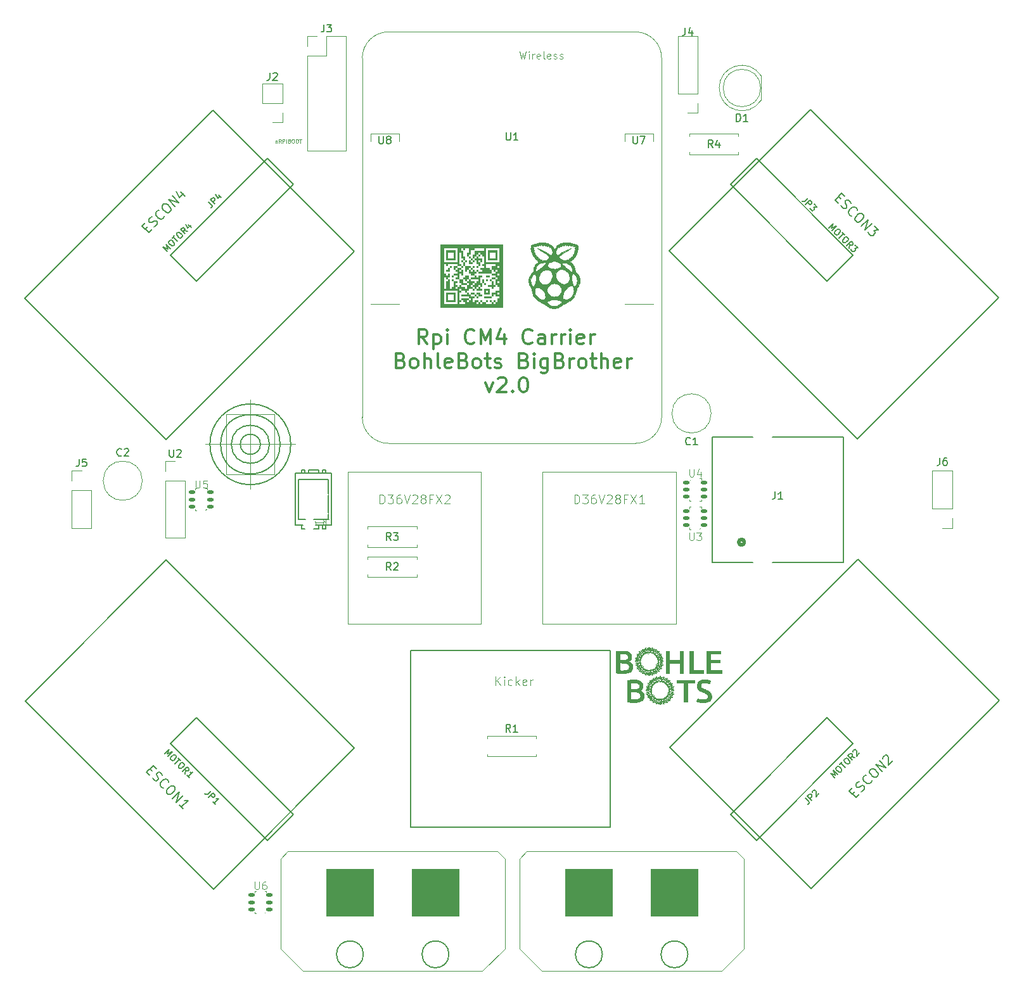
<source format=gto>
%TF.GenerationSoftware,KiCad,Pcbnew,7.0.9*%
%TF.CreationDate,2024-01-19T20:30:06+01:00*%
%TF.ProjectId,bohlebots-rpi-cm4-carrier,626f686c-6562-46f7-9473-2d7270692d63,v01.2*%
%TF.SameCoordinates,Original*%
%TF.FileFunction,Legend,Top*%
%TF.FilePolarity,Positive*%
%FSLAX46Y46*%
G04 Gerber Fmt 4.6, Leading zero omitted, Abs format (unit mm)*
G04 Created by KiCad (PCBNEW 7.0.9) date 2024-01-19 20:30:06*
%MOMM*%
%LPD*%
G01*
G04 APERTURE LIST*
G04 Aperture macros list*
%AMRoundRect*
0 Rectangle with rounded corners*
0 $1 Rounding radius*
0 $2 $3 $4 $5 $6 $7 $8 $9 X,Y pos of 4 corners*
0 Add a 4 corners polygon primitive as box body*
4,1,4,$2,$3,$4,$5,$6,$7,$8,$9,$2,$3,0*
0 Add four circle primitives for the rounded corners*
1,1,$1+$1,$2,$3*
1,1,$1+$1,$4,$5*
1,1,$1+$1,$6,$7*
1,1,$1+$1,$8,$9*
0 Add four rect primitives between the rounded corners*
20,1,$1+$1,$2,$3,$4,$5,0*
20,1,$1+$1,$4,$5,$6,$7,0*
20,1,$1+$1,$6,$7,$8,$9,0*
20,1,$1+$1,$8,$9,$2,$3,0*%
%AMRotRect*
0 Rectangle, with rotation*
0 The origin of the aperture is its center*
0 $1 length*
0 $2 width*
0 $3 Rotation angle, in degrees counterclockwise*
0 Add horizontal line*
21,1,$1,$2,0,0,$3*%
%AMFreePoly0*
4,1,25,0.333266,0.742596,0.345389,0.732242,0.732242,0.345389,0.760749,0.289441,0.761999,0.273547,0.761999,-0.273547,0.742596,-0.333266,0.732242,-0.345389,0.345389,-0.732242,0.289441,-0.760749,0.273547,-0.761999,-0.273547,-0.761999,-0.333266,-0.742596,-0.345389,-0.732242,-0.732242,-0.345389,-0.760749,-0.289441,-0.761999,-0.273547,-0.761999,0.273547,-0.742596,0.333266,-0.732242,0.345389,
-0.345389,0.732242,-0.289441,0.760749,-0.273547,0.761999,0.273547,0.761999,0.333266,0.742596,0.333266,0.742596,$1*%
G04 Aperture macros list end*
%ADD10C,0.300000*%
%ADD11C,0.075000*%
%ADD12C,0.101600*%
%ADD13C,0.182880*%
%ADD14C,0.150000*%
%ADD15C,0.100000*%
%ADD16C,0.203200*%
%ADD17C,0.120000*%
%ADD18C,0.127000*%
%ADD19C,0.200000*%
%ADD20C,0.010000*%
%ADD21C,0.152400*%
%ADD22C,0.508000*%
%ADD23C,1.530000*%
%ADD24RoundRect,0.101600X0.000000X0.933947X-0.933947X0.000000X0.000000X-0.933947X0.933947X0.000000X0*%
%ADD25FreePoly0,225.000000*%
%ADD26R,1.700000X1.700000*%
%ADD27O,1.700000X1.700000*%
%ADD28RoundRect,0.137500X-0.262500X0.137500X-0.262500X-0.137500X0.262500X-0.137500X0.262500X0.137500X0*%
%ADD29RoundRect,0.101600X-0.933947X0.000000X0.000000X-0.933947X0.933947X0.000000X0.000000X0.933947X0*%
%ADD30FreePoly0,315.000000*%
%ADD31RotRect,1.308000X1.308000X315.000000*%
%ADD32C,6.100000*%
%ADD33C,1.600000*%
%ADD34O,1.600000X1.600000*%
%ADD35RoundRect,0.101600X0.000000X-0.933947X0.933947X0.000000X0.000000X0.933947X-0.933947X0.000000X0*%
%ADD36FreePoly0,45.000000*%
%ADD37C,4.300000*%
%ADD38RotRect,1.308000X1.308000X45.000000*%
%ADD39R,0.700000X0.200000*%
%ADD40O,2.540000X1.270000*%
%ADD41R,1.108000X1.108000*%
%ADD42RotRect,1.308000X1.308000X225.000000*%
%ADD43RotRect,1.308000X1.308000X135.000000*%
%ADD44O,3.016000X1.508000*%
%ADD45C,1.500000*%
%ADD46C,1.308000*%
%ADD47C,1.524000*%
%ADD48C,1.600200*%
%ADD49C,2.159000*%
%ADD50C,3.759200*%
%ADD51RoundRect,0.137500X0.262500X-0.137500X0.262500X0.137500X-0.262500X0.137500X-0.262500X-0.137500X0*%
%ADD52RoundRect,0.101600X0.933947X0.000000X0.000000X0.933947X-0.933947X0.000000X0.000000X-0.933947X0*%
%ADD53FreePoly0,135.000000*%
%ADD54C,2.500000*%
%ADD55R,1.800000X1.800000*%
%ADD56C,1.800000*%
G04 APERTURE END LIST*
D10*
X94184035Y-84739638D02*
X93517368Y-83787257D01*
X93041178Y-84739638D02*
X93041178Y-82739638D01*
X93041178Y-82739638D02*
X93803083Y-82739638D01*
X93803083Y-82739638D02*
X93993559Y-82834876D01*
X93993559Y-82834876D02*
X94088797Y-82930114D01*
X94088797Y-82930114D02*
X94184035Y-83120590D01*
X94184035Y-83120590D02*
X94184035Y-83406304D01*
X94184035Y-83406304D02*
X94088797Y-83596780D01*
X94088797Y-83596780D02*
X93993559Y-83692019D01*
X93993559Y-83692019D02*
X93803083Y-83787257D01*
X93803083Y-83787257D02*
X93041178Y-83787257D01*
X95041178Y-83406304D02*
X95041178Y-85406304D01*
X95041178Y-83501542D02*
X95231654Y-83406304D01*
X95231654Y-83406304D02*
X95612607Y-83406304D01*
X95612607Y-83406304D02*
X95803083Y-83501542D01*
X95803083Y-83501542D02*
X95898321Y-83596780D01*
X95898321Y-83596780D02*
X95993559Y-83787257D01*
X95993559Y-83787257D02*
X95993559Y-84358685D01*
X95993559Y-84358685D02*
X95898321Y-84549161D01*
X95898321Y-84549161D02*
X95803083Y-84644400D01*
X95803083Y-84644400D02*
X95612607Y-84739638D01*
X95612607Y-84739638D02*
X95231654Y-84739638D01*
X95231654Y-84739638D02*
X95041178Y-84644400D01*
X96850702Y-84739638D02*
X96850702Y-83406304D01*
X96850702Y-82739638D02*
X96755464Y-82834876D01*
X96755464Y-82834876D02*
X96850702Y-82930114D01*
X96850702Y-82930114D02*
X96945940Y-82834876D01*
X96945940Y-82834876D02*
X96850702Y-82739638D01*
X96850702Y-82739638D02*
X96850702Y-82930114D01*
X100469750Y-84549161D02*
X100374512Y-84644400D01*
X100374512Y-84644400D02*
X100088798Y-84739638D01*
X100088798Y-84739638D02*
X99898322Y-84739638D01*
X99898322Y-84739638D02*
X99612607Y-84644400D01*
X99612607Y-84644400D02*
X99422131Y-84453923D01*
X99422131Y-84453923D02*
X99326893Y-84263447D01*
X99326893Y-84263447D02*
X99231655Y-83882495D01*
X99231655Y-83882495D02*
X99231655Y-83596780D01*
X99231655Y-83596780D02*
X99326893Y-83215828D01*
X99326893Y-83215828D02*
X99422131Y-83025352D01*
X99422131Y-83025352D02*
X99612607Y-82834876D01*
X99612607Y-82834876D02*
X99898322Y-82739638D01*
X99898322Y-82739638D02*
X100088798Y-82739638D01*
X100088798Y-82739638D02*
X100374512Y-82834876D01*
X100374512Y-82834876D02*
X100469750Y-82930114D01*
X101326893Y-84739638D02*
X101326893Y-82739638D01*
X101326893Y-82739638D02*
X101993560Y-84168209D01*
X101993560Y-84168209D02*
X102660226Y-82739638D01*
X102660226Y-82739638D02*
X102660226Y-84739638D01*
X104469750Y-83406304D02*
X104469750Y-84739638D01*
X103993559Y-82644400D02*
X103517369Y-84072971D01*
X103517369Y-84072971D02*
X104755464Y-84072971D01*
X108184036Y-84549161D02*
X108088798Y-84644400D01*
X108088798Y-84644400D02*
X107803084Y-84739638D01*
X107803084Y-84739638D02*
X107612608Y-84739638D01*
X107612608Y-84739638D02*
X107326893Y-84644400D01*
X107326893Y-84644400D02*
X107136417Y-84453923D01*
X107136417Y-84453923D02*
X107041179Y-84263447D01*
X107041179Y-84263447D02*
X106945941Y-83882495D01*
X106945941Y-83882495D02*
X106945941Y-83596780D01*
X106945941Y-83596780D02*
X107041179Y-83215828D01*
X107041179Y-83215828D02*
X107136417Y-83025352D01*
X107136417Y-83025352D02*
X107326893Y-82834876D01*
X107326893Y-82834876D02*
X107612608Y-82739638D01*
X107612608Y-82739638D02*
X107803084Y-82739638D01*
X107803084Y-82739638D02*
X108088798Y-82834876D01*
X108088798Y-82834876D02*
X108184036Y-82930114D01*
X109898322Y-84739638D02*
X109898322Y-83692019D01*
X109898322Y-83692019D02*
X109803084Y-83501542D01*
X109803084Y-83501542D02*
X109612608Y-83406304D01*
X109612608Y-83406304D02*
X109231655Y-83406304D01*
X109231655Y-83406304D02*
X109041179Y-83501542D01*
X109898322Y-84644400D02*
X109707846Y-84739638D01*
X109707846Y-84739638D02*
X109231655Y-84739638D01*
X109231655Y-84739638D02*
X109041179Y-84644400D01*
X109041179Y-84644400D02*
X108945941Y-84453923D01*
X108945941Y-84453923D02*
X108945941Y-84263447D01*
X108945941Y-84263447D02*
X109041179Y-84072971D01*
X109041179Y-84072971D02*
X109231655Y-83977733D01*
X109231655Y-83977733D02*
X109707846Y-83977733D01*
X109707846Y-83977733D02*
X109898322Y-83882495D01*
X110850703Y-84739638D02*
X110850703Y-83406304D01*
X110850703Y-83787257D02*
X110945941Y-83596780D01*
X110945941Y-83596780D02*
X111041179Y-83501542D01*
X111041179Y-83501542D02*
X111231655Y-83406304D01*
X111231655Y-83406304D02*
X111422132Y-83406304D01*
X112088798Y-84739638D02*
X112088798Y-83406304D01*
X112088798Y-83787257D02*
X112184036Y-83596780D01*
X112184036Y-83596780D02*
X112279274Y-83501542D01*
X112279274Y-83501542D02*
X112469750Y-83406304D01*
X112469750Y-83406304D02*
X112660227Y-83406304D01*
X113326893Y-84739638D02*
X113326893Y-83406304D01*
X113326893Y-82739638D02*
X113231655Y-82834876D01*
X113231655Y-82834876D02*
X113326893Y-82930114D01*
X113326893Y-82930114D02*
X113422131Y-82834876D01*
X113422131Y-82834876D02*
X113326893Y-82739638D01*
X113326893Y-82739638D02*
X113326893Y-82930114D01*
X115041179Y-84644400D02*
X114850703Y-84739638D01*
X114850703Y-84739638D02*
X114469750Y-84739638D01*
X114469750Y-84739638D02*
X114279274Y-84644400D01*
X114279274Y-84644400D02*
X114184036Y-84453923D01*
X114184036Y-84453923D02*
X114184036Y-83692019D01*
X114184036Y-83692019D02*
X114279274Y-83501542D01*
X114279274Y-83501542D02*
X114469750Y-83406304D01*
X114469750Y-83406304D02*
X114850703Y-83406304D01*
X114850703Y-83406304D02*
X115041179Y-83501542D01*
X115041179Y-83501542D02*
X115136417Y-83692019D01*
X115136417Y-83692019D02*
X115136417Y-83882495D01*
X115136417Y-83882495D02*
X114184036Y-84072971D01*
X115993560Y-84739638D02*
X115993560Y-83406304D01*
X115993560Y-83787257D02*
X116088798Y-83596780D01*
X116088798Y-83596780D02*
X116184036Y-83501542D01*
X116184036Y-83501542D02*
X116374512Y-83406304D01*
X116374512Y-83406304D02*
X116564989Y-83406304D01*
X90660225Y-86912019D02*
X90945939Y-87007257D01*
X90945939Y-87007257D02*
X91041177Y-87102495D01*
X91041177Y-87102495D02*
X91136415Y-87292971D01*
X91136415Y-87292971D02*
X91136415Y-87578685D01*
X91136415Y-87578685D02*
X91041177Y-87769161D01*
X91041177Y-87769161D02*
X90945939Y-87864400D01*
X90945939Y-87864400D02*
X90755463Y-87959638D01*
X90755463Y-87959638D02*
X89993558Y-87959638D01*
X89993558Y-87959638D02*
X89993558Y-85959638D01*
X89993558Y-85959638D02*
X90660225Y-85959638D01*
X90660225Y-85959638D02*
X90850701Y-86054876D01*
X90850701Y-86054876D02*
X90945939Y-86150114D01*
X90945939Y-86150114D02*
X91041177Y-86340590D01*
X91041177Y-86340590D02*
X91041177Y-86531066D01*
X91041177Y-86531066D02*
X90945939Y-86721542D01*
X90945939Y-86721542D02*
X90850701Y-86816780D01*
X90850701Y-86816780D02*
X90660225Y-86912019D01*
X90660225Y-86912019D02*
X89993558Y-86912019D01*
X92279272Y-87959638D02*
X92088796Y-87864400D01*
X92088796Y-87864400D02*
X91993558Y-87769161D01*
X91993558Y-87769161D02*
X91898320Y-87578685D01*
X91898320Y-87578685D02*
X91898320Y-87007257D01*
X91898320Y-87007257D02*
X91993558Y-86816780D01*
X91993558Y-86816780D02*
X92088796Y-86721542D01*
X92088796Y-86721542D02*
X92279272Y-86626304D01*
X92279272Y-86626304D02*
X92564987Y-86626304D01*
X92564987Y-86626304D02*
X92755463Y-86721542D01*
X92755463Y-86721542D02*
X92850701Y-86816780D01*
X92850701Y-86816780D02*
X92945939Y-87007257D01*
X92945939Y-87007257D02*
X92945939Y-87578685D01*
X92945939Y-87578685D02*
X92850701Y-87769161D01*
X92850701Y-87769161D02*
X92755463Y-87864400D01*
X92755463Y-87864400D02*
X92564987Y-87959638D01*
X92564987Y-87959638D02*
X92279272Y-87959638D01*
X93803082Y-87959638D02*
X93803082Y-85959638D01*
X94660225Y-87959638D02*
X94660225Y-86912019D01*
X94660225Y-86912019D02*
X94564987Y-86721542D01*
X94564987Y-86721542D02*
X94374511Y-86626304D01*
X94374511Y-86626304D02*
X94088796Y-86626304D01*
X94088796Y-86626304D02*
X93898320Y-86721542D01*
X93898320Y-86721542D02*
X93803082Y-86816780D01*
X95898320Y-87959638D02*
X95707844Y-87864400D01*
X95707844Y-87864400D02*
X95612606Y-87673923D01*
X95612606Y-87673923D02*
X95612606Y-85959638D01*
X97422130Y-87864400D02*
X97231654Y-87959638D01*
X97231654Y-87959638D02*
X96850701Y-87959638D01*
X96850701Y-87959638D02*
X96660225Y-87864400D01*
X96660225Y-87864400D02*
X96564987Y-87673923D01*
X96564987Y-87673923D02*
X96564987Y-86912019D01*
X96564987Y-86912019D02*
X96660225Y-86721542D01*
X96660225Y-86721542D02*
X96850701Y-86626304D01*
X96850701Y-86626304D02*
X97231654Y-86626304D01*
X97231654Y-86626304D02*
X97422130Y-86721542D01*
X97422130Y-86721542D02*
X97517368Y-86912019D01*
X97517368Y-86912019D02*
X97517368Y-87102495D01*
X97517368Y-87102495D02*
X96564987Y-87292971D01*
X99041178Y-86912019D02*
X99326892Y-87007257D01*
X99326892Y-87007257D02*
X99422130Y-87102495D01*
X99422130Y-87102495D02*
X99517368Y-87292971D01*
X99517368Y-87292971D02*
X99517368Y-87578685D01*
X99517368Y-87578685D02*
X99422130Y-87769161D01*
X99422130Y-87769161D02*
X99326892Y-87864400D01*
X99326892Y-87864400D02*
X99136416Y-87959638D01*
X99136416Y-87959638D02*
X98374511Y-87959638D01*
X98374511Y-87959638D02*
X98374511Y-85959638D01*
X98374511Y-85959638D02*
X99041178Y-85959638D01*
X99041178Y-85959638D02*
X99231654Y-86054876D01*
X99231654Y-86054876D02*
X99326892Y-86150114D01*
X99326892Y-86150114D02*
X99422130Y-86340590D01*
X99422130Y-86340590D02*
X99422130Y-86531066D01*
X99422130Y-86531066D02*
X99326892Y-86721542D01*
X99326892Y-86721542D02*
X99231654Y-86816780D01*
X99231654Y-86816780D02*
X99041178Y-86912019D01*
X99041178Y-86912019D02*
X98374511Y-86912019D01*
X100660225Y-87959638D02*
X100469749Y-87864400D01*
X100469749Y-87864400D02*
X100374511Y-87769161D01*
X100374511Y-87769161D02*
X100279273Y-87578685D01*
X100279273Y-87578685D02*
X100279273Y-87007257D01*
X100279273Y-87007257D02*
X100374511Y-86816780D01*
X100374511Y-86816780D02*
X100469749Y-86721542D01*
X100469749Y-86721542D02*
X100660225Y-86626304D01*
X100660225Y-86626304D02*
X100945940Y-86626304D01*
X100945940Y-86626304D02*
X101136416Y-86721542D01*
X101136416Y-86721542D02*
X101231654Y-86816780D01*
X101231654Y-86816780D02*
X101326892Y-87007257D01*
X101326892Y-87007257D02*
X101326892Y-87578685D01*
X101326892Y-87578685D02*
X101231654Y-87769161D01*
X101231654Y-87769161D02*
X101136416Y-87864400D01*
X101136416Y-87864400D02*
X100945940Y-87959638D01*
X100945940Y-87959638D02*
X100660225Y-87959638D01*
X101898321Y-86626304D02*
X102660225Y-86626304D01*
X102184035Y-85959638D02*
X102184035Y-87673923D01*
X102184035Y-87673923D02*
X102279273Y-87864400D01*
X102279273Y-87864400D02*
X102469749Y-87959638D01*
X102469749Y-87959638D02*
X102660225Y-87959638D01*
X103231654Y-87864400D02*
X103422130Y-87959638D01*
X103422130Y-87959638D02*
X103803082Y-87959638D01*
X103803082Y-87959638D02*
X103993559Y-87864400D01*
X103993559Y-87864400D02*
X104088797Y-87673923D01*
X104088797Y-87673923D02*
X104088797Y-87578685D01*
X104088797Y-87578685D02*
X103993559Y-87388209D01*
X103993559Y-87388209D02*
X103803082Y-87292971D01*
X103803082Y-87292971D02*
X103517368Y-87292971D01*
X103517368Y-87292971D02*
X103326892Y-87197733D01*
X103326892Y-87197733D02*
X103231654Y-87007257D01*
X103231654Y-87007257D02*
X103231654Y-86912019D01*
X103231654Y-86912019D02*
X103326892Y-86721542D01*
X103326892Y-86721542D02*
X103517368Y-86626304D01*
X103517368Y-86626304D02*
X103803082Y-86626304D01*
X103803082Y-86626304D02*
X103993559Y-86721542D01*
X107136417Y-86912019D02*
X107422131Y-87007257D01*
X107422131Y-87007257D02*
X107517369Y-87102495D01*
X107517369Y-87102495D02*
X107612607Y-87292971D01*
X107612607Y-87292971D02*
X107612607Y-87578685D01*
X107612607Y-87578685D02*
X107517369Y-87769161D01*
X107517369Y-87769161D02*
X107422131Y-87864400D01*
X107422131Y-87864400D02*
X107231655Y-87959638D01*
X107231655Y-87959638D02*
X106469750Y-87959638D01*
X106469750Y-87959638D02*
X106469750Y-85959638D01*
X106469750Y-85959638D02*
X107136417Y-85959638D01*
X107136417Y-85959638D02*
X107326893Y-86054876D01*
X107326893Y-86054876D02*
X107422131Y-86150114D01*
X107422131Y-86150114D02*
X107517369Y-86340590D01*
X107517369Y-86340590D02*
X107517369Y-86531066D01*
X107517369Y-86531066D02*
X107422131Y-86721542D01*
X107422131Y-86721542D02*
X107326893Y-86816780D01*
X107326893Y-86816780D02*
X107136417Y-86912019D01*
X107136417Y-86912019D02*
X106469750Y-86912019D01*
X108469750Y-87959638D02*
X108469750Y-86626304D01*
X108469750Y-85959638D02*
X108374512Y-86054876D01*
X108374512Y-86054876D02*
X108469750Y-86150114D01*
X108469750Y-86150114D02*
X108564988Y-86054876D01*
X108564988Y-86054876D02*
X108469750Y-85959638D01*
X108469750Y-85959638D02*
X108469750Y-86150114D01*
X110279274Y-86626304D02*
X110279274Y-88245352D01*
X110279274Y-88245352D02*
X110184036Y-88435828D01*
X110184036Y-88435828D02*
X110088798Y-88531066D01*
X110088798Y-88531066D02*
X109898321Y-88626304D01*
X109898321Y-88626304D02*
X109612607Y-88626304D01*
X109612607Y-88626304D02*
X109422131Y-88531066D01*
X110279274Y-87864400D02*
X110088798Y-87959638D01*
X110088798Y-87959638D02*
X109707845Y-87959638D01*
X109707845Y-87959638D02*
X109517369Y-87864400D01*
X109517369Y-87864400D02*
X109422131Y-87769161D01*
X109422131Y-87769161D02*
X109326893Y-87578685D01*
X109326893Y-87578685D02*
X109326893Y-87007257D01*
X109326893Y-87007257D02*
X109422131Y-86816780D01*
X109422131Y-86816780D02*
X109517369Y-86721542D01*
X109517369Y-86721542D02*
X109707845Y-86626304D01*
X109707845Y-86626304D02*
X110088798Y-86626304D01*
X110088798Y-86626304D02*
X110279274Y-86721542D01*
X111898322Y-86912019D02*
X112184036Y-87007257D01*
X112184036Y-87007257D02*
X112279274Y-87102495D01*
X112279274Y-87102495D02*
X112374512Y-87292971D01*
X112374512Y-87292971D02*
X112374512Y-87578685D01*
X112374512Y-87578685D02*
X112279274Y-87769161D01*
X112279274Y-87769161D02*
X112184036Y-87864400D01*
X112184036Y-87864400D02*
X111993560Y-87959638D01*
X111993560Y-87959638D02*
X111231655Y-87959638D01*
X111231655Y-87959638D02*
X111231655Y-85959638D01*
X111231655Y-85959638D02*
X111898322Y-85959638D01*
X111898322Y-85959638D02*
X112088798Y-86054876D01*
X112088798Y-86054876D02*
X112184036Y-86150114D01*
X112184036Y-86150114D02*
X112279274Y-86340590D01*
X112279274Y-86340590D02*
X112279274Y-86531066D01*
X112279274Y-86531066D02*
X112184036Y-86721542D01*
X112184036Y-86721542D02*
X112088798Y-86816780D01*
X112088798Y-86816780D02*
X111898322Y-86912019D01*
X111898322Y-86912019D02*
X111231655Y-86912019D01*
X113231655Y-87959638D02*
X113231655Y-86626304D01*
X113231655Y-87007257D02*
X113326893Y-86816780D01*
X113326893Y-86816780D02*
X113422131Y-86721542D01*
X113422131Y-86721542D02*
X113612607Y-86626304D01*
X113612607Y-86626304D02*
X113803084Y-86626304D01*
X114755464Y-87959638D02*
X114564988Y-87864400D01*
X114564988Y-87864400D02*
X114469750Y-87769161D01*
X114469750Y-87769161D02*
X114374512Y-87578685D01*
X114374512Y-87578685D02*
X114374512Y-87007257D01*
X114374512Y-87007257D02*
X114469750Y-86816780D01*
X114469750Y-86816780D02*
X114564988Y-86721542D01*
X114564988Y-86721542D02*
X114755464Y-86626304D01*
X114755464Y-86626304D02*
X115041179Y-86626304D01*
X115041179Y-86626304D02*
X115231655Y-86721542D01*
X115231655Y-86721542D02*
X115326893Y-86816780D01*
X115326893Y-86816780D02*
X115422131Y-87007257D01*
X115422131Y-87007257D02*
X115422131Y-87578685D01*
X115422131Y-87578685D02*
X115326893Y-87769161D01*
X115326893Y-87769161D02*
X115231655Y-87864400D01*
X115231655Y-87864400D02*
X115041179Y-87959638D01*
X115041179Y-87959638D02*
X114755464Y-87959638D01*
X115993560Y-86626304D02*
X116755464Y-86626304D01*
X116279274Y-85959638D02*
X116279274Y-87673923D01*
X116279274Y-87673923D02*
X116374512Y-87864400D01*
X116374512Y-87864400D02*
X116564988Y-87959638D01*
X116564988Y-87959638D02*
X116755464Y-87959638D01*
X117422131Y-87959638D02*
X117422131Y-85959638D01*
X118279274Y-87959638D02*
X118279274Y-86912019D01*
X118279274Y-86912019D02*
X118184036Y-86721542D01*
X118184036Y-86721542D02*
X117993560Y-86626304D01*
X117993560Y-86626304D02*
X117707845Y-86626304D01*
X117707845Y-86626304D02*
X117517369Y-86721542D01*
X117517369Y-86721542D02*
X117422131Y-86816780D01*
X119993560Y-87864400D02*
X119803084Y-87959638D01*
X119803084Y-87959638D02*
X119422131Y-87959638D01*
X119422131Y-87959638D02*
X119231655Y-87864400D01*
X119231655Y-87864400D02*
X119136417Y-87673923D01*
X119136417Y-87673923D02*
X119136417Y-86912019D01*
X119136417Y-86912019D02*
X119231655Y-86721542D01*
X119231655Y-86721542D02*
X119422131Y-86626304D01*
X119422131Y-86626304D02*
X119803084Y-86626304D01*
X119803084Y-86626304D02*
X119993560Y-86721542D01*
X119993560Y-86721542D02*
X120088798Y-86912019D01*
X120088798Y-86912019D02*
X120088798Y-87102495D01*
X120088798Y-87102495D02*
X119136417Y-87292971D01*
X120945941Y-87959638D02*
X120945941Y-86626304D01*
X120945941Y-87007257D02*
X121041179Y-86816780D01*
X121041179Y-86816780D02*
X121136417Y-86721542D01*
X121136417Y-86721542D02*
X121326893Y-86626304D01*
X121326893Y-86626304D02*
X121517370Y-86626304D01*
X101993562Y-89846304D02*
X102469752Y-91179638D01*
X102469752Y-91179638D02*
X102945943Y-89846304D01*
X103612610Y-89370114D02*
X103707848Y-89274876D01*
X103707848Y-89274876D02*
X103898324Y-89179638D01*
X103898324Y-89179638D02*
X104374515Y-89179638D01*
X104374515Y-89179638D02*
X104564991Y-89274876D01*
X104564991Y-89274876D02*
X104660229Y-89370114D01*
X104660229Y-89370114D02*
X104755467Y-89560590D01*
X104755467Y-89560590D02*
X104755467Y-89751066D01*
X104755467Y-89751066D02*
X104660229Y-90036780D01*
X104660229Y-90036780D02*
X103517372Y-91179638D01*
X103517372Y-91179638D02*
X104755467Y-91179638D01*
X105612610Y-90989161D02*
X105707848Y-91084400D01*
X105707848Y-91084400D02*
X105612610Y-91179638D01*
X105612610Y-91179638D02*
X105517372Y-91084400D01*
X105517372Y-91084400D02*
X105612610Y-90989161D01*
X105612610Y-90989161D02*
X105612610Y-91179638D01*
X106945943Y-89179638D02*
X107136420Y-89179638D01*
X107136420Y-89179638D02*
X107326896Y-89274876D01*
X107326896Y-89274876D02*
X107422134Y-89370114D01*
X107422134Y-89370114D02*
X107517372Y-89560590D01*
X107517372Y-89560590D02*
X107612610Y-89941542D01*
X107612610Y-89941542D02*
X107612610Y-90417733D01*
X107612610Y-90417733D02*
X107517372Y-90798685D01*
X107517372Y-90798685D02*
X107422134Y-90989161D01*
X107422134Y-90989161D02*
X107326896Y-91084400D01*
X107326896Y-91084400D02*
X107136420Y-91179638D01*
X107136420Y-91179638D02*
X106945943Y-91179638D01*
X106945943Y-91179638D02*
X106755467Y-91084400D01*
X106755467Y-91084400D02*
X106660229Y-90989161D01*
X106660229Y-90989161D02*
X106564991Y-90798685D01*
X106564991Y-90798685D02*
X106469753Y-90417733D01*
X106469753Y-90417733D02*
X106469753Y-89941542D01*
X106469753Y-89941542D02*
X106564991Y-89560590D01*
X106564991Y-89560590D02*
X106660229Y-89370114D01*
X106660229Y-89370114D02*
X106755467Y-89274876D01*
X106755467Y-89274876D02*
X106945943Y-89179638D01*
D11*
X73918389Y-57501576D02*
X73918389Y-57834909D01*
X73918389Y-57549195D02*
X73942199Y-57525385D01*
X73942199Y-57525385D02*
X73989818Y-57501576D01*
X73989818Y-57501576D02*
X74061246Y-57501576D01*
X74061246Y-57501576D02*
X74108865Y-57525385D01*
X74108865Y-57525385D02*
X74132675Y-57573004D01*
X74132675Y-57573004D02*
X74132675Y-57834909D01*
X74656484Y-57834909D02*
X74489818Y-57596814D01*
X74370770Y-57834909D02*
X74370770Y-57334909D01*
X74370770Y-57334909D02*
X74561246Y-57334909D01*
X74561246Y-57334909D02*
X74608865Y-57358719D01*
X74608865Y-57358719D02*
X74632675Y-57382528D01*
X74632675Y-57382528D02*
X74656484Y-57430147D01*
X74656484Y-57430147D02*
X74656484Y-57501576D01*
X74656484Y-57501576D02*
X74632675Y-57549195D01*
X74632675Y-57549195D02*
X74608865Y-57573004D01*
X74608865Y-57573004D02*
X74561246Y-57596814D01*
X74561246Y-57596814D02*
X74370770Y-57596814D01*
X74870770Y-57834909D02*
X74870770Y-57334909D01*
X74870770Y-57334909D02*
X75061246Y-57334909D01*
X75061246Y-57334909D02*
X75108865Y-57358719D01*
X75108865Y-57358719D02*
X75132675Y-57382528D01*
X75132675Y-57382528D02*
X75156484Y-57430147D01*
X75156484Y-57430147D02*
X75156484Y-57501576D01*
X75156484Y-57501576D02*
X75132675Y-57549195D01*
X75132675Y-57549195D02*
X75108865Y-57573004D01*
X75108865Y-57573004D02*
X75061246Y-57596814D01*
X75061246Y-57596814D02*
X74870770Y-57596814D01*
X75370770Y-57834909D02*
X75370770Y-57334909D01*
X75775532Y-57573004D02*
X75846960Y-57596814D01*
X75846960Y-57596814D02*
X75870770Y-57620623D01*
X75870770Y-57620623D02*
X75894579Y-57668242D01*
X75894579Y-57668242D02*
X75894579Y-57739671D01*
X75894579Y-57739671D02*
X75870770Y-57787290D01*
X75870770Y-57787290D02*
X75846960Y-57811100D01*
X75846960Y-57811100D02*
X75799341Y-57834909D01*
X75799341Y-57834909D02*
X75608865Y-57834909D01*
X75608865Y-57834909D02*
X75608865Y-57334909D01*
X75608865Y-57334909D02*
X75775532Y-57334909D01*
X75775532Y-57334909D02*
X75823151Y-57358719D01*
X75823151Y-57358719D02*
X75846960Y-57382528D01*
X75846960Y-57382528D02*
X75870770Y-57430147D01*
X75870770Y-57430147D02*
X75870770Y-57477766D01*
X75870770Y-57477766D02*
X75846960Y-57525385D01*
X75846960Y-57525385D02*
X75823151Y-57549195D01*
X75823151Y-57549195D02*
X75775532Y-57573004D01*
X75775532Y-57573004D02*
X75608865Y-57573004D01*
X76204103Y-57334909D02*
X76299341Y-57334909D01*
X76299341Y-57334909D02*
X76346960Y-57358719D01*
X76346960Y-57358719D02*
X76394579Y-57406338D01*
X76394579Y-57406338D02*
X76418389Y-57501576D01*
X76418389Y-57501576D02*
X76418389Y-57668242D01*
X76418389Y-57668242D02*
X76394579Y-57763480D01*
X76394579Y-57763480D02*
X76346960Y-57811100D01*
X76346960Y-57811100D02*
X76299341Y-57834909D01*
X76299341Y-57834909D02*
X76204103Y-57834909D01*
X76204103Y-57834909D02*
X76156484Y-57811100D01*
X76156484Y-57811100D02*
X76108865Y-57763480D01*
X76108865Y-57763480D02*
X76085056Y-57668242D01*
X76085056Y-57668242D02*
X76085056Y-57501576D01*
X76085056Y-57501576D02*
X76108865Y-57406338D01*
X76108865Y-57406338D02*
X76156484Y-57358719D01*
X76156484Y-57358719D02*
X76204103Y-57334909D01*
X76727913Y-57334909D02*
X76823151Y-57334909D01*
X76823151Y-57334909D02*
X76870770Y-57358719D01*
X76870770Y-57358719D02*
X76918389Y-57406338D01*
X76918389Y-57406338D02*
X76942199Y-57501576D01*
X76942199Y-57501576D02*
X76942199Y-57668242D01*
X76942199Y-57668242D02*
X76918389Y-57763480D01*
X76918389Y-57763480D02*
X76870770Y-57811100D01*
X76870770Y-57811100D02*
X76823151Y-57834909D01*
X76823151Y-57834909D02*
X76727913Y-57834909D01*
X76727913Y-57834909D02*
X76680294Y-57811100D01*
X76680294Y-57811100D02*
X76632675Y-57763480D01*
X76632675Y-57763480D02*
X76608866Y-57668242D01*
X76608866Y-57668242D02*
X76608866Y-57501576D01*
X76608866Y-57501576D02*
X76632675Y-57406338D01*
X76632675Y-57406338D02*
X76680294Y-57358719D01*
X76680294Y-57358719D02*
X76727913Y-57334909D01*
X77085057Y-57334909D02*
X77370771Y-57334909D01*
X77227914Y-57834909D02*
X77227914Y-57334909D01*
D12*
X87854218Y-106035240D02*
X87854218Y-104866840D01*
X87854218Y-104866840D02*
X88132408Y-104866840D01*
X88132408Y-104866840D02*
X88299323Y-104922478D01*
X88299323Y-104922478D02*
X88410599Y-105033754D01*
X88410599Y-105033754D02*
X88466237Y-105145030D01*
X88466237Y-105145030D02*
X88521875Y-105367582D01*
X88521875Y-105367582D02*
X88521875Y-105534497D01*
X88521875Y-105534497D02*
X88466237Y-105757049D01*
X88466237Y-105757049D02*
X88410599Y-105868325D01*
X88410599Y-105868325D02*
X88299323Y-105979602D01*
X88299323Y-105979602D02*
X88132408Y-106035240D01*
X88132408Y-106035240D02*
X87854218Y-106035240D01*
X88911342Y-104866840D02*
X89634637Y-104866840D01*
X89634637Y-104866840D02*
X89245170Y-105311944D01*
X89245170Y-105311944D02*
X89412085Y-105311944D01*
X89412085Y-105311944D02*
X89523361Y-105367582D01*
X89523361Y-105367582D02*
X89578999Y-105423221D01*
X89578999Y-105423221D02*
X89634637Y-105534497D01*
X89634637Y-105534497D02*
X89634637Y-105812687D01*
X89634637Y-105812687D02*
X89578999Y-105923963D01*
X89578999Y-105923963D02*
X89523361Y-105979602D01*
X89523361Y-105979602D02*
X89412085Y-106035240D01*
X89412085Y-106035240D02*
X89078256Y-106035240D01*
X89078256Y-106035240D02*
X88966980Y-105979602D01*
X88966980Y-105979602D02*
X88911342Y-105923963D01*
X90636123Y-104866840D02*
X90413570Y-104866840D01*
X90413570Y-104866840D02*
X90302294Y-104922478D01*
X90302294Y-104922478D02*
X90246656Y-104978116D01*
X90246656Y-104978116D02*
X90135380Y-105145030D01*
X90135380Y-105145030D02*
X90079742Y-105367582D01*
X90079742Y-105367582D02*
X90079742Y-105812687D01*
X90079742Y-105812687D02*
X90135380Y-105923963D01*
X90135380Y-105923963D02*
X90191018Y-105979602D01*
X90191018Y-105979602D02*
X90302294Y-106035240D01*
X90302294Y-106035240D02*
X90524847Y-106035240D01*
X90524847Y-106035240D02*
X90636123Y-105979602D01*
X90636123Y-105979602D02*
X90691761Y-105923963D01*
X90691761Y-105923963D02*
X90747399Y-105812687D01*
X90747399Y-105812687D02*
X90747399Y-105534497D01*
X90747399Y-105534497D02*
X90691761Y-105423221D01*
X90691761Y-105423221D02*
X90636123Y-105367582D01*
X90636123Y-105367582D02*
X90524847Y-105311944D01*
X90524847Y-105311944D02*
X90302294Y-105311944D01*
X90302294Y-105311944D02*
X90191018Y-105367582D01*
X90191018Y-105367582D02*
X90135380Y-105423221D01*
X90135380Y-105423221D02*
X90079742Y-105534497D01*
X91081228Y-104866840D02*
X91470694Y-106035240D01*
X91470694Y-106035240D02*
X91860161Y-104866840D01*
X92193990Y-104978116D02*
X92249628Y-104922478D01*
X92249628Y-104922478D02*
X92360904Y-104866840D01*
X92360904Y-104866840D02*
X92639095Y-104866840D01*
X92639095Y-104866840D02*
X92750371Y-104922478D01*
X92750371Y-104922478D02*
X92806009Y-104978116D01*
X92806009Y-104978116D02*
X92861647Y-105089392D01*
X92861647Y-105089392D02*
X92861647Y-105200668D01*
X92861647Y-105200668D02*
X92806009Y-105367582D01*
X92806009Y-105367582D02*
X92138352Y-106035240D01*
X92138352Y-106035240D02*
X92861647Y-106035240D01*
X93529304Y-105367582D02*
X93418028Y-105311944D01*
X93418028Y-105311944D02*
X93362390Y-105256306D01*
X93362390Y-105256306D02*
X93306752Y-105145030D01*
X93306752Y-105145030D02*
X93306752Y-105089392D01*
X93306752Y-105089392D02*
X93362390Y-104978116D01*
X93362390Y-104978116D02*
X93418028Y-104922478D01*
X93418028Y-104922478D02*
X93529304Y-104866840D01*
X93529304Y-104866840D02*
X93751857Y-104866840D01*
X93751857Y-104866840D02*
X93863133Y-104922478D01*
X93863133Y-104922478D02*
X93918771Y-104978116D01*
X93918771Y-104978116D02*
X93974409Y-105089392D01*
X93974409Y-105089392D02*
X93974409Y-105145030D01*
X93974409Y-105145030D02*
X93918771Y-105256306D01*
X93918771Y-105256306D02*
X93863133Y-105311944D01*
X93863133Y-105311944D02*
X93751857Y-105367582D01*
X93751857Y-105367582D02*
X93529304Y-105367582D01*
X93529304Y-105367582D02*
X93418028Y-105423221D01*
X93418028Y-105423221D02*
X93362390Y-105478859D01*
X93362390Y-105478859D02*
X93306752Y-105590135D01*
X93306752Y-105590135D02*
X93306752Y-105812687D01*
X93306752Y-105812687D02*
X93362390Y-105923963D01*
X93362390Y-105923963D02*
X93418028Y-105979602D01*
X93418028Y-105979602D02*
X93529304Y-106035240D01*
X93529304Y-106035240D02*
X93751857Y-106035240D01*
X93751857Y-106035240D02*
X93863133Y-105979602D01*
X93863133Y-105979602D02*
X93918771Y-105923963D01*
X93918771Y-105923963D02*
X93974409Y-105812687D01*
X93974409Y-105812687D02*
X93974409Y-105590135D01*
X93974409Y-105590135D02*
X93918771Y-105478859D01*
X93918771Y-105478859D02*
X93863133Y-105423221D01*
X93863133Y-105423221D02*
X93751857Y-105367582D01*
X94864619Y-105423221D02*
X94475152Y-105423221D01*
X94475152Y-106035240D02*
X94475152Y-104866840D01*
X94475152Y-104866840D02*
X95031533Y-104866840D01*
X95365362Y-104866840D02*
X96144295Y-106035240D01*
X96144295Y-104866840D02*
X95365362Y-106035240D01*
X96533762Y-104978116D02*
X96589400Y-104922478D01*
X96589400Y-104922478D02*
X96700676Y-104866840D01*
X96700676Y-104866840D02*
X96978867Y-104866840D01*
X96978867Y-104866840D02*
X97090143Y-104922478D01*
X97090143Y-104922478D02*
X97145781Y-104978116D01*
X97145781Y-104978116D02*
X97201419Y-105089392D01*
X97201419Y-105089392D02*
X97201419Y-105200668D01*
X97201419Y-105200668D02*
X97145781Y-105367582D01*
X97145781Y-105367582D02*
X96478124Y-106035240D01*
X96478124Y-106035240D02*
X97201419Y-106035240D01*
D13*
X145061578Y-65225729D02*
X144640789Y-65646519D01*
X144640789Y-65646519D02*
X144528578Y-65702624D01*
X144528578Y-65702624D02*
X144416368Y-65702624D01*
X144416368Y-65702624D02*
X144304158Y-65646519D01*
X144304158Y-65646519D02*
X144248052Y-65590413D01*
X144752999Y-66095360D02*
X145342104Y-65506255D01*
X145342104Y-65506255D02*
X145566525Y-65730676D01*
X145566525Y-65730676D02*
X145594578Y-65814834D01*
X145594578Y-65814834D02*
X145594578Y-65870939D01*
X145594578Y-65870939D02*
X145566525Y-65955097D01*
X145566525Y-65955097D02*
X145482367Y-66039255D01*
X145482367Y-66039255D02*
X145398209Y-66067308D01*
X145398209Y-66067308D02*
X145342104Y-66067308D01*
X145342104Y-66067308D02*
X145257946Y-66039255D01*
X145257946Y-66039255D02*
X145033525Y-65814834D01*
X145875104Y-66039255D02*
X146239788Y-66403939D01*
X146239788Y-66403939D02*
X145818998Y-66431992D01*
X145818998Y-66431992D02*
X145903156Y-66516149D01*
X145903156Y-66516149D02*
X145931209Y-66600307D01*
X145931209Y-66600307D02*
X145931209Y-66656412D01*
X145931209Y-66656412D02*
X145903156Y-66740570D01*
X145903156Y-66740570D02*
X145762893Y-66880833D01*
X145762893Y-66880833D02*
X145678735Y-66908886D01*
X145678735Y-66908886D02*
X145622630Y-66908886D01*
X145622630Y-66908886D02*
X145538472Y-66880833D01*
X145538472Y-66880833D02*
X145370157Y-66712518D01*
X145370157Y-66712518D02*
X145342104Y-66628360D01*
X145342104Y-66628360D02*
X145342104Y-66572255D01*
X147854412Y-69196772D02*
X148443516Y-68607667D01*
X148443516Y-68607667D02*
X148219096Y-69224824D01*
X148219096Y-69224824D02*
X148836253Y-69000403D01*
X148836253Y-69000403D02*
X148247148Y-69589508D01*
X149228989Y-69393140D02*
X149341200Y-69505350D01*
X149341200Y-69505350D02*
X149369252Y-69589508D01*
X149369252Y-69589508D02*
X149369252Y-69701718D01*
X149369252Y-69701718D02*
X149285095Y-69841982D01*
X149285095Y-69841982D02*
X149088726Y-70038350D01*
X149088726Y-70038350D02*
X148948463Y-70122508D01*
X148948463Y-70122508D02*
X148836253Y-70122508D01*
X148836253Y-70122508D02*
X148752095Y-70094455D01*
X148752095Y-70094455D02*
X148639885Y-69982245D01*
X148639885Y-69982245D02*
X148611832Y-69898087D01*
X148611832Y-69898087D02*
X148611832Y-69785876D01*
X148611832Y-69785876D02*
X148695990Y-69645613D01*
X148695990Y-69645613D02*
X148892358Y-69449245D01*
X148892358Y-69449245D02*
X149032621Y-69365087D01*
X149032621Y-69365087D02*
X149144832Y-69365087D01*
X149144832Y-69365087D02*
X149228989Y-69393140D01*
X149649778Y-69813929D02*
X149986410Y-70150560D01*
X149228989Y-70571349D02*
X149818094Y-69982244D01*
X150294988Y-70459139D02*
X150407199Y-70571349D01*
X150407199Y-70571349D02*
X150435251Y-70655507D01*
X150435251Y-70655507D02*
X150435251Y-70767717D01*
X150435251Y-70767717D02*
X150351093Y-70907980D01*
X150351093Y-70907980D02*
X150154725Y-71104349D01*
X150154725Y-71104349D02*
X150014462Y-71188506D01*
X150014462Y-71188506D02*
X149902252Y-71188506D01*
X149902252Y-71188506D02*
X149818094Y-71160454D01*
X149818094Y-71160454D02*
X149705883Y-71048243D01*
X149705883Y-71048243D02*
X149677831Y-70964086D01*
X149677831Y-70964086D02*
X149677831Y-70851875D01*
X149677831Y-70851875D02*
X149761989Y-70711612D01*
X149761989Y-70711612D02*
X149958357Y-70515244D01*
X149958357Y-70515244D02*
X150098620Y-70431086D01*
X150098620Y-70431086D02*
X150210830Y-70431086D01*
X150210830Y-70431086D02*
X150294988Y-70459139D01*
X150547461Y-71889821D02*
X150631619Y-71412927D01*
X150210830Y-71553190D02*
X150799935Y-70964085D01*
X150799935Y-70964085D02*
X151024356Y-71188506D01*
X151024356Y-71188506D02*
X151052408Y-71272664D01*
X151052408Y-71272664D02*
X151052408Y-71328769D01*
X151052408Y-71328769D02*
X151024356Y-71412927D01*
X151024356Y-71412927D02*
X150940198Y-71497085D01*
X150940198Y-71497085D02*
X150856040Y-71525137D01*
X150856040Y-71525137D02*
X150799935Y-71525137D01*
X150799935Y-71525137D02*
X150715777Y-71497085D01*
X150715777Y-71497085D02*
X150491356Y-71272664D01*
X151332934Y-71497085D02*
X151697618Y-71861769D01*
X151697618Y-71861769D02*
X151276829Y-71889821D01*
X151276829Y-71889821D02*
X151360987Y-71973979D01*
X151360987Y-71973979D02*
X151389040Y-72058137D01*
X151389040Y-72058137D02*
X151389040Y-72114242D01*
X151389040Y-72114242D02*
X151360987Y-72198400D01*
X151360987Y-72198400D02*
X151220724Y-72338663D01*
X151220724Y-72338663D02*
X151136566Y-72366716D01*
X151136566Y-72366716D02*
X151080461Y-72366716D01*
X151080461Y-72366716D02*
X150996303Y-72338663D01*
X150996303Y-72338663D02*
X150827988Y-72170348D01*
X150827988Y-72170348D02*
X150799935Y-72086190D01*
X150799935Y-72086190D02*
X150799935Y-72030084D01*
D14*
X128666666Y-42454819D02*
X128666666Y-43169104D01*
X128666666Y-43169104D02*
X128619047Y-43311961D01*
X128619047Y-43311961D02*
X128523809Y-43407200D01*
X128523809Y-43407200D02*
X128380952Y-43454819D01*
X128380952Y-43454819D02*
X128285714Y-43454819D01*
X129571428Y-42788152D02*
X129571428Y-43454819D01*
X129333333Y-42407200D02*
X129095238Y-43121485D01*
X129095238Y-43121485D02*
X129714285Y-43121485D01*
D15*
X71138095Y-156607419D02*
X71138095Y-157416942D01*
X71138095Y-157416942D02*
X71185714Y-157512180D01*
X71185714Y-157512180D02*
X71233333Y-157559800D01*
X71233333Y-157559800D02*
X71328571Y-157607419D01*
X71328571Y-157607419D02*
X71519047Y-157607419D01*
X71519047Y-157607419D02*
X71614285Y-157559800D01*
X71614285Y-157559800D02*
X71661904Y-157512180D01*
X71661904Y-157512180D02*
X71709523Y-157416942D01*
X71709523Y-157416942D02*
X71709523Y-156607419D01*
X72614285Y-156607419D02*
X72423809Y-156607419D01*
X72423809Y-156607419D02*
X72328571Y-156655038D01*
X72328571Y-156655038D02*
X72280952Y-156702657D01*
X72280952Y-156702657D02*
X72185714Y-156845514D01*
X72185714Y-156845514D02*
X72138095Y-157035990D01*
X72138095Y-157035990D02*
X72138095Y-157416942D01*
X72138095Y-157416942D02*
X72185714Y-157512180D01*
X72185714Y-157512180D02*
X72233333Y-157559800D01*
X72233333Y-157559800D02*
X72328571Y-157607419D01*
X72328571Y-157607419D02*
X72519047Y-157607419D01*
X72519047Y-157607419D02*
X72614285Y-157559800D01*
X72614285Y-157559800D02*
X72661904Y-157512180D01*
X72661904Y-157512180D02*
X72709523Y-157416942D01*
X72709523Y-157416942D02*
X72709523Y-157178847D01*
X72709523Y-157178847D02*
X72661904Y-157083609D01*
X72661904Y-157083609D02*
X72614285Y-157035990D01*
X72614285Y-157035990D02*
X72519047Y-156988371D01*
X72519047Y-156988371D02*
X72328571Y-156988371D01*
X72328571Y-156988371D02*
X72233333Y-157035990D01*
X72233333Y-157035990D02*
X72185714Y-157083609D01*
X72185714Y-157083609D02*
X72138095Y-157178847D01*
D13*
X64956579Y-65707571D02*
X65377369Y-66128360D01*
X65377369Y-66128360D02*
X65433474Y-66240571D01*
X65433474Y-66240571D02*
X65433474Y-66352781D01*
X65433474Y-66352781D02*
X65377369Y-66464991D01*
X65377369Y-66464991D02*
X65321263Y-66521097D01*
X65826210Y-66016150D02*
X65237105Y-65427045D01*
X65237105Y-65427045D02*
X65461526Y-65202624D01*
X65461526Y-65202624D02*
X65545684Y-65174571D01*
X65545684Y-65174571D02*
X65601789Y-65174571D01*
X65601789Y-65174571D02*
X65685947Y-65202624D01*
X65685947Y-65202624D02*
X65770105Y-65286782D01*
X65770105Y-65286782D02*
X65798158Y-65370940D01*
X65798158Y-65370940D02*
X65798158Y-65427045D01*
X65798158Y-65427045D02*
X65770105Y-65511203D01*
X65770105Y-65511203D02*
X65545684Y-65735624D01*
X66275052Y-64781835D02*
X66667789Y-65174571D01*
X65910368Y-64697677D02*
X66190894Y-65258729D01*
X66190894Y-65258729D02*
X66555578Y-64894045D01*
X59469792Y-72372568D02*
X58880687Y-71783463D01*
X58880687Y-71783463D02*
X59497844Y-72007884D01*
X59497844Y-72007884D02*
X59273423Y-71390727D01*
X59273423Y-71390727D02*
X59862528Y-71979832D01*
X59666160Y-70997990D02*
X59778370Y-70885780D01*
X59778370Y-70885780D02*
X59862528Y-70857727D01*
X59862528Y-70857727D02*
X59974739Y-70857727D01*
X59974739Y-70857727D02*
X60115002Y-70941885D01*
X60115002Y-70941885D02*
X60311370Y-71138254D01*
X60311370Y-71138254D02*
X60395528Y-71278517D01*
X60395528Y-71278517D02*
X60395528Y-71390727D01*
X60395528Y-71390727D02*
X60367475Y-71474885D01*
X60367475Y-71474885D02*
X60255265Y-71587095D01*
X60255265Y-71587095D02*
X60171107Y-71615148D01*
X60171107Y-71615148D02*
X60058896Y-71615148D01*
X60058896Y-71615148D02*
X59918633Y-71530990D01*
X59918633Y-71530990D02*
X59722265Y-71334622D01*
X59722265Y-71334622D02*
X59638107Y-71194359D01*
X59638107Y-71194359D02*
X59638107Y-71082148D01*
X59638107Y-71082148D02*
X59666160Y-70997990D01*
X60086949Y-70577202D02*
X60423580Y-70240570D01*
X60844369Y-70997991D02*
X60255264Y-70408886D01*
X60732159Y-69931992D02*
X60844369Y-69819781D01*
X60844369Y-69819781D02*
X60928527Y-69791729D01*
X60928527Y-69791729D02*
X61040737Y-69791729D01*
X61040737Y-69791729D02*
X61181000Y-69875886D01*
X61181000Y-69875886D02*
X61377369Y-70072255D01*
X61377369Y-70072255D02*
X61461527Y-70212518D01*
X61461527Y-70212518D02*
X61461527Y-70324728D01*
X61461527Y-70324728D02*
X61433474Y-70408886D01*
X61433474Y-70408886D02*
X61321264Y-70521096D01*
X61321264Y-70521096D02*
X61237106Y-70549149D01*
X61237106Y-70549149D02*
X61124895Y-70549149D01*
X61124895Y-70549149D02*
X60984632Y-70464991D01*
X60984632Y-70464991D02*
X60788264Y-70268623D01*
X60788264Y-70268623D02*
X60704106Y-70128360D01*
X60704106Y-70128360D02*
X60704106Y-70016149D01*
X60704106Y-70016149D02*
X60732159Y-69931992D01*
X62162842Y-69679518D02*
X61685947Y-69595361D01*
X61826210Y-70016150D02*
X61237105Y-69427045D01*
X61237105Y-69427045D02*
X61461526Y-69202624D01*
X61461526Y-69202624D02*
X61545684Y-69174571D01*
X61545684Y-69174571D02*
X61601789Y-69174571D01*
X61601789Y-69174571D02*
X61685947Y-69202624D01*
X61685947Y-69202624D02*
X61770105Y-69286782D01*
X61770105Y-69286782D02*
X61798158Y-69370940D01*
X61798158Y-69370940D02*
X61798158Y-69427045D01*
X61798158Y-69427045D02*
X61770105Y-69511203D01*
X61770105Y-69511203D02*
X61545684Y-69735624D01*
X62275052Y-68781835D02*
X62667789Y-69174571D01*
X61910368Y-68697677D02*
X62190894Y-69258729D01*
X62190894Y-69258729D02*
X62555578Y-68894045D01*
D14*
X57122967Y-141502034D02*
X57422309Y-141801376D01*
X57080204Y-142400060D02*
X56652573Y-141972429D01*
X56652573Y-141972429D02*
X57550599Y-141074403D01*
X57550599Y-141074403D02*
X57978230Y-141502034D01*
X57465073Y-142699402D02*
X57550599Y-142870454D01*
X57550599Y-142870454D02*
X57764414Y-143084270D01*
X57764414Y-143084270D02*
X57892704Y-143127033D01*
X57892704Y-143127033D02*
X57978230Y-143127033D01*
X57978230Y-143127033D02*
X58106519Y-143084270D01*
X58106519Y-143084270D02*
X58192046Y-142998744D01*
X58192046Y-142998744D02*
X58234809Y-142870454D01*
X58234809Y-142870454D02*
X58234809Y-142784928D01*
X58234809Y-142784928D02*
X58192046Y-142656639D01*
X58192046Y-142656639D02*
X58063756Y-142442823D01*
X58063756Y-142442823D02*
X58020993Y-142314534D01*
X58020993Y-142314534D02*
X58020993Y-142229008D01*
X58020993Y-142229008D02*
X58063756Y-142100718D01*
X58063756Y-142100718D02*
X58149283Y-142015192D01*
X58149283Y-142015192D02*
X58277572Y-141972429D01*
X58277572Y-141972429D02*
X58363098Y-141972429D01*
X58363098Y-141972429D02*
X58491388Y-142015192D01*
X58491388Y-142015192D02*
X58705203Y-142229008D01*
X58705203Y-142229008D02*
X58790729Y-142400060D01*
X58919019Y-144067822D02*
X58833493Y-144067822D01*
X58833493Y-144067822D02*
X58662440Y-143982296D01*
X58662440Y-143982296D02*
X58576914Y-143896770D01*
X58576914Y-143896770D02*
X58491388Y-143725717D01*
X58491388Y-143725717D02*
X58491388Y-143554665D01*
X58491388Y-143554665D02*
X58534151Y-143426375D01*
X58534151Y-143426375D02*
X58662440Y-143212560D01*
X58662440Y-143212560D02*
X58790730Y-143084270D01*
X58790730Y-143084270D02*
X59004545Y-142955981D01*
X59004545Y-142955981D02*
X59132835Y-142913218D01*
X59132835Y-142913218D02*
X59303887Y-142913218D01*
X59303887Y-142913218D02*
X59474940Y-142998744D01*
X59474940Y-142998744D02*
X59560466Y-143084270D01*
X59560466Y-143084270D02*
X59645992Y-143255323D01*
X59645992Y-143255323D02*
X59645992Y-143340849D01*
X60287439Y-143811243D02*
X60458491Y-143982296D01*
X60458491Y-143982296D02*
X60501255Y-144110585D01*
X60501255Y-144110585D02*
X60501255Y-144281638D01*
X60501255Y-144281638D02*
X60372965Y-144495453D01*
X60372965Y-144495453D02*
X60073623Y-144794795D01*
X60073623Y-144794795D02*
X59859808Y-144923085D01*
X59859808Y-144923085D02*
X59688755Y-144923085D01*
X59688755Y-144923085D02*
X59560466Y-144880321D01*
X59560466Y-144880321D02*
X59389413Y-144709269D01*
X59389413Y-144709269D02*
X59346650Y-144580980D01*
X59346650Y-144580980D02*
X59346650Y-144409927D01*
X59346650Y-144409927D02*
X59474940Y-144196111D01*
X59474940Y-144196111D02*
X59774281Y-143896770D01*
X59774281Y-143896770D02*
X59988097Y-143768480D01*
X59988097Y-143768480D02*
X60159150Y-143768480D01*
X60159150Y-143768480D02*
X60287439Y-143811243D01*
X60159149Y-145479005D02*
X61057175Y-144580979D01*
X61057175Y-144580979D02*
X60672307Y-145992163D01*
X60672307Y-145992163D02*
X61570333Y-145094137D01*
X61570332Y-146890188D02*
X61057175Y-146377031D01*
X61313754Y-146633609D02*
X62211779Y-145735584D01*
X62211779Y-145735584D02*
X61997964Y-145778347D01*
X61997964Y-145778347D02*
X61826911Y-145778347D01*
X61826911Y-145778347D02*
X61698622Y-145735584D01*
X104738095Y-56454819D02*
X104738095Y-57264342D01*
X104738095Y-57264342D02*
X104785714Y-57359580D01*
X104785714Y-57359580D02*
X104833333Y-57407200D01*
X104833333Y-57407200D02*
X104928571Y-57454819D01*
X104928571Y-57454819D02*
X105119047Y-57454819D01*
X105119047Y-57454819D02*
X105214285Y-57407200D01*
X105214285Y-57407200D02*
X105261904Y-57359580D01*
X105261904Y-57359580D02*
X105309523Y-57264342D01*
X105309523Y-57264342D02*
X105309523Y-56454819D01*
X106309523Y-57454819D02*
X105738095Y-57454819D01*
X106023809Y-57454819D02*
X106023809Y-56454819D01*
X106023809Y-56454819D02*
X105928571Y-56597676D01*
X105928571Y-56597676D02*
X105833333Y-56692914D01*
X105833333Y-56692914D02*
X105738095Y-56740533D01*
D15*
X106538646Y-45602419D02*
X106776741Y-46602419D01*
X106776741Y-46602419D02*
X106967217Y-45888133D01*
X106967217Y-45888133D02*
X107157693Y-46602419D01*
X107157693Y-46602419D02*
X107395789Y-45602419D01*
X107776741Y-46602419D02*
X107776741Y-45935752D01*
X107776741Y-45602419D02*
X107729122Y-45650038D01*
X107729122Y-45650038D02*
X107776741Y-45697657D01*
X107776741Y-45697657D02*
X107824360Y-45650038D01*
X107824360Y-45650038D02*
X107776741Y-45602419D01*
X107776741Y-45602419D02*
X107776741Y-45697657D01*
X108252931Y-46602419D02*
X108252931Y-45935752D01*
X108252931Y-46126228D02*
X108300550Y-46030990D01*
X108300550Y-46030990D02*
X108348169Y-45983371D01*
X108348169Y-45983371D02*
X108443407Y-45935752D01*
X108443407Y-45935752D02*
X108538645Y-45935752D01*
X109252931Y-46554800D02*
X109157693Y-46602419D01*
X109157693Y-46602419D02*
X108967217Y-46602419D01*
X108967217Y-46602419D02*
X108871979Y-46554800D01*
X108871979Y-46554800D02*
X108824360Y-46459561D01*
X108824360Y-46459561D02*
X108824360Y-46078609D01*
X108824360Y-46078609D02*
X108871979Y-45983371D01*
X108871979Y-45983371D02*
X108967217Y-45935752D01*
X108967217Y-45935752D02*
X109157693Y-45935752D01*
X109157693Y-45935752D02*
X109252931Y-45983371D01*
X109252931Y-45983371D02*
X109300550Y-46078609D01*
X109300550Y-46078609D02*
X109300550Y-46173847D01*
X109300550Y-46173847D02*
X108824360Y-46269085D01*
X109871979Y-46602419D02*
X109776741Y-46554800D01*
X109776741Y-46554800D02*
X109729122Y-46459561D01*
X109729122Y-46459561D02*
X109729122Y-45602419D01*
X110633884Y-46554800D02*
X110538646Y-46602419D01*
X110538646Y-46602419D02*
X110348170Y-46602419D01*
X110348170Y-46602419D02*
X110252932Y-46554800D01*
X110252932Y-46554800D02*
X110205313Y-46459561D01*
X110205313Y-46459561D02*
X110205313Y-46078609D01*
X110205313Y-46078609D02*
X110252932Y-45983371D01*
X110252932Y-45983371D02*
X110348170Y-45935752D01*
X110348170Y-45935752D02*
X110538646Y-45935752D01*
X110538646Y-45935752D02*
X110633884Y-45983371D01*
X110633884Y-45983371D02*
X110681503Y-46078609D01*
X110681503Y-46078609D02*
X110681503Y-46173847D01*
X110681503Y-46173847D02*
X110205313Y-46269085D01*
X111062456Y-46554800D02*
X111157694Y-46602419D01*
X111157694Y-46602419D02*
X111348170Y-46602419D01*
X111348170Y-46602419D02*
X111443408Y-46554800D01*
X111443408Y-46554800D02*
X111491027Y-46459561D01*
X111491027Y-46459561D02*
X111491027Y-46411942D01*
X111491027Y-46411942D02*
X111443408Y-46316704D01*
X111443408Y-46316704D02*
X111348170Y-46269085D01*
X111348170Y-46269085D02*
X111205313Y-46269085D01*
X111205313Y-46269085D02*
X111110075Y-46221466D01*
X111110075Y-46221466D02*
X111062456Y-46126228D01*
X111062456Y-46126228D02*
X111062456Y-46078609D01*
X111062456Y-46078609D02*
X111110075Y-45983371D01*
X111110075Y-45983371D02*
X111205313Y-45935752D01*
X111205313Y-45935752D02*
X111348170Y-45935752D01*
X111348170Y-45935752D02*
X111443408Y-45983371D01*
X111871980Y-46554800D02*
X111967218Y-46602419D01*
X111967218Y-46602419D02*
X112157694Y-46602419D01*
X112157694Y-46602419D02*
X112252932Y-46554800D01*
X112252932Y-46554800D02*
X112300551Y-46459561D01*
X112300551Y-46459561D02*
X112300551Y-46411942D01*
X112300551Y-46411942D02*
X112252932Y-46316704D01*
X112252932Y-46316704D02*
X112157694Y-46269085D01*
X112157694Y-46269085D02*
X112014837Y-46269085D01*
X112014837Y-46269085D02*
X111919599Y-46221466D01*
X111919599Y-46221466D02*
X111871980Y-46126228D01*
X111871980Y-46126228D02*
X111871980Y-46078609D01*
X111871980Y-46078609D02*
X111919599Y-45983371D01*
X111919599Y-45983371D02*
X112014837Y-45935752D01*
X112014837Y-45935752D02*
X112157694Y-45935752D01*
X112157694Y-45935752D02*
X112252932Y-45983371D01*
D14*
X89333333Y-110954819D02*
X89000000Y-110478628D01*
X88761905Y-110954819D02*
X88761905Y-109954819D01*
X88761905Y-109954819D02*
X89142857Y-109954819D01*
X89142857Y-109954819D02*
X89238095Y-110002438D01*
X89238095Y-110002438D02*
X89285714Y-110050057D01*
X89285714Y-110050057D02*
X89333333Y-110145295D01*
X89333333Y-110145295D02*
X89333333Y-110288152D01*
X89333333Y-110288152D02*
X89285714Y-110383390D01*
X89285714Y-110383390D02*
X89238095Y-110431009D01*
X89238095Y-110431009D02*
X89142857Y-110478628D01*
X89142857Y-110478628D02*
X88761905Y-110478628D01*
X89666667Y-109954819D02*
X90285714Y-109954819D01*
X90285714Y-109954819D02*
X89952381Y-110335771D01*
X89952381Y-110335771D02*
X90095238Y-110335771D01*
X90095238Y-110335771D02*
X90190476Y-110383390D01*
X90190476Y-110383390D02*
X90238095Y-110431009D01*
X90238095Y-110431009D02*
X90285714Y-110526247D01*
X90285714Y-110526247D02*
X90285714Y-110764342D01*
X90285714Y-110764342D02*
X90238095Y-110859580D01*
X90238095Y-110859580D02*
X90190476Y-110907200D01*
X90190476Y-110907200D02*
X90095238Y-110954819D01*
X90095238Y-110954819D02*
X89809524Y-110954819D01*
X89809524Y-110954819D02*
X89714286Y-110907200D01*
X89714286Y-110907200D02*
X89666667Y-110859580D01*
D12*
X113854218Y-106035240D02*
X113854218Y-104866840D01*
X113854218Y-104866840D02*
X114132408Y-104866840D01*
X114132408Y-104866840D02*
X114299323Y-104922478D01*
X114299323Y-104922478D02*
X114410599Y-105033754D01*
X114410599Y-105033754D02*
X114466237Y-105145030D01*
X114466237Y-105145030D02*
X114521875Y-105367582D01*
X114521875Y-105367582D02*
X114521875Y-105534497D01*
X114521875Y-105534497D02*
X114466237Y-105757049D01*
X114466237Y-105757049D02*
X114410599Y-105868325D01*
X114410599Y-105868325D02*
X114299323Y-105979602D01*
X114299323Y-105979602D02*
X114132408Y-106035240D01*
X114132408Y-106035240D02*
X113854218Y-106035240D01*
X114911342Y-104866840D02*
X115634637Y-104866840D01*
X115634637Y-104866840D02*
X115245170Y-105311944D01*
X115245170Y-105311944D02*
X115412085Y-105311944D01*
X115412085Y-105311944D02*
X115523361Y-105367582D01*
X115523361Y-105367582D02*
X115578999Y-105423221D01*
X115578999Y-105423221D02*
X115634637Y-105534497D01*
X115634637Y-105534497D02*
X115634637Y-105812687D01*
X115634637Y-105812687D02*
X115578999Y-105923963D01*
X115578999Y-105923963D02*
X115523361Y-105979602D01*
X115523361Y-105979602D02*
X115412085Y-106035240D01*
X115412085Y-106035240D02*
X115078256Y-106035240D01*
X115078256Y-106035240D02*
X114966980Y-105979602D01*
X114966980Y-105979602D02*
X114911342Y-105923963D01*
X116636123Y-104866840D02*
X116413570Y-104866840D01*
X116413570Y-104866840D02*
X116302294Y-104922478D01*
X116302294Y-104922478D02*
X116246656Y-104978116D01*
X116246656Y-104978116D02*
X116135380Y-105145030D01*
X116135380Y-105145030D02*
X116079742Y-105367582D01*
X116079742Y-105367582D02*
X116079742Y-105812687D01*
X116079742Y-105812687D02*
X116135380Y-105923963D01*
X116135380Y-105923963D02*
X116191018Y-105979602D01*
X116191018Y-105979602D02*
X116302294Y-106035240D01*
X116302294Y-106035240D02*
X116524847Y-106035240D01*
X116524847Y-106035240D02*
X116636123Y-105979602D01*
X116636123Y-105979602D02*
X116691761Y-105923963D01*
X116691761Y-105923963D02*
X116747399Y-105812687D01*
X116747399Y-105812687D02*
X116747399Y-105534497D01*
X116747399Y-105534497D02*
X116691761Y-105423221D01*
X116691761Y-105423221D02*
X116636123Y-105367582D01*
X116636123Y-105367582D02*
X116524847Y-105311944D01*
X116524847Y-105311944D02*
X116302294Y-105311944D01*
X116302294Y-105311944D02*
X116191018Y-105367582D01*
X116191018Y-105367582D02*
X116135380Y-105423221D01*
X116135380Y-105423221D02*
X116079742Y-105534497D01*
X117081228Y-104866840D02*
X117470694Y-106035240D01*
X117470694Y-106035240D02*
X117860161Y-104866840D01*
X118193990Y-104978116D02*
X118249628Y-104922478D01*
X118249628Y-104922478D02*
X118360904Y-104866840D01*
X118360904Y-104866840D02*
X118639095Y-104866840D01*
X118639095Y-104866840D02*
X118750371Y-104922478D01*
X118750371Y-104922478D02*
X118806009Y-104978116D01*
X118806009Y-104978116D02*
X118861647Y-105089392D01*
X118861647Y-105089392D02*
X118861647Y-105200668D01*
X118861647Y-105200668D02*
X118806009Y-105367582D01*
X118806009Y-105367582D02*
X118138352Y-106035240D01*
X118138352Y-106035240D02*
X118861647Y-106035240D01*
X119529304Y-105367582D02*
X119418028Y-105311944D01*
X119418028Y-105311944D02*
X119362390Y-105256306D01*
X119362390Y-105256306D02*
X119306752Y-105145030D01*
X119306752Y-105145030D02*
X119306752Y-105089392D01*
X119306752Y-105089392D02*
X119362390Y-104978116D01*
X119362390Y-104978116D02*
X119418028Y-104922478D01*
X119418028Y-104922478D02*
X119529304Y-104866840D01*
X119529304Y-104866840D02*
X119751857Y-104866840D01*
X119751857Y-104866840D02*
X119863133Y-104922478D01*
X119863133Y-104922478D02*
X119918771Y-104978116D01*
X119918771Y-104978116D02*
X119974409Y-105089392D01*
X119974409Y-105089392D02*
X119974409Y-105145030D01*
X119974409Y-105145030D02*
X119918771Y-105256306D01*
X119918771Y-105256306D02*
X119863133Y-105311944D01*
X119863133Y-105311944D02*
X119751857Y-105367582D01*
X119751857Y-105367582D02*
X119529304Y-105367582D01*
X119529304Y-105367582D02*
X119418028Y-105423221D01*
X119418028Y-105423221D02*
X119362390Y-105478859D01*
X119362390Y-105478859D02*
X119306752Y-105590135D01*
X119306752Y-105590135D02*
X119306752Y-105812687D01*
X119306752Y-105812687D02*
X119362390Y-105923963D01*
X119362390Y-105923963D02*
X119418028Y-105979602D01*
X119418028Y-105979602D02*
X119529304Y-106035240D01*
X119529304Y-106035240D02*
X119751857Y-106035240D01*
X119751857Y-106035240D02*
X119863133Y-105979602D01*
X119863133Y-105979602D02*
X119918771Y-105923963D01*
X119918771Y-105923963D02*
X119974409Y-105812687D01*
X119974409Y-105812687D02*
X119974409Y-105590135D01*
X119974409Y-105590135D02*
X119918771Y-105478859D01*
X119918771Y-105478859D02*
X119863133Y-105423221D01*
X119863133Y-105423221D02*
X119751857Y-105367582D01*
X120864619Y-105423221D02*
X120475152Y-105423221D01*
X120475152Y-106035240D02*
X120475152Y-104866840D01*
X120475152Y-104866840D02*
X121031533Y-104866840D01*
X121365362Y-104866840D02*
X122144295Y-106035240D01*
X122144295Y-104866840D02*
X121365362Y-106035240D01*
X123201419Y-106035240D02*
X122533762Y-106035240D01*
X122867590Y-106035240D02*
X122867590Y-104866840D01*
X122867590Y-104866840D02*
X122756314Y-105033754D01*
X122756314Y-105033754D02*
X122645038Y-105145030D01*
X122645038Y-105145030D02*
X122533762Y-105200668D01*
D14*
X80396666Y-42004819D02*
X80396666Y-42719104D01*
X80396666Y-42719104D02*
X80349047Y-42861961D01*
X80349047Y-42861961D02*
X80253809Y-42957200D01*
X80253809Y-42957200D02*
X80110952Y-43004819D01*
X80110952Y-43004819D02*
X80015714Y-43004819D01*
X80777619Y-42004819D02*
X81396666Y-42004819D01*
X81396666Y-42004819D02*
X81063333Y-42385771D01*
X81063333Y-42385771D02*
X81206190Y-42385771D01*
X81206190Y-42385771D02*
X81301428Y-42433390D01*
X81301428Y-42433390D02*
X81349047Y-42481009D01*
X81349047Y-42481009D02*
X81396666Y-42576247D01*
X81396666Y-42576247D02*
X81396666Y-42814342D01*
X81396666Y-42814342D02*
X81349047Y-42909580D01*
X81349047Y-42909580D02*
X81301428Y-42957200D01*
X81301428Y-42957200D02*
X81206190Y-43004819D01*
X81206190Y-43004819D02*
X80920476Y-43004819D01*
X80920476Y-43004819D02*
X80825238Y-42957200D01*
X80825238Y-42957200D02*
X80777619Y-42909580D01*
D15*
X129238095Y-109957419D02*
X129238095Y-110766942D01*
X129238095Y-110766942D02*
X129285714Y-110862180D01*
X129285714Y-110862180D02*
X129333333Y-110909800D01*
X129333333Y-110909800D02*
X129428571Y-110957419D01*
X129428571Y-110957419D02*
X129619047Y-110957419D01*
X129619047Y-110957419D02*
X129714285Y-110909800D01*
X129714285Y-110909800D02*
X129761904Y-110862180D01*
X129761904Y-110862180D02*
X129809523Y-110766942D01*
X129809523Y-110766942D02*
X129809523Y-109957419D01*
X130190476Y-109957419D02*
X130809523Y-109957419D01*
X130809523Y-109957419D02*
X130476190Y-110338371D01*
X130476190Y-110338371D02*
X130619047Y-110338371D01*
X130619047Y-110338371D02*
X130714285Y-110385990D01*
X130714285Y-110385990D02*
X130761904Y-110433609D01*
X130761904Y-110433609D02*
X130809523Y-110528847D01*
X130809523Y-110528847D02*
X130809523Y-110766942D01*
X130809523Y-110766942D02*
X130761904Y-110862180D01*
X130761904Y-110862180D02*
X130714285Y-110909800D01*
X130714285Y-110909800D02*
X130619047Y-110957419D01*
X130619047Y-110957419D02*
X130333333Y-110957419D01*
X130333333Y-110957419D02*
X130238095Y-110909800D01*
X130238095Y-110909800D02*
X130190476Y-110862180D01*
D13*
X65292428Y-144456579D02*
X64871639Y-144877369D01*
X64871639Y-144877369D02*
X64759428Y-144933474D01*
X64759428Y-144933474D02*
X64647218Y-144933474D01*
X64647218Y-144933474D02*
X64535008Y-144877369D01*
X64535008Y-144877369D02*
X64478902Y-144821263D01*
X64983849Y-145326210D02*
X65572954Y-144737105D01*
X65572954Y-144737105D02*
X65797375Y-144961526D01*
X65797375Y-144961526D02*
X65825428Y-145045684D01*
X65825428Y-145045684D02*
X65825428Y-145101789D01*
X65825428Y-145101789D02*
X65797375Y-145185947D01*
X65797375Y-145185947D02*
X65713217Y-145270105D01*
X65713217Y-145270105D02*
X65629059Y-145298158D01*
X65629059Y-145298158D02*
X65572954Y-145298158D01*
X65572954Y-145298158D02*
X65488796Y-145270105D01*
X65488796Y-145270105D02*
X65264375Y-145045684D01*
X65881533Y-146223894D02*
X65544901Y-145887262D01*
X65713217Y-146055578D02*
X66302322Y-145466473D01*
X66302322Y-145466473D02*
X66162059Y-145494526D01*
X66162059Y-145494526D02*
X66049848Y-145494526D01*
X66049848Y-145494526D02*
X65965691Y-145466473D01*
X59127431Y-139469792D02*
X59716536Y-138880687D01*
X59716536Y-138880687D02*
X59492115Y-139497844D01*
X59492115Y-139497844D02*
X60109272Y-139273423D01*
X60109272Y-139273423D02*
X59520167Y-139862528D01*
X60502009Y-139666160D02*
X60614219Y-139778370D01*
X60614219Y-139778370D02*
X60642272Y-139862528D01*
X60642272Y-139862528D02*
X60642272Y-139974739D01*
X60642272Y-139974739D02*
X60558114Y-140115002D01*
X60558114Y-140115002D02*
X60361745Y-140311370D01*
X60361745Y-140311370D02*
X60221482Y-140395528D01*
X60221482Y-140395528D02*
X60109272Y-140395528D01*
X60109272Y-140395528D02*
X60025114Y-140367475D01*
X60025114Y-140367475D02*
X59912904Y-140255265D01*
X59912904Y-140255265D02*
X59884851Y-140171107D01*
X59884851Y-140171107D02*
X59884851Y-140058896D01*
X59884851Y-140058896D02*
X59969009Y-139918633D01*
X59969009Y-139918633D02*
X60165377Y-139722265D01*
X60165377Y-139722265D02*
X60305640Y-139638107D01*
X60305640Y-139638107D02*
X60417851Y-139638107D01*
X60417851Y-139638107D02*
X60502009Y-139666160D01*
X60922797Y-140086949D02*
X61259429Y-140423580D01*
X60502008Y-140844369D02*
X61091113Y-140255264D01*
X61568007Y-140732159D02*
X61680218Y-140844369D01*
X61680218Y-140844369D02*
X61708270Y-140928527D01*
X61708270Y-140928527D02*
X61708270Y-141040737D01*
X61708270Y-141040737D02*
X61624113Y-141181000D01*
X61624113Y-141181000D02*
X61427744Y-141377369D01*
X61427744Y-141377369D02*
X61287481Y-141461527D01*
X61287481Y-141461527D02*
X61175271Y-141461527D01*
X61175271Y-141461527D02*
X61091113Y-141433474D01*
X61091113Y-141433474D02*
X60978903Y-141321264D01*
X60978903Y-141321264D02*
X60950850Y-141237106D01*
X60950850Y-141237106D02*
X60950850Y-141124895D01*
X60950850Y-141124895D02*
X61035008Y-140984632D01*
X61035008Y-140984632D02*
X61231376Y-140788264D01*
X61231376Y-140788264D02*
X61371639Y-140704106D01*
X61371639Y-140704106D02*
X61483850Y-140704106D01*
X61483850Y-140704106D02*
X61568007Y-140732159D01*
X61820481Y-142162842D02*
X61904638Y-141685947D01*
X61483849Y-141826210D02*
X62072954Y-141237105D01*
X62072954Y-141237105D02*
X62297375Y-141461526D01*
X62297375Y-141461526D02*
X62325428Y-141545684D01*
X62325428Y-141545684D02*
X62325428Y-141601789D01*
X62325428Y-141601789D02*
X62297375Y-141685947D01*
X62297375Y-141685947D02*
X62213217Y-141770105D01*
X62213217Y-141770105D02*
X62129059Y-141798158D01*
X62129059Y-141798158D02*
X62072954Y-141798158D01*
X62072954Y-141798158D02*
X61988796Y-141770105D01*
X61988796Y-141770105D02*
X61764375Y-141545684D01*
X62381533Y-142723894D02*
X62044901Y-142387262D01*
X62213217Y-142555578D02*
X62802322Y-141966473D01*
X62802322Y-141966473D02*
X62662059Y-141994526D01*
X62662059Y-141994526D02*
X62549848Y-141994526D01*
X62549848Y-141994526D02*
X62465691Y-141966473D01*
D14*
X151002035Y-144877032D02*
X151301377Y-144577690D01*
X151900061Y-144919795D02*
X151472430Y-145347426D01*
X151472430Y-145347426D02*
X150574404Y-144449400D01*
X150574404Y-144449400D02*
X151002035Y-144021769D01*
X152199403Y-144534926D02*
X152370455Y-144449400D01*
X152370455Y-144449400D02*
X152584271Y-144235585D01*
X152584271Y-144235585D02*
X152627034Y-144107295D01*
X152627034Y-144107295D02*
X152627034Y-144021769D01*
X152627034Y-144021769D02*
X152584271Y-143893480D01*
X152584271Y-143893480D02*
X152498745Y-143807953D01*
X152498745Y-143807953D02*
X152370455Y-143765190D01*
X152370455Y-143765190D02*
X152284929Y-143765190D01*
X152284929Y-143765190D02*
X152156640Y-143807953D01*
X152156640Y-143807953D02*
X151942824Y-143936243D01*
X151942824Y-143936243D02*
X151814535Y-143979006D01*
X151814535Y-143979006D02*
X151729009Y-143979006D01*
X151729009Y-143979006D02*
X151600719Y-143936243D01*
X151600719Y-143936243D02*
X151515193Y-143850716D01*
X151515193Y-143850716D02*
X151472430Y-143722427D01*
X151472430Y-143722427D02*
X151472430Y-143636901D01*
X151472430Y-143636901D02*
X151515193Y-143508611D01*
X151515193Y-143508611D02*
X151729009Y-143294796D01*
X151729009Y-143294796D02*
X151900061Y-143209270D01*
X153567823Y-143080980D02*
X153567823Y-143166506D01*
X153567823Y-143166506D02*
X153482297Y-143337559D01*
X153482297Y-143337559D02*
X153396771Y-143423085D01*
X153396771Y-143423085D02*
X153225718Y-143508611D01*
X153225718Y-143508611D02*
X153054666Y-143508611D01*
X153054666Y-143508611D02*
X152926376Y-143465848D01*
X152926376Y-143465848D02*
X152712561Y-143337559D01*
X152712561Y-143337559D02*
X152584271Y-143209269D01*
X152584271Y-143209269D02*
X152455982Y-142995454D01*
X152455982Y-142995454D02*
X152413219Y-142867164D01*
X152413219Y-142867164D02*
X152413219Y-142696112D01*
X152413219Y-142696112D02*
X152498745Y-142525059D01*
X152498745Y-142525059D02*
X152584271Y-142439533D01*
X152584271Y-142439533D02*
X152755324Y-142354007D01*
X152755324Y-142354007D02*
X152840850Y-142354007D01*
X153311244Y-141712560D02*
X153482297Y-141541508D01*
X153482297Y-141541508D02*
X153610586Y-141498744D01*
X153610586Y-141498744D02*
X153781639Y-141498744D01*
X153781639Y-141498744D02*
X153995454Y-141627034D01*
X153995454Y-141627034D02*
X154294796Y-141926376D01*
X154294796Y-141926376D02*
X154423086Y-142140191D01*
X154423086Y-142140191D02*
X154423086Y-142311244D01*
X154423086Y-142311244D02*
X154380322Y-142439533D01*
X154380322Y-142439533D02*
X154209270Y-142610586D01*
X154209270Y-142610586D02*
X154080981Y-142653349D01*
X154080981Y-142653349D02*
X153909928Y-142653349D01*
X153909928Y-142653349D02*
X153696112Y-142525059D01*
X153696112Y-142525059D02*
X153396771Y-142225718D01*
X153396771Y-142225718D02*
X153268481Y-142011902D01*
X153268481Y-142011902D02*
X153268481Y-141840849D01*
X153268481Y-141840849D02*
X153311244Y-141712560D01*
X154979006Y-141840850D02*
X154080980Y-140942824D01*
X154080980Y-140942824D02*
X155492164Y-141327692D01*
X155492164Y-141327692D02*
X154594138Y-140429666D01*
X155064532Y-140130325D02*
X155064532Y-140044798D01*
X155064532Y-140044798D02*
X155107295Y-139916509D01*
X155107295Y-139916509D02*
X155321111Y-139702693D01*
X155321111Y-139702693D02*
X155449400Y-139659930D01*
X155449400Y-139659930D02*
X155534927Y-139659930D01*
X155534927Y-139659930D02*
X155663216Y-139702693D01*
X155663216Y-139702693D02*
X155748742Y-139788220D01*
X155748742Y-139788220D02*
X155834268Y-139959272D01*
X155834268Y-139959272D02*
X155834268Y-140985587D01*
X155834268Y-140985587D02*
X156390189Y-140429667D01*
X105298333Y-136584819D02*
X104965000Y-136108628D01*
X104726905Y-136584819D02*
X104726905Y-135584819D01*
X104726905Y-135584819D02*
X105107857Y-135584819D01*
X105107857Y-135584819D02*
X105203095Y-135632438D01*
X105203095Y-135632438D02*
X105250714Y-135680057D01*
X105250714Y-135680057D02*
X105298333Y-135775295D01*
X105298333Y-135775295D02*
X105298333Y-135918152D01*
X105298333Y-135918152D02*
X105250714Y-136013390D01*
X105250714Y-136013390D02*
X105203095Y-136061009D01*
X105203095Y-136061009D02*
X105107857Y-136108628D01*
X105107857Y-136108628D02*
X104726905Y-136108628D01*
X106250714Y-136584819D02*
X105679286Y-136584819D01*
X105965000Y-136584819D02*
X105965000Y-135584819D01*
X105965000Y-135584819D02*
X105869762Y-135727676D01*
X105869762Y-135727676D02*
X105774524Y-135822914D01*
X105774524Y-135822914D02*
X105679286Y-135870533D01*
X87738095Y-56954819D02*
X87738095Y-57764342D01*
X87738095Y-57764342D02*
X87785714Y-57859580D01*
X87785714Y-57859580D02*
X87833333Y-57907200D01*
X87833333Y-57907200D02*
X87928571Y-57954819D01*
X87928571Y-57954819D02*
X88119047Y-57954819D01*
X88119047Y-57954819D02*
X88214285Y-57907200D01*
X88214285Y-57907200D02*
X88261904Y-57859580D01*
X88261904Y-57859580D02*
X88309523Y-57764342D01*
X88309523Y-57764342D02*
X88309523Y-56954819D01*
X88928571Y-57383390D02*
X88833333Y-57335771D01*
X88833333Y-57335771D02*
X88785714Y-57288152D01*
X88785714Y-57288152D02*
X88738095Y-57192914D01*
X88738095Y-57192914D02*
X88738095Y-57145295D01*
X88738095Y-57145295D02*
X88785714Y-57050057D01*
X88785714Y-57050057D02*
X88833333Y-57002438D01*
X88833333Y-57002438D02*
X88928571Y-56954819D01*
X88928571Y-56954819D02*
X89119047Y-56954819D01*
X89119047Y-56954819D02*
X89214285Y-57002438D01*
X89214285Y-57002438D02*
X89261904Y-57050057D01*
X89261904Y-57050057D02*
X89309523Y-57145295D01*
X89309523Y-57145295D02*
X89309523Y-57192914D01*
X89309523Y-57192914D02*
X89261904Y-57288152D01*
X89261904Y-57288152D02*
X89214285Y-57335771D01*
X89214285Y-57335771D02*
X89119047Y-57383390D01*
X89119047Y-57383390D02*
X88928571Y-57383390D01*
X88928571Y-57383390D02*
X88833333Y-57431009D01*
X88833333Y-57431009D02*
X88785714Y-57478628D01*
X88785714Y-57478628D02*
X88738095Y-57573866D01*
X88738095Y-57573866D02*
X88738095Y-57764342D01*
X88738095Y-57764342D02*
X88785714Y-57859580D01*
X88785714Y-57859580D02*
X88833333Y-57907200D01*
X88833333Y-57907200D02*
X88928571Y-57954819D01*
X88928571Y-57954819D02*
X89119047Y-57954819D01*
X89119047Y-57954819D02*
X89214285Y-57907200D01*
X89214285Y-57907200D02*
X89261904Y-57859580D01*
X89261904Y-57859580D02*
X89309523Y-57764342D01*
X89309523Y-57764342D02*
X89309523Y-57573866D01*
X89309523Y-57573866D02*
X89261904Y-57478628D01*
X89261904Y-57478628D02*
X89214285Y-57431009D01*
X89214285Y-57431009D02*
X89119047Y-57383390D01*
D12*
X103314452Y-130351726D02*
X103314452Y-129183326D01*
X103982109Y-130351726D02*
X103481366Y-129684068D01*
X103982109Y-129183326D02*
X103314452Y-129850983D01*
X104482852Y-130351726D02*
X104482852Y-129572792D01*
X104482852Y-129183326D02*
X104427214Y-129238964D01*
X104427214Y-129238964D02*
X104482852Y-129294602D01*
X104482852Y-129294602D02*
X104538490Y-129238964D01*
X104538490Y-129238964D02*
X104482852Y-129183326D01*
X104482852Y-129183326D02*
X104482852Y-129294602D01*
X105539976Y-130296088D02*
X105428700Y-130351726D01*
X105428700Y-130351726D02*
X105206147Y-130351726D01*
X105206147Y-130351726D02*
X105094871Y-130296088D01*
X105094871Y-130296088D02*
X105039233Y-130240449D01*
X105039233Y-130240449D02*
X104983595Y-130129173D01*
X104983595Y-130129173D02*
X104983595Y-129795345D01*
X104983595Y-129795345D02*
X105039233Y-129684068D01*
X105039233Y-129684068D02*
X105094871Y-129628430D01*
X105094871Y-129628430D02*
X105206147Y-129572792D01*
X105206147Y-129572792D02*
X105428700Y-129572792D01*
X105428700Y-129572792D02*
X105539976Y-129628430D01*
X106040719Y-130351726D02*
X106040719Y-129183326D01*
X106151995Y-129906621D02*
X106485824Y-130351726D01*
X106485824Y-129572792D02*
X106040719Y-130017897D01*
X107431672Y-130296088D02*
X107320396Y-130351726D01*
X107320396Y-130351726D02*
X107097843Y-130351726D01*
X107097843Y-130351726D02*
X106986567Y-130296088D01*
X106986567Y-130296088D02*
X106930929Y-130184811D01*
X106930929Y-130184811D02*
X106930929Y-129739707D01*
X106930929Y-129739707D02*
X106986567Y-129628430D01*
X106986567Y-129628430D02*
X107097843Y-129572792D01*
X107097843Y-129572792D02*
X107320396Y-129572792D01*
X107320396Y-129572792D02*
X107431672Y-129628430D01*
X107431672Y-129628430D02*
X107487310Y-129739707D01*
X107487310Y-129739707D02*
X107487310Y-129850983D01*
X107487310Y-129850983D02*
X106930929Y-129962259D01*
X107988053Y-130351726D02*
X107988053Y-129572792D01*
X107988053Y-129795345D02*
X108043691Y-129684068D01*
X108043691Y-129684068D02*
X108099329Y-129628430D01*
X108099329Y-129628430D02*
X108210605Y-129572792D01*
X108210605Y-129572792D02*
X108321882Y-129572792D01*
D14*
X132343333Y-58454819D02*
X132010000Y-57978628D01*
X131771905Y-58454819D02*
X131771905Y-57454819D01*
X131771905Y-57454819D02*
X132152857Y-57454819D01*
X132152857Y-57454819D02*
X132248095Y-57502438D01*
X132248095Y-57502438D02*
X132295714Y-57550057D01*
X132295714Y-57550057D02*
X132343333Y-57645295D01*
X132343333Y-57645295D02*
X132343333Y-57788152D01*
X132343333Y-57788152D02*
X132295714Y-57883390D01*
X132295714Y-57883390D02*
X132248095Y-57931009D01*
X132248095Y-57931009D02*
X132152857Y-57978628D01*
X132152857Y-57978628D02*
X131771905Y-57978628D01*
X133200476Y-57788152D02*
X133200476Y-58454819D01*
X132962381Y-57407200D02*
X132724286Y-58121485D01*
X132724286Y-58121485D02*
X133343333Y-58121485D01*
X47666666Y-100084819D02*
X47666666Y-100799104D01*
X47666666Y-100799104D02*
X47619047Y-100941961D01*
X47619047Y-100941961D02*
X47523809Y-101037200D01*
X47523809Y-101037200D02*
X47380952Y-101084819D01*
X47380952Y-101084819D02*
X47285714Y-101084819D01*
X48619047Y-100084819D02*
X48142857Y-100084819D01*
X48142857Y-100084819D02*
X48095238Y-100561009D01*
X48095238Y-100561009D02*
X48142857Y-100513390D01*
X48142857Y-100513390D02*
X48238095Y-100465771D01*
X48238095Y-100465771D02*
X48476190Y-100465771D01*
X48476190Y-100465771D02*
X48571428Y-100513390D01*
X48571428Y-100513390D02*
X48619047Y-100561009D01*
X48619047Y-100561009D02*
X48666666Y-100656247D01*
X48666666Y-100656247D02*
X48666666Y-100894342D01*
X48666666Y-100894342D02*
X48619047Y-100989580D01*
X48619047Y-100989580D02*
X48571428Y-101037200D01*
X48571428Y-101037200D02*
X48476190Y-101084819D01*
X48476190Y-101084819D02*
X48238095Y-101084819D01*
X48238095Y-101084819D02*
X48142857Y-101037200D01*
X48142857Y-101037200D02*
X48095238Y-100989580D01*
X121703095Y-56954819D02*
X121703095Y-57764342D01*
X121703095Y-57764342D02*
X121750714Y-57859580D01*
X121750714Y-57859580D02*
X121798333Y-57907200D01*
X121798333Y-57907200D02*
X121893571Y-57954819D01*
X121893571Y-57954819D02*
X122084047Y-57954819D01*
X122084047Y-57954819D02*
X122179285Y-57907200D01*
X122179285Y-57907200D02*
X122226904Y-57859580D01*
X122226904Y-57859580D02*
X122274523Y-57764342D01*
X122274523Y-57764342D02*
X122274523Y-56954819D01*
X122655476Y-56954819D02*
X123322142Y-56954819D01*
X123322142Y-56954819D02*
X122893571Y-57954819D01*
X56502035Y-69377032D02*
X56801377Y-69077690D01*
X57400061Y-69419795D02*
X56972430Y-69847426D01*
X56972430Y-69847426D02*
X56074404Y-68949400D01*
X56074404Y-68949400D02*
X56502035Y-68521769D01*
X57699403Y-69034926D02*
X57870455Y-68949400D01*
X57870455Y-68949400D02*
X58084271Y-68735585D01*
X58084271Y-68735585D02*
X58127034Y-68607295D01*
X58127034Y-68607295D02*
X58127034Y-68521769D01*
X58127034Y-68521769D02*
X58084271Y-68393480D01*
X58084271Y-68393480D02*
X57998745Y-68307953D01*
X57998745Y-68307953D02*
X57870455Y-68265190D01*
X57870455Y-68265190D02*
X57784929Y-68265190D01*
X57784929Y-68265190D02*
X57656640Y-68307953D01*
X57656640Y-68307953D02*
X57442824Y-68436243D01*
X57442824Y-68436243D02*
X57314535Y-68479006D01*
X57314535Y-68479006D02*
X57229009Y-68479006D01*
X57229009Y-68479006D02*
X57100719Y-68436243D01*
X57100719Y-68436243D02*
X57015193Y-68350716D01*
X57015193Y-68350716D02*
X56972430Y-68222427D01*
X56972430Y-68222427D02*
X56972430Y-68136901D01*
X56972430Y-68136901D02*
X57015193Y-68008611D01*
X57015193Y-68008611D02*
X57229009Y-67794796D01*
X57229009Y-67794796D02*
X57400061Y-67709270D01*
X59067823Y-67580980D02*
X59067823Y-67666506D01*
X59067823Y-67666506D02*
X58982297Y-67837559D01*
X58982297Y-67837559D02*
X58896771Y-67923085D01*
X58896771Y-67923085D02*
X58725718Y-68008611D01*
X58725718Y-68008611D02*
X58554666Y-68008611D01*
X58554666Y-68008611D02*
X58426376Y-67965848D01*
X58426376Y-67965848D02*
X58212561Y-67837559D01*
X58212561Y-67837559D02*
X58084271Y-67709269D01*
X58084271Y-67709269D02*
X57955982Y-67495454D01*
X57955982Y-67495454D02*
X57913219Y-67367164D01*
X57913219Y-67367164D02*
X57913219Y-67196112D01*
X57913219Y-67196112D02*
X57998745Y-67025059D01*
X57998745Y-67025059D02*
X58084271Y-66939533D01*
X58084271Y-66939533D02*
X58255324Y-66854007D01*
X58255324Y-66854007D02*
X58340850Y-66854007D01*
X58811244Y-66212560D02*
X58982297Y-66041508D01*
X58982297Y-66041508D02*
X59110586Y-65998744D01*
X59110586Y-65998744D02*
X59281639Y-65998744D01*
X59281639Y-65998744D02*
X59495454Y-66127034D01*
X59495454Y-66127034D02*
X59794796Y-66426376D01*
X59794796Y-66426376D02*
X59923086Y-66640191D01*
X59923086Y-66640191D02*
X59923086Y-66811244D01*
X59923086Y-66811244D02*
X59880322Y-66939533D01*
X59880322Y-66939533D02*
X59709270Y-67110586D01*
X59709270Y-67110586D02*
X59580981Y-67153349D01*
X59580981Y-67153349D02*
X59409928Y-67153349D01*
X59409928Y-67153349D02*
X59196112Y-67025059D01*
X59196112Y-67025059D02*
X58896771Y-66725718D01*
X58896771Y-66725718D02*
X58768481Y-66511902D01*
X58768481Y-66511902D02*
X58768481Y-66340849D01*
X58768481Y-66340849D02*
X58811244Y-66212560D01*
X60479006Y-66340850D02*
X59580980Y-65442824D01*
X59580980Y-65442824D02*
X60992164Y-65827692D01*
X60992164Y-65827692D02*
X60094138Y-64929666D01*
X61205979Y-64416509D02*
X61804663Y-65015193D01*
X60650058Y-64288220D02*
X61077690Y-65143482D01*
X61077690Y-65143482D02*
X61633610Y-64587562D01*
X149122967Y-65002035D02*
X149422309Y-65301377D01*
X149080204Y-65900061D02*
X148652573Y-65472430D01*
X148652573Y-65472430D02*
X149550599Y-64574404D01*
X149550599Y-64574404D02*
X149978230Y-65002035D01*
X149465073Y-66199403D02*
X149550599Y-66370455D01*
X149550599Y-66370455D02*
X149764414Y-66584271D01*
X149764414Y-66584271D02*
X149892704Y-66627034D01*
X149892704Y-66627034D02*
X149978230Y-66627034D01*
X149978230Y-66627034D02*
X150106519Y-66584271D01*
X150106519Y-66584271D02*
X150192046Y-66498745D01*
X150192046Y-66498745D02*
X150234809Y-66370455D01*
X150234809Y-66370455D02*
X150234809Y-66284929D01*
X150234809Y-66284929D02*
X150192046Y-66156640D01*
X150192046Y-66156640D02*
X150063756Y-65942824D01*
X150063756Y-65942824D02*
X150020993Y-65814535D01*
X150020993Y-65814535D02*
X150020993Y-65729009D01*
X150020993Y-65729009D02*
X150063756Y-65600719D01*
X150063756Y-65600719D02*
X150149283Y-65515193D01*
X150149283Y-65515193D02*
X150277572Y-65472430D01*
X150277572Y-65472430D02*
X150363098Y-65472430D01*
X150363098Y-65472430D02*
X150491388Y-65515193D01*
X150491388Y-65515193D02*
X150705203Y-65729009D01*
X150705203Y-65729009D02*
X150790729Y-65900061D01*
X150919019Y-67567823D02*
X150833493Y-67567823D01*
X150833493Y-67567823D02*
X150662440Y-67482297D01*
X150662440Y-67482297D02*
X150576914Y-67396771D01*
X150576914Y-67396771D02*
X150491388Y-67225718D01*
X150491388Y-67225718D02*
X150491388Y-67054666D01*
X150491388Y-67054666D02*
X150534151Y-66926376D01*
X150534151Y-66926376D02*
X150662440Y-66712561D01*
X150662440Y-66712561D02*
X150790730Y-66584271D01*
X150790730Y-66584271D02*
X151004545Y-66455982D01*
X151004545Y-66455982D02*
X151132835Y-66413219D01*
X151132835Y-66413219D02*
X151303887Y-66413219D01*
X151303887Y-66413219D02*
X151474940Y-66498745D01*
X151474940Y-66498745D02*
X151560466Y-66584271D01*
X151560466Y-66584271D02*
X151645992Y-66755324D01*
X151645992Y-66755324D02*
X151645992Y-66840850D01*
X152287439Y-67311244D02*
X152458491Y-67482297D01*
X152458491Y-67482297D02*
X152501255Y-67610586D01*
X152501255Y-67610586D02*
X152501255Y-67781639D01*
X152501255Y-67781639D02*
X152372965Y-67995454D01*
X152372965Y-67995454D02*
X152073623Y-68294796D01*
X152073623Y-68294796D02*
X151859808Y-68423086D01*
X151859808Y-68423086D02*
X151688755Y-68423086D01*
X151688755Y-68423086D02*
X151560466Y-68380322D01*
X151560466Y-68380322D02*
X151389413Y-68209270D01*
X151389413Y-68209270D02*
X151346650Y-68080981D01*
X151346650Y-68080981D02*
X151346650Y-67909928D01*
X151346650Y-67909928D02*
X151474940Y-67696112D01*
X151474940Y-67696112D02*
X151774281Y-67396771D01*
X151774281Y-67396771D02*
X151988097Y-67268481D01*
X151988097Y-67268481D02*
X152159150Y-67268481D01*
X152159150Y-67268481D02*
X152287439Y-67311244D01*
X152159149Y-68979006D02*
X153057175Y-68080980D01*
X153057175Y-68080980D02*
X152672307Y-69492164D01*
X152672307Y-69492164D02*
X153570333Y-68594138D01*
X153912437Y-68936243D02*
X154468358Y-69492163D01*
X154468358Y-69492163D02*
X153826911Y-69534927D01*
X153826911Y-69534927D02*
X153955201Y-69663216D01*
X153955201Y-69663216D02*
X153997964Y-69791505D01*
X153997964Y-69791505D02*
X153997964Y-69877032D01*
X153997964Y-69877032D02*
X153955201Y-70005321D01*
X153955201Y-70005321D02*
X153741385Y-70219137D01*
X153741385Y-70219137D02*
X153613096Y-70261900D01*
X153613096Y-70261900D02*
X153527569Y-70261900D01*
X153527569Y-70261900D02*
X153399280Y-70219137D01*
X153399280Y-70219137D02*
X153142701Y-69962558D01*
X153142701Y-69962558D02*
X153099938Y-69834268D01*
X153099938Y-69834268D02*
X153099938Y-69748742D01*
X89343333Y-114954819D02*
X89010000Y-114478628D01*
X88771905Y-114954819D02*
X88771905Y-113954819D01*
X88771905Y-113954819D02*
X89152857Y-113954819D01*
X89152857Y-113954819D02*
X89248095Y-114002438D01*
X89248095Y-114002438D02*
X89295714Y-114050057D01*
X89295714Y-114050057D02*
X89343333Y-114145295D01*
X89343333Y-114145295D02*
X89343333Y-114288152D01*
X89343333Y-114288152D02*
X89295714Y-114383390D01*
X89295714Y-114383390D02*
X89248095Y-114431009D01*
X89248095Y-114431009D02*
X89152857Y-114478628D01*
X89152857Y-114478628D02*
X88771905Y-114478628D01*
X89724286Y-114050057D02*
X89771905Y-114002438D01*
X89771905Y-114002438D02*
X89867143Y-113954819D01*
X89867143Y-113954819D02*
X90105238Y-113954819D01*
X90105238Y-113954819D02*
X90200476Y-114002438D01*
X90200476Y-114002438D02*
X90248095Y-114050057D01*
X90248095Y-114050057D02*
X90295714Y-114145295D01*
X90295714Y-114145295D02*
X90295714Y-114240533D01*
X90295714Y-114240533D02*
X90248095Y-114383390D01*
X90248095Y-114383390D02*
X89676667Y-114954819D01*
X89676667Y-114954819D02*
X90295714Y-114954819D01*
X129333333Y-98109580D02*
X129285714Y-98157200D01*
X129285714Y-98157200D02*
X129142857Y-98204819D01*
X129142857Y-98204819D02*
X129047619Y-98204819D01*
X129047619Y-98204819D02*
X128904762Y-98157200D01*
X128904762Y-98157200D02*
X128809524Y-98061961D01*
X128809524Y-98061961D02*
X128761905Y-97966723D01*
X128761905Y-97966723D02*
X128714286Y-97776247D01*
X128714286Y-97776247D02*
X128714286Y-97633390D01*
X128714286Y-97633390D02*
X128761905Y-97442914D01*
X128761905Y-97442914D02*
X128809524Y-97347676D01*
X128809524Y-97347676D02*
X128904762Y-97252438D01*
X128904762Y-97252438D02*
X129047619Y-97204819D01*
X129047619Y-97204819D02*
X129142857Y-97204819D01*
X129142857Y-97204819D02*
X129285714Y-97252438D01*
X129285714Y-97252438D02*
X129333333Y-97300057D01*
X130285714Y-98204819D02*
X129714286Y-98204819D01*
X130000000Y-98204819D02*
X130000000Y-97204819D01*
X130000000Y-97204819D02*
X129904762Y-97347676D01*
X129904762Y-97347676D02*
X129809524Y-97442914D01*
X129809524Y-97442914D02*
X129714286Y-97490533D01*
X59738095Y-98824819D02*
X59738095Y-99634342D01*
X59738095Y-99634342D02*
X59785714Y-99729580D01*
X59785714Y-99729580D02*
X59833333Y-99777200D01*
X59833333Y-99777200D02*
X59928571Y-99824819D01*
X59928571Y-99824819D02*
X60119047Y-99824819D01*
X60119047Y-99824819D02*
X60214285Y-99777200D01*
X60214285Y-99777200D02*
X60261904Y-99729580D01*
X60261904Y-99729580D02*
X60309523Y-99634342D01*
X60309523Y-99634342D02*
X60309523Y-98824819D01*
X60738095Y-98920057D02*
X60785714Y-98872438D01*
X60785714Y-98872438D02*
X60880952Y-98824819D01*
X60880952Y-98824819D02*
X61119047Y-98824819D01*
X61119047Y-98824819D02*
X61214285Y-98872438D01*
X61214285Y-98872438D02*
X61261904Y-98920057D01*
X61261904Y-98920057D02*
X61309523Y-99015295D01*
X61309523Y-99015295D02*
X61309523Y-99110533D01*
X61309523Y-99110533D02*
X61261904Y-99253390D01*
X61261904Y-99253390D02*
X60690476Y-99824819D01*
X60690476Y-99824819D02*
X61309523Y-99824819D01*
X73166666Y-48454819D02*
X73166666Y-49169104D01*
X73166666Y-49169104D02*
X73119047Y-49311961D01*
X73119047Y-49311961D02*
X73023809Y-49407200D01*
X73023809Y-49407200D02*
X72880952Y-49454819D01*
X72880952Y-49454819D02*
X72785714Y-49454819D01*
X73595238Y-48550057D02*
X73642857Y-48502438D01*
X73642857Y-48502438D02*
X73738095Y-48454819D01*
X73738095Y-48454819D02*
X73976190Y-48454819D01*
X73976190Y-48454819D02*
X74071428Y-48502438D01*
X74071428Y-48502438D02*
X74119047Y-48550057D01*
X74119047Y-48550057D02*
X74166666Y-48645295D01*
X74166666Y-48645295D02*
X74166666Y-48740533D01*
X74166666Y-48740533D02*
X74119047Y-48883390D01*
X74119047Y-48883390D02*
X73547619Y-49454819D01*
X73547619Y-49454819D02*
X74166666Y-49454819D01*
X140666666Y-104454819D02*
X140666666Y-105169104D01*
X140666666Y-105169104D02*
X140619047Y-105311961D01*
X140619047Y-105311961D02*
X140523809Y-105407200D01*
X140523809Y-105407200D02*
X140380952Y-105454819D01*
X140380952Y-105454819D02*
X140285714Y-105454819D01*
X141666666Y-105454819D02*
X141095238Y-105454819D01*
X141380952Y-105454819D02*
X141380952Y-104454819D01*
X141380952Y-104454819D02*
X141285714Y-104597676D01*
X141285714Y-104597676D02*
X141190476Y-104692914D01*
X141190476Y-104692914D02*
X141095238Y-104740533D01*
D15*
X63238095Y-102957419D02*
X63238095Y-103766942D01*
X63238095Y-103766942D02*
X63285714Y-103862180D01*
X63285714Y-103862180D02*
X63333333Y-103909800D01*
X63333333Y-103909800D02*
X63428571Y-103957419D01*
X63428571Y-103957419D02*
X63619047Y-103957419D01*
X63619047Y-103957419D02*
X63714285Y-103909800D01*
X63714285Y-103909800D02*
X63761904Y-103862180D01*
X63761904Y-103862180D02*
X63809523Y-103766942D01*
X63809523Y-103766942D02*
X63809523Y-102957419D01*
X64761904Y-102957419D02*
X64285714Y-102957419D01*
X64285714Y-102957419D02*
X64238095Y-103433609D01*
X64238095Y-103433609D02*
X64285714Y-103385990D01*
X64285714Y-103385990D02*
X64380952Y-103338371D01*
X64380952Y-103338371D02*
X64619047Y-103338371D01*
X64619047Y-103338371D02*
X64714285Y-103385990D01*
X64714285Y-103385990D02*
X64761904Y-103433609D01*
X64761904Y-103433609D02*
X64809523Y-103528847D01*
X64809523Y-103528847D02*
X64809523Y-103766942D01*
X64809523Y-103766942D02*
X64761904Y-103862180D01*
X64761904Y-103862180D02*
X64714285Y-103909800D01*
X64714285Y-103909800D02*
X64619047Y-103957419D01*
X64619047Y-103957419D02*
X64380952Y-103957419D01*
X64380952Y-103957419D02*
X64285714Y-103909800D01*
X64285714Y-103909800D02*
X64238095Y-103862180D01*
X129238095Y-101457419D02*
X129238095Y-102266942D01*
X129238095Y-102266942D02*
X129285714Y-102362180D01*
X129285714Y-102362180D02*
X129333333Y-102409800D01*
X129333333Y-102409800D02*
X129428571Y-102457419D01*
X129428571Y-102457419D02*
X129619047Y-102457419D01*
X129619047Y-102457419D02*
X129714285Y-102409800D01*
X129714285Y-102409800D02*
X129761904Y-102362180D01*
X129761904Y-102362180D02*
X129809523Y-102266942D01*
X129809523Y-102266942D02*
X129809523Y-101457419D01*
X130714285Y-101790752D02*
X130714285Y-102457419D01*
X130476190Y-101409800D02*
X130238095Y-102124085D01*
X130238095Y-102124085D02*
X130857142Y-102124085D01*
D13*
X144725729Y-145438421D02*
X145146519Y-145859210D01*
X145146519Y-145859210D02*
X145202624Y-145971421D01*
X145202624Y-145971421D02*
X145202624Y-146083631D01*
X145202624Y-146083631D02*
X145146519Y-146195841D01*
X145146519Y-146195841D02*
X145090413Y-146251947D01*
X145595360Y-145747000D02*
X145006255Y-145157895D01*
X145006255Y-145157895D02*
X145230676Y-144933474D01*
X145230676Y-144933474D02*
X145314834Y-144905421D01*
X145314834Y-144905421D02*
X145370939Y-144905421D01*
X145370939Y-144905421D02*
X145455097Y-144933474D01*
X145455097Y-144933474D02*
X145539255Y-145017632D01*
X145539255Y-145017632D02*
X145567308Y-145101790D01*
X145567308Y-145101790D02*
X145567308Y-145157895D01*
X145567308Y-145157895D02*
X145539255Y-145242053D01*
X145539255Y-145242053D02*
X145314834Y-145466474D01*
X145623413Y-144652948D02*
X145623413Y-144596843D01*
X145623413Y-144596843D02*
X145651465Y-144512685D01*
X145651465Y-144512685D02*
X145791729Y-144372422D01*
X145791729Y-144372422D02*
X145875886Y-144344369D01*
X145875886Y-144344369D02*
X145931992Y-144344369D01*
X145931992Y-144344369D02*
X146016149Y-144372422D01*
X146016149Y-144372422D02*
X146072255Y-144428527D01*
X146072255Y-144428527D02*
X146128360Y-144540737D01*
X146128360Y-144540737D02*
X146128360Y-145214000D01*
X146128360Y-145214000D02*
X146493044Y-144849316D01*
X148646519Y-142695841D02*
X148057414Y-142106737D01*
X148057414Y-142106737D02*
X148674571Y-142331157D01*
X148674571Y-142331157D02*
X148450150Y-141714000D01*
X148450150Y-141714000D02*
X149039255Y-142303105D01*
X148842887Y-141321264D02*
X148955097Y-141209053D01*
X148955097Y-141209053D02*
X149039255Y-141181001D01*
X149039255Y-141181001D02*
X149151465Y-141181001D01*
X149151465Y-141181001D02*
X149291729Y-141265158D01*
X149291729Y-141265158D02*
X149488097Y-141461527D01*
X149488097Y-141461527D02*
X149572255Y-141601790D01*
X149572255Y-141601790D02*
X149572255Y-141714000D01*
X149572255Y-141714000D02*
X149544202Y-141798158D01*
X149544202Y-141798158D02*
X149431992Y-141910368D01*
X149431992Y-141910368D02*
X149347834Y-141938421D01*
X149347834Y-141938421D02*
X149235623Y-141938421D01*
X149235623Y-141938421D02*
X149095360Y-141854263D01*
X149095360Y-141854263D02*
X148898992Y-141657895D01*
X148898992Y-141657895D02*
X148814834Y-141517632D01*
X148814834Y-141517632D02*
X148814834Y-141405421D01*
X148814834Y-141405421D02*
X148842887Y-141321264D01*
X149263676Y-140900475D02*
X149600307Y-140563843D01*
X150021096Y-141321264D02*
X149431991Y-140732159D01*
X149908886Y-140255265D02*
X150021096Y-140143054D01*
X150021096Y-140143054D02*
X150105254Y-140115002D01*
X150105254Y-140115002D02*
X150217464Y-140115002D01*
X150217464Y-140115002D02*
X150357727Y-140199160D01*
X150357727Y-140199160D02*
X150554096Y-140395528D01*
X150554096Y-140395528D02*
X150638253Y-140535791D01*
X150638253Y-140535791D02*
X150638253Y-140648001D01*
X150638253Y-140648001D02*
X150610201Y-140732159D01*
X150610201Y-140732159D02*
X150497990Y-140844370D01*
X150497990Y-140844370D02*
X150413833Y-140872422D01*
X150413833Y-140872422D02*
X150301622Y-140872422D01*
X150301622Y-140872422D02*
X150161359Y-140788264D01*
X150161359Y-140788264D02*
X149964991Y-140591896D01*
X149964991Y-140591896D02*
X149880833Y-140451633D01*
X149880833Y-140451633D02*
X149880833Y-140339423D01*
X149880833Y-140339423D02*
X149908886Y-140255265D01*
X151339568Y-140002792D02*
X150862674Y-139918634D01*
X151002937Y-140339423D02*
X150413832Y-139750318D01*
X150413832Y-139750318D02*
X150638253Y-139525897D01*
X150638253Y-139525897D02*
X150722411Y-139497845D01*
X150722411Y-139497845D02*
X150778516Y-139497845D01*
X150778516Y-139497845D02*
X150862674Y-139525897D01*
X150862674Y-139525897D02*
X150946832Y-139610055D01*
X150946832Y-139610055D02*
X150974884Y-139694213D01*
X150974884Y-139694213D02*
X150974884Y-139750318D01*
X150974884Y-139750318D02*
X150946832Y-139834476D01*
X150946832Y-139834476D02*
X150722411Y-140058897D01*
X151030990Y-139245371D02*
X151030990Y-139189266D01*
X151030990Y-139189266D02*
X151059042Y-139105108D01*
X151059042Y-139105108D02*
X151199305Y-138964845D01*
X151199305Y-138964845D02*
X151283463Y-138936792D01*
X151283463Y-138936792D02*
X151339568Y-138936792D01*
X151339568Y-138936792D02*
X151423726Y-138964845D01*
X151423726Y-138964845D02*
X151479831Y-139020950D01*
X151479831Y-139020950D02*
X151535937Y-139133161D01*
X151535937Y-139133161D02*
X151535937Y-139806423D01*
X151535937Y-139806423D02*
X151900621Y-139441739D01*
D14*
X162666666Y-99939819D02*
X162666666Y-100654104D01*
X162666666Y-100654104D02*
X162619047Y-100796961D01*
X162619047Y-100796961D02*
X162523809Y-100892200D01*
X162523809Y-100892200D02*
X162380952Y-100939819D01*
X162380952Y-100939819D02*
X162285714Y-100939819D01*
X163571428Y-99939819D02*
X163380952Y-99939819D01*
X163380952Y-99939819D02*
X163285714Y-99987438D01*
X163285714Y-99987438D02*
X163238095Y-100035057D01*
X163238095Y-100035057D02*
X163142857Y-100177914D01*
X163142857Y-100177914D02*
X163095238Y-100368390D01*
X163095238Y-100368390D02*
X163095238Y-100749342D01*
X163095238Y-100749342D02*
X163142857Y-100844580D01*
X163142857Y-100844580D02*
X163190476Y-100892200D01*
X163190476Y-100892200D02*
X163285714Y-100939819D01*
X163285714Y-100939819D02*
X163476190Y-100939819D01*
X163476190Y-100939819D02*
X163571428Y-100892200D01*
X163571428Y-100892200D02*
X163619047Y-100844580D01*
X163619047Y-100844580D02*
X163666666Y-100749342D01*
X163666666Y-100749342D02*
X163666666Y-100511247D01*
X163666666Y-100511247D02*
X163619047Y-100416009D01*
X163619047Y-100416009D02*
X163571428Y-100368390D01*
X163571428Y-100368390D02*
X163476190Y-100320771D01*
X163476190Y-100320771D02*
X163285714Y-100320771D01*
X163285714Y-100320771D02*
X163190476Y-100368390D01*
X163190476Y-100368390D02*
X163142857Y-100416009D01*
X163142857Y-100416009D02*
X163095238Y-100511247D01*
X135491905Y-54954819D02*
X135491905Y-53954819D01*
X135491905Y-53954819D02*
X135730000Y-53954819D01*
X135730000Y-53954819D02*
X135872857Y-54002438D01*
X135872857Y-54002438D02*
X135968095Y-54097676D01*
X135968095Y-54097676D02*
X136015714Y-54192914D01*
X136015714Y-54192914D02*
X136063333Y-54383390D01*
X136063333Y-54383390D02*
X136063333Y-54526247D01*
X136063333Y-54526247D02*
X136015714Y-54716723D01*
X136015714Y-54716723D02*
X135968095Y-54811961D01*
X135968095Y-54811961D02*
X135872857Y-54907200D01*
X135872857Y-54907200D02*
X135730000Y-54954819D01*
X135730000Y-54954819D02*
X135491905Y-54954819D01*
X137015714Y-54954819D02*
X136444286Y-54954819D01*
X136730000Y-54954819D02*
X136730000Y-53954819D01*
X136730000Y-53954819D02*
X136634762Y-54097676D01*
X136634762Y-54097676D02*
X136539524Y-54192914D01*
X136539524Y-54192914D02*
X136444286Y-54240533D01*
X53333333Y-99609580D02*
X53285714Y-99657200D01*
X53285714Y-99657200D02*
X53142857Y-99704819D01*
X53142857Y-99704819D02*
X53047619Y-99704819D01*
X53047619Y-99704819D02*
X52904762Y-99657200D01*
X52904762Y-99657200D02*
X52809524Y-99561961D01*
X52809524Y-99561961D02*
X52761905Y-99466723D01*
X52761905Y-99466723D02*
X52714286Y-99276247D01*
X52714286Y-99276247D02*
X52714286Y-99133390D01*
X52714286Y-99133390D02*
X52761905Y-98942914D01*
X52761905Y-98942914D02*
X52809524Y-98847676D01*
X52809524Y-98847676D02*
X52904762Y-98752438D01*
X52904762Y-98752438D02*
X53047619Y-98704819D01*
X53047619Y-98704819D02*
X53142857Y-98704819D01*
X53142857Y-98704819D02*
X53285714Y-98752438D01*
X53285714Y-98752438D02*
X53333333Y-98800057D01*
X53714286Y-98800057D02*
X53761905Y-98752438D01*
X53761905Y-98752438D02*
X53857143Y-98704819D01*
X53857143Y-98704819D02*
X54095238Y-98704819D01*
X54095238Y-98704819D02*
X54190476Y-98752438D01*
X54190476Y-98752438D02*
X54238095Y-98800057D01*
X54238095Y-98800057D02*
X54285714Y-98895295D01*
X54285714Y-98895295D02*
X54285714Y-98990533D01*
X54285714Y-98990533D02*
X54238095Y-99133390D01*
X54238095Y-99133390D02*
X53666667Y-99704819D01*
X53666667Y-99704819D02*
X54285714Y-99704819D01*
D15*
%TO.C,D36V28FX2*%
X83600000Y-101845000D02*
X101400000Y-101845000D01*
X83600000Y-122155000D02*
X83600000Y-101845000D01*
X101400000Y-101845000D02*
X101400000Y-122155000D01*
X101400000Y-122155000D02*
X83600000Y-122155000D01*
D16*
%TO.C,JP3*%
X147626524Y-76313530D02*
X134686470Y-63373476D01*
X151091347Y-72848707D02*
X147626524Y-76313530D01*
X134686470Y-63373476D02*
X138151293Y-59908653D01*
X138151293Y-59908653D02*
X151091347Y-72848707D01*
%TO.C,G\u002A\u002A\u002A*%
G36*
X129769451Y-127032279D02*
G01*
X129769451Y-128306154D01*
X130452403Y-128306154D01*
X131135355Y-128306154D01*
X131135355Y-128543492D01*
X131135355Y-128780830D01*
X130176316Y-128780830D01*
X129217277Y-128780830D01*
X129217277Y-127269617D01*
X129217277Y-125758404D01*
X129493364Y-125758404D01*
X129769451Y-125758404D01*
X129769451Y-127032279D01*
G37*
G36*
X129953509Y-129870647D02*
G01*
X129953509Y-130107985D01*
X129488521Y-130107985D01*
X129023532Y-130107985D01*
X129023532Y-131381859D01*
X129023532Y-132655734D01*
X128747445Y-132655734D01*
X128471358Y-132655734D01*
X128471358Y-131381859D01*
X128471358Y-130107985D01*
X128006369Y-130107985D01*
X127541381Y-130107985D01*
X127541381Y-129870647D01*
X127541381Y-129633309D01*
X128747445Y-129633309D01*
X129953509Y-129633309D01*
X129953509Y-129870647D01*
G37*
G36*
X126630778Y-126363858D02*
G01*
X126630778Y-126969312D01*
X127284668Y-126969312D01*
X127938559Y-126969312D01*
X127938559Y-126363858D01*
X127938559Y-125758404D01*
X128214646Y-125758404D01*
X128490733Y-125758404D01*
X128490733Y-127269617D01*
X128490733Y-128780830D01*
X128214646Y-128780830D01*
X127938559Y-128780830D01*
X127938559Y-128112409D01*
X127938559Y-127443988D01*
X127284668Y-127443988D01*
X126630778Y-127443988D01*
X126630778Y-128112409D01*
X126630778Y-128780830D01*
X126354691Y-128780830D01*
X126078604Y-128780830D01*
X126078604Y-127269617D01*
X126078604Y-125758404D01*
X126354691Y-125758404D01*
X126630778Y-125758404D01*
X126630778Y-126363858D01*
G37*
G36*
X133489360Y-125990898D02*
G01*
X133489360Y-126223393D01*
X132791877Y-126223393D01*
X132094394Y-126223393D01*
X132094394Y-126596352D01*
X132094394Y-126969312D01*
X132714379Y-126969312D01*
X133334363Y-126969312D01*
X133334363Y-127196962D01*
X133334363Y-127424613D01*
X132714379Y-127424613D01*
X132094394Y-127424613D01*
X132094394Y-127870227D01*
X132094394Y-128315841D01*
X132845157Y-128315841D01*
X133595919Y-128315841D01*
X133595919Y-128548335D01*
X133595919Y-128780830D01*
X132569070Y-128780830D01*
X131542220Y-128780830D01*
X131542220Y-127269617D01*
X131542220Y-125758404D01*
X132515790Y-125758404D01*
X133489360Y-125758404D01*
X133489360Y-125990898D01*
G37*
G36*
X124297750Y-125287337D02*
G01*
X124321701Y-125302422D01*
X124349278Y-125316005D01*
X124378703Y-125315723D01*
X124402120Y-125313960D01*
X124414553Y-125321249D01*
X124421639Y-125335842D01*
X124425270Y-125364209D01*
X124421346Y-125409651D01*
X124409991Y-125471458D01*
X124391328Y-125548915D01*
X124373882Y-125612414D01*
X124351760Y-125684516D01*
X124331470Y-125738624D01*
X124312145Y-125775930D01*
X124292917Y-125797623D01*
X124272920Y-125804896D01*
X124251287Y-125798940D01*
X124242216Y-125793287D01*
X124219273Y-125783124D01*
X124188976Y-125776542D01*
X124184093Y-125776047D01*
X124145996Y-125772935D01*
X124147324Y-125705124D01*
X124151284Y-125663398D01*
X124160967Y-125608763D01*
X124175049Y-125546360D01*
X124192207Y-125481327D01*
X124211118Y-125418805D01*
X124230458Y-125363932D01*
X124242730Y-125334589D01*
X124260703Y-125301563D01*
X124277990Y-125286242D01*
X124297750Y-125287337D01*
G37*
G36*
X125750839Y-129162241D02*
G01*
X125774791Y-129177327D01*
X125802367Y-129190910D01*
X125831792Y-129190627D01*
X125855210Y-129188865D01*
X125867643Y-129196154D01*
X125874729Y-129210747D01*
X125878359Y-129239113D01*
X125874435Y-129284556D01*
X125863080Y-129346362D01*
X125844417Y-129423820D01*
X125826971Y-129487318D01*
X125804849Y-129559421D01*
X125784559Y-129613529D01*
X125765234Y-129650834D01*
X125746007Y-129672528D01*
X125726010Y-129679801D01*
X125704376Y-129673845D01*
X125695306Y-129668192D01*
X125672362Y-129658029D01*
X125642065Y-129651447D01*
X125637182Y-129650952D01*
X125599085Y-129647840D01*
X125600413Y-129580029D01*
X125604373Y-129538303D01*
X125614056Y-129483668D01*
X125628138Y-129421265D01*
X125645296Y-129356232D01*
X125664207Y-129293710D01*
X125683547Y-129238837D01*
X125695819Y-129209493D01*
X125713792Y-129176468D01*
X125731079Y-129161146D01*
X125750839Y-129162241D01*
G37*
G36*
X125163719Y-127822514D02*
G01*
X125213190Y-127839491D01*
X125276847Y-127869621D01*
X125318154Y-127891936D01*
X125394093Y-127935604D01*
X125453299Y-127972629D01*
X125496802Y-128004111D01*
X125525628Y-128031152D01*
X125540805Y-128054852D01*
X125543360Y-128076315D01*
X125534321Y-128096639D01*
X125522021Y-128110425D01*
X125504412Y-128134118D01*
X125495548Y-128158861D01*
X125488880Y-128178578D01*
X125473551Y-128188130D01*
X125448013Y-128187298D01*
X125410719Y-128175862D01*
X125360122Y-128153601D01*
X125320878Y-128134002D01*
X125244092Y-128092641D01*
X125178181Y-128053483D01*
X125124570Y-128017556D01*
X125084681Y-127985884D01*
X125059938Y-127959495D01*
X125051755Y-127939958D01*
X125057617Y-127924109D01*
X125072101Y-127902299D01*
X125075973Y-127897522D01*
X125091863Y-127874123D01*
X125099937Y-127853398D01*
X125100191Y-127850450D01*
X125107242Y-127827997D01*
X125128411Y-127818684D01*
X125163719Y-127822514D01*
G37*
G36*
X126616808Y-131697418D02*
G01*
X126666279Y-131714396D01*
X126729936Y-131744526D01*
X126771244Y-131766840D01*
X126847182Y-131810509D01*
X126906389Y-131847533D01*
X126949891Y-131879015D01*
X126978717Y-131906056D01*
X126993894Y-131929757D01*
X126996449Y-131951219D01*
X126987411Y-131971544D01*
X126975110Y-131985330D01*
X126957501Y-132009023D01*
X126948637Y-132033766D01*
X126941970Y-132053482D01*
X126926640Y-132063035D01*
X126901102Y-132062203D01*
X126863808Y-132050767D01*
X126813211Y-132028506D01*
X126773968Y-132008907D01*
X126697181Y-131967546D01*
X126631271Y-131928388D01*
X126577659Y-131892460D01*
X126537770Y-131860789D01*
X126513027Y-131834399D01*
X126504844Y-131814862D01*
X126510706Y-131799014D01*
X126525190Y-131777204D01*
X126529062Y-131772427D01*
X126544952Y-131749027D01*
X126553026Y-131728302D01*
X126553280Y-131725355D01*
X126560331Y-131702902D01*
X126581500Y-131693588D01*
X126616808Y-131697418D01*
G37*
G36*
X123440448Y-125302135D02*
G01*
X123457350Y-125334586D01*
X123473570Y-125376516D01*
X123490948Y-125429685D01*
X123508305Y-125489485D01*
X123524463Y-125551309D01*
X123538244Y-125610548D01*
X123548470Y-125662595D01*
X123553962Y-125702840D01*
X123554572Y-125714811D01*
X123555073Y-125772935D01*
X123509830Y-125775856D01*
X123480224Y-125780463D01*
X123458139Y-125788691D01*
X123452942Y-125792809D01*
X123431728Y-125805681D01*
X123407361Y-125801418D01*
X123391970Y-125789212D01*
X123380016Y-125769097D01*
X123365172Y-125733563D01*
X123348495Y-125686161D01*
X123331039Y-125630441D01*
X123313860Y-125569952D01*
X123298016Y-125508246D01*
X123284561Y-125448871D01*
X123274553Y-125395378D01*
X123274243Y-125393435D01*
X123272402Y-125352253D01*
X123282270Y-125326335D01*
X123303767Y-125315806D01*
X123321907Y-125316869D01*
X123353162Y-125316838D01*
X123378303Y-125303259D01*
X123403879Y-125287187D01*
X123423529Y-125286390D01*
X123440448Y-125302135D01*
G37*
G36*
X124893537Y-129177039D02*
G01*
X124910439Y-129209491D01*
X124926659Y-129251421D01*
X124944037Y-129304590D01*
X124961394Y-129364390D01*
X124977552Y-129426214D01*
X124991334Y-129485453D01*
X125001559Y-129537499D01*
X125007052Y-129577745D01*
X125007661Y-129589716D01*
X125008162Y-129647840D01*
X124962919Y-129650761D01*
X124933314Y-129655367D01*
X124911228Y-129663596D01*
X124906031Y-129667713D01*
X124884818Y-129680586D01*
X124860450Y-129676322D01*
X124845059Y-129664117D01*
X124833105Y-129644002D01*
X124818262Y-129608468D01*
X124801584Y-129561066D01*
X124784128Y-129505345D01*
X124766950Y-129444857D01*
X124751105Y-129383150D01*
X124737651Y-129323775D01*
X124727642Y-129270283D01*
X124727332Y-129268340D01*
X124725492Y-129227157D01*
X124735359Y-129201239D01*
X124756856Y-129190710D01*
X124774996Y-129191773D01*
X124806251Y-129191743D01*
X124831392Y-129178164D01*
X124856969Y-129162092D01*
X124876619Y-129161295D01*
X124893537Y-129177039D01*
G37*
G36*
X122252926Y-126143002D02*
G01*
X122293516Y-126156231D01*
X122347638Y-126180910D01*
X122416156Y-126217237D01*
X122421461Y-126220192D01*
X122500886Y-126266053D01*
X122562974Y-126305217D01*
X122607538Y-126337554D01*
X122634389Y-126362931D01*
X122641477Y-126373737D01*
X122646300Y-126391377D01*
X122640634Y-126408225D01*
X122626407Y-126427033D01*
X122610085Y-126450313D01*
X122601342Y-126470346D01*
X122600877Y-126474067D01*
X122593815Y-126499136D01*
X122572938Y-126511014D01*
X122538711Y-126509607D01*
X122494318Y-126495903D01*
X122454781Y-126478017D01*
X122404653Y-126451992D01*
X122349199Y-126420829D01*
X122293680Y-126387526D01*
X122243361Y-126355080D01*
X122225571Y-126342803D01*
X122186674Y-126312372D01*
X122164592Y-126286719D01*
X122158269Y-126263150D01*
X122166646Y-126238968D01*
X122178475Y-126222822D01*
X122194865Y-126197835D01*
X122203367Y-126174113D01*
X122203700Y-126170022D01*
X122208881Y-126150097D01*
X122225002Y-126141024D01*
X122252926Y-126143002D01*
G37*
G36*
X123706015Y-130017907D02*
G01*
X123746606Y-130031136D01*
X123800728Y-130055815D01*
X123869245Y-130092142D01*
X123874551Y-130095097D01*
X123953975Y-130140958D01*
X124016063Y-130180122D01*
X124060627Y-130212458D01*
X124087478Y-130237836D01*
X124094566Y-130248642D01*
X124099390Y-130266282D01*
X124093723Y-130283129D01*
X124079496Y-130301938D01*
X124063174Y-130325218D01*
X124054431Y-130345251D01*
X124053967Y-130348972D01*
X124046905Y-130374040D01*
X124026028Y-130385919D01*
X123991801Y-130384512D01*
X123947407Y-130370808D01*
X123907870Y-130352921D01*
X123857743Y-130326897D01*
X123802288Y-130295734D01*
X123746769Y-130262430D01*
X123696451Y-130229985D01*
X123678661Y-130217708D01*
X123639763Y-130187276D01*
X123617682Y-130161624D01*
X123611359Y-130138055D01*
X123619736Y-130113873D01*
X123631564Y-130097727D01*
X123647954Y-130072739D01*
X123656456Y-130049018D01*
X123656789Y-130044927D01*
X123661971Y-130025001D01*
X123678091Y-130015928D01*
X123706015Y-130017907D01*
G37*
G36*
X122089787Y-126594914D02*
G01*
X122136887Y-126601749D01*
X122192155Y-126612889D01*
X122251648Y-126627249D01*
X122311424Y-126643748D01*
X122367540Y-126661302D01*
X122416054Y-126678829D01*
X122453022Y-126695247D01*
X122473429Y-126708424D01*
X122491000Y-126729868D01*
X122491437Y-126748816D01*
X122479050Y-126766694D01*
X122468069Y-126787480D01*
X122461273Y-126816175D01*
X122460878Y-126820157D01*
X122452523Y-126850459D01*
X122435416Y-126875480D01*
X122414097Y-126889611D01*
X122403637Y-126890874D01*
X122390189Y-126887870D01*
X122362636Y-126880507D01*
X122325427Y-126870003D01*
X122295729Y-126861347D01*
X122212779Y-126836701D01*
X122146414Y-126816534D01*
X122094558Y-126800120D01*
X122055134Y-126786731D01*
X122026065Y-126775638D01*
X122005275Y-126766115D01*
X121990688Y-126757433D01*
X121983647Y-126751982D01*
X121956675Y-126728755D01*
X121977826Y-126706146D01*
X121995892Y-126673587D01*
X122002045Y-126639945D01*
X122005111Y-126596352D01*
X122054798Y-126593465D01*
X122089787Y-126594914D01*
G37*
G36*
X122443492Y-127460133D02*
G01*
X122460728Y-127477612D01*
X122462139Y-127503294D01*
X122462089Y-127503489D01*
X122463474Y-127526808D01*
X122475231Y-127557219D01*
X122477898Y-127562161D01*
X122499161Y-127599978D01*
X122476968Y-127618308D01*
X122451782Y-127634365D01*
X122413176Y-127651553D01*
X122359656Y-127670407D01*
X122289731Y-127691463D01*
X122219581Y-127710622D01*
X122149948Y-127727980D01*
X122096500Y-127738801D01*
X122057258Y-127743293D01*
X122030245Y-127741668D01*
X122013485Y-127734134D01*
X122011892Y-127732668D01*
X122003810Y-127715430D01*
X122000274Y-127689755D01*
X122000267Y-127688683D01*
X121993878Y-127656781D01*
X121978471Y-127626814D01*
X121956675Y-127597305D01*
X121979317Y-127578953D01*
X122000815Y-127566842D01*
X122037477Y-127551750D01*
X122085522Y-127534769D01*
X122141172Y-127516990D01*
X122200649Y-127499504D01*
X122260172Y-127483402D01*
X122315964Y-127469775D01*
X122364245Y-127459713D01*
X122401236Y-127454309D01*
X122413212Y-127453687D01*
X122443492Y-127460133D01*
G37*
G36*
X123456960Y-128537885D02*
G01*
X123457893Y-128538458D01*
X123491873Y-128552852D01*
X123513924Y-128552916D01*
X123535920Y-128552093D01*
X123550424Y-128563232D01*
X123557445Y-128587355D01*
X123556992Y-128625486D01*
X123549074Y-128678649D01*
X123533700Y-128747866D01*
X123516244Y-128814735D01*
X123497248Y-128879260D01*
X123477597Y-128937162D01*
X123458399Y-128985775D01*
X123440763Y-129022432D01*
X123425797Y-129044468D01*
X123418668Y-129049531D01*
X123404488Y-129046181D01*
X123384416Y-129033877D01*
X123383234Y-129032960D01*
X123348757Y-129016909D01*
X123318813Y-129013324D01*
X123292524Y-129011521D01*
X123279297Y-129004049D01*
X123273639Y-128990549D01*
X123272718Y-128966896D01*
X123276936Y-128928588D01*
X123285420Y-128879386D01*
X123297293Y-128823053D01*
X123311683Y-128763351D01*
X123327712Y-128704040D01*
X123344509Y-128648884D01*
X123361196Y-128601645D01*
X123367874Y-128585274D01*
X123387157Y-128548038D01*
X123406666Y-128528647D01*
X123429051Y-128525722D01*
X123456960Y-128537885D01*
G37*
G36*
X123542877Y-130469818D02*
G01*
X123589976Y-130476654D01*
X123645244Y-130487793D01*
X123704738Y-130502154D01*
X123764514Y-130518652D01*
X123820630Y-130536207D01*
X123869143Y-130553734D01*
X123906111Y-130570151D01*
X123926518Y-130583329D01*
X123944089Y-130604773D01*
X123944526Y-130623721D01*
X123932139Y-130641598D01*
X123921158Y-130662385D01*
X123914362Y-130691080D01*
X123913967Y-130695062D01*
X123905612Y-130725363D01*
X123888505Y-130750384D01*
X123867186Y-130764516D01*
X123856726Y-130765778D01*
X123843278Y-130762775D01*
X123815725Y-130755412D01*
X123778516Y-130744907D01*
X123748818Y-130736252D01*
X123665868Y-130711605D01*
X123599504Y-130691439D01*
X123547647Y-130675025D01*
X123508223Y-130661635D01*
X123479154Y-130650543D01*
X123458364Y-130641020D01*
X123443777Y-130632338D01*
X123436736Y-130626887D01*
X123409764Y-130603660D01*
X123430916Y-130581051D01*
X123448981Y-130548492D01*
X123455134Y-130514849D01*
X123458200Y-130471257D01*
X123507888Y-130468369D01*
X123542877Y-130469818D01*
G37*
G36*
X123896582Y-131335037D02*
G01*
X123913817Y-131352517D01*
X123915228Y-131378199D01*
X123915178Y-131378393D01*
X123916563Y-131401713D01*
X123928320Y-131432124D01*
X123930987Y-131437065D01*
X123952250Y-131474882D01*
X123930057Y-131493212D01*
X123904872Y-131509269D01*
X123866265Y-131526457D01*
X123812745Y-131545312D01*
X123742820Y-131566368D01*
X123672670Y-131585526D01*
X123603037Y-131602885D01*
X123549589Y-131613705D01*
X123510347Y-131618198D01*
X123483335Y-131616572D01*
X123466574Y-131609039D01*
X123464981Y-131607573D01*
X123456899Y-131590334D01*
X123453363Y-131564660D01*
X123453357Y-131563588D01*
X123446967Y-131531685D01*
X123431560Y-131501718D01*
X123409764Y-131472209D01*
X123432406Y-131453858D01*
X123453905Y-131441746D01*
X123490566Y-131426654D01*
X123538611Y-131409673D01*
X123594261Y-131391894D01*
X123653738Y-131374408D01*
X123713261Y-131358306D01*
X123769053Y-131344679D01*
X123817334Y-131334618D01*
X123854325Y-131329214D01*
X123866301Y-131328592D01*
X123896582Y-131335037D01*
G37*
G36*
X123916916Y-128592145D02*
G01*
X123928121Y-128604177D01*
X123940604Y-128628987D01*
X123950091Y-128669422D01*
X123956687Y-128726377D01*
X123960495Y-128800750D01*
X123961622Y-128892233D01*
X123961091Y-128949926D01*
X123959456Y-128991795D01*
X123956358Y-129021378D01*
X123951437Y-129042212D01*
X123944863Y-129056917D01*
X123935632Y-129071471D01*
X123925192Y-129080180D01*
X123908650Y-129084622D01*
X123881116Y-129086375D01*
X123852046Y-129086854D01*
X123775786Y-129087730D01*
X123753505Y-129046943D01*
X123745263Y-129030974D01*
X123739509Y-129015802D01*
X123735961Y-128997916D01*
X123734336Y-128973805D01*
X123734352Y-128939958D01*
X123735725Y-128892862D01*
X123737447Y-128847479D01*
X123741454Y-128765460D01*
X123746656Y-128701198D01*
X123753587Y-128653088D01*
X123762777Y-128619524D01*
X123774761Y-128598901D01*
X123790069Y-128589612D01*
X123809234Y-128590052D01*
X123821507Y-128593820D01*
X123852638Y-128599866D01*
X123880441Y-128593508D01*
X123902586Y-128587320D01*
X123916916Y-128592145D01*
G37*
G36*
X124910049Y-132412790D02*
G01*
X124910982Y-132413363D01*
X124944962Y-132427757D01*
X124967013Y-132427820D01*
X124989009Y-132426998D01*
X125003513Y-132438136D01*
X125010534Y-132462259D01*
X125010081Y-132500391D01*
X125002163Y-132553553D01*
X124986789Y-132622771D01*
X124969334Y-132689640D01*
X124950337Y-132754165D01*
X124930686Y-132812066D01*
X124911488Y-132860679D01*
X124893852Y-132897337D01*
X124878886Y-132919373D01*
X124871757Y-132924436D01*
X124857577Y-132921085D01*
X124837505Y-132908782D01*
X124836324Y-132907864D01*
X124801846Y-132891813D01*
X124771903Y-132888229D01*
X124745614Y-132886426D01*
X124732386Y-132878954D01*
X124726728Y-132865454D01*
X124725807Y-132841801D01*
X124730025Y-132803493D01*
X124738509Y-132754291D01*
X124750383Y-132697958D01*
X124764772Y-132638255D01*
X124780802Y-132578945D01*
X124797598Y-132523789D01*
X124814285Y-132476549D01*
X124820963Y-132460179D01*
X124840247Y-132422943D01*
X124859756Y-132403552D01*
X124882140Y-132400627D01*
X124910049Y-132412790D01*
G37*
G36*
X125370006Y-132467050D02*
G01*
X125381210Y-132479081D01*
X125393693Y-132503892D01*
X125403181Y-132544327D01*
X125409776Y-132601282D01*
X125413584Y-132675655D01*
X125414711Y-132767138D01*
X125414180Y-132824830D01*
X125412546Y-132866699D01*
X125409448Y-132896283D01*
X125404527Y-132917117D01*
X125397952Y-132931821D01*
X125388722Y-132946375D01*
X125378281Y-132955085D01*
X125361740Y-132959527D01*
X125334205Y-132961280D01*
X125305135Y-132961759D01*
X125228875Y-132962635D01*
X125206595Y-132921848D01*
X125198352Y-132905878D01*
X125192598Y-132890706D01*
X125189050Y-132872821D01*
X125187425Y-132848710D01*
X125187441Y-132814863D01*
X125188815Y-132767767D01*
X125190537Y-132722383D01*
X125194543Y-132640364D01*
X125199745Y-132576103D01*
X125206676Y-132527993D01*
X125215867Y-132494429D01*
X125227850Y-132473805D01*
X125243158Y-132464516D01*
X125262323Y-132464956D01*
X125274597Y-132468724D01*
X125305728Y-132474771D01*
X125333530Y-132468413D01*
X125355675Y-132462225D01*
X125370006Y-132467050D01*
G37*
G36*
X122578332Y-127820493D02*
G01*
X122592280Y-127834474D01*
X122597596Y-127851397D01*
X122608723Y-127877801D01*
X122626171Y-127900299D01*
X122642374Y-127920285D01*
X122649310Y-127938290D01*
X122649314Y-127938599D01*
X122640330Y-127959166D01*
X122613612Y-127986412D01*
X122569506Y-128020060D01*
X122508360Y-128059834D01*
X122462858Y-128086977D01*
X122383488Y-128131172D01*
X122318846Y-128163006D01*
X122268784Y-128182535D01*
X122233156Y-128189816D01*
X122211815Y-128184904D01*
X122210158Y-128183449D01*
X122204469Y-128169084D01*
X122203700Y-128160562D01*
X122197960Y-128143535D01*
X122183442Y-128119391D01*
X122174860Y-128107845D01*
X122158276Y-128083722D01*
X122153422Y-128064058D01*
X122161530Y-128044713D01*
X122183831Y-128021549D01*
X122206110Y-128002816D01*
X122237665Y-127979753D01*
X122280376Y-127952006D01*
X122329905Y-127922036D01*
X122381916Y-127892304D01*
X122432070Y-127865268D01*
X122476031Y-127843389D01*
X122509460Y-127829127D01*
X122516434Y-127826806D01*
X122554126Y-127818263D01*
X122578332Y-127820493D01*
G37*
G36*
X124031421Y-131695398D02*
G01*
X124045369Y-131709379D01*
X124050685Y-131726302D01*
X124061812Y-131752706D01*
X124079260Y-131775204D01*
X124095463Y-131795189D01*
X124102399Y-131813195D01*
X124102403Y-131813504D01*
X124093420Y-131834070D01*
X124066701Y-131861316D01*
X124022595Y-131894964D01*
X123961450Y-131934739D01*
X123915947Y-131961882D01*
X123836578Y-132006076D01*
X123771935Y-132037910D01*
X123721873Y-132057440D01*
X123686245Y-132064721D01*
X123664904Y-132059809D01*
X123663247Y-132058353D01*
X123657558Y-132043989D01*
X123656789Y-132035467D01*
X123651050Y-132018439D01*
X123636532Y-131994296D01*
X123627950Y-131982749D01*
X123611365Y-131958626D01*
X123606511Y-131938962D01*
X123614619Y-131919618D01*
X123636920Y-131896453D01*
X123659200Y-131877720D01*
X123690754Y-131854657D01*
X123733465Y-131826911D01*
X123782995Y-131796941D01*
X123835005Y-131767208D01*
X123885160Y-131740172D01*
X123929120Y-131718293D01*
X123962550Y-131704032D01*
X123969524Y-131701711D01*
X124007216Y-131693168D01*
X124031421Y-131695398D01*
G37*
G36*
X124643204Y-128373645D02*
G01*
X124664229Y-128390758D01*
X124688880Y-128420679D01*
X124718520Y-128464693D01*
X124754509Y-128524084D01*
X124778891Y-128566193D01*
X124817581Y-128636629D01*
X124846860Y-128696158D01*
X124866206Y-128743530D01*
X124875097Y-128777497D01*
X124874271Y-128794343D01*
X124862104Y-128805108D01*
X124839722Y-128813065D01*
X124839645Y-128813080D01*
X124811771Y-128824851D01*
X124788629Y-128843519D01*
X124768250Y-128862373D01*
X124749653Y-128865926D01*
X124727633Y-128854030D01*
X124712757Y-128841375D01*
X124694973Y-128820820D01*
X124670736Y-128786792D01*
X124642318Y-128743118D01*
X124611989Y-128693625D01*
X124582020Y-128642140D01*
X124554681Y-128592490D01*
X124532245Y-128548502D01*
X124516981Y-128514003D01*
X124514583Y-128507401D01*
X124503565Y-128467513D01*
X124503371Y-128441048D01*
X124514717Y-128424901D01*
X124535493Y-128416598D01*
X124561572Y-128405403D01*
X124587399Y-128387113D01*
X124588279Y-128386306D01*
X124606591Y-128372704D01*
X124624445Y-128368055D01*
X124643204Y-128373645D01*
G37*
G36*
X124936693Y-128129823D02*
G01*
X124963381Y-128147519D01*
X124998514Y-128176877D01*
X125043583Y-128218874D01*
X125096054Y-128270466D01*
X125153671Y-128329005D01*
X125197768Y-128376216D01*
X125229426Y-128413500D01*
X125249730Y-128442259D01*
X125259764Y-128463895D01*
X125260611Y-128479810D01*
X125259811Y-128482333D01*
X125248529Y-128495557D01*
X125227760Y-128510518D01*
X125225886Y-128511608D01*
X125202803Y-128530373D01*
X125187639Y-128552493D01*
X125187529Y-128552779D01*
X125174260Y-128571938D01*
X125153538Y-128575775D01*
X125123351Y-128564396D01*
X125110253Y-128556884D01*
X125088398Y-128540486D01*
X125056717Y-128512764D01*
X125018307Y-128476828D01*
X124976265Y-128435791D01*
X124933688Y-128392764D01*
X124893672Y-128350857D01*
X124859315Y-128313182D01*
X124833713Y-128282850D01*
X124823207Y-128268505D01*
X124795562Y-128226012D01*
X124818167Y-128210381D01*
X124853780Y-128181828D01*
X124882283Y-128151656D01*
X124892410Y-128136945D01*
X124902697Y-128125513D01*
X124916961Y-128122813D01*
X124936693Y-128129823D01*
G37*
G36*
X125178595Y-125768769D02*
G01*
X125204170Y-125799937D01*
X125232303Y-125825495D01*
X125245500Y-125835668D01*
X125269718Y-125853809D01*
X125250504Y-125889815D01*
X125235980Y-125910665D01*
X125210147Y-125941626D01*
X125175941Y-125979673D01*
X125136296Y-126021786D01*
X125094149Y-126064939D01*
X125052433Y-126106111D01*
X125014085Y-126142279D01*
X124982040Y-126170419D01*
X124965538Y-126183291D01*
X124939154Y-126200423D01*
X124917608Y-126211454D01*
X124909342Y-126213705D01*
X124897185Y-126205569D01*
X124884158Y-126185417D01*
X124881460Y-126179456D01*
X124862429Y-126150227D01*
X124840980Y-126135257D01*
X124815078Y-126121300D01*
X124806843Y-126103439D01*
X124814574Y-126077423D01*
X124816361Y-126073813D01*
X124830026Y-126054107D01*
X124855194Y-126024287D01*
X124888998Y-125987234D01*
X124928570Y-125945827D01*
X124971041Y-125902946D01*
X125013544Y-125861471D01*
X125053210Y-125824281D01*
X125087171Y-125794257D01*
X125112559Y-125774278D01*
X125118549Y-125770391D01*
X125161124Y-125745229D01*
X125178595Y-125768769D01*
G37*
G36*
X126096294Y-132248549D02*
G01*
X126117318Y-132265662D01*
X126141970Y-132295583D01*
X126171609Y-132339597D01*
X126207598Y-132398989D01*
X126231981Y-132441097D01*
X126270670Y-132511534D01*
X126299949Y-132571062D01*
X126319295Y-132618434D01*
X126328186Y-132652402D01*
X126327360Y-132669248D01*
X126315193Y-132680013D01*
X126292811Y-132687969D01*
X126292734Y-132687985D01*
X126264860Y-132699756D01*
X126241718Y-132718424D01*
X126221340Y-132737278D01*
X126202742Y-132740831D01*
X126180722Y-132728934D01*
X126165846Y-132716280D01*
X126148062Y-132695724D01*
X126123825Y-132661696D01*
X126095407Y-132618023D01*
X126065078Y-132568530D01*
X126035109Y-132517045D01*
X126007771Y-132467395D01*
X125985334Y-132423407D01*
X125970070Y-132388907D01*
X125967672Y-132382306D01*
X125956654Y-132342418D01*
X125956460Y-132315953D01*
X125967806Y-132299806D01*
X125988582Y-132291503D01*
X126014662Y-132280308D01*
X126040488Y-132262018D01*
X126041368Y-132261211D01*
X126059680Y-132247608D01*
X126077535Y-132242959D01*
X126096294Y-132248549D01*
G37*
G36*
X126389782Y-132004728D02*
G01*
X126416470Y-132022424D01*
X126451604Y-132051782D01*
X126496672Y-132093779D01*
X126549143Y-132145370D01*
X126606761Y-132203910D01*
X126650857Y-132251121D01*
X126682515Y-132288404D01*
X126702820Y-132317163D01*
X126712853Y-132338800D01*
X126713700Y-132354715D01*
X126712900Y-132357237D01*
X126701618Y-132370462D01*
X126680849Y-132385422D01*
X126678975Y-132386513D01*
X126655893Y-132405278D01*
X126640728Y-132427398D01*
X126640618Y-132427683D01*
X126627350Y-132446843D01*
X126606627Y-132450680D01*
X126576440Y-132439300D01*
X126563342Y-132431789D01*
X126541487Y-132415391D01*
X126509806Y-132387668D01*
X126471397Y-132351733D01*
X126429355Y-132310696D01*
X126386777Y-132267669D01*
X126346762Y-132225762D01*
X126312404Y-132188086D01*
X126286802Y-132157754D01*
X126276296Y-132143409D01*
X126248651Y-132100917D01*
X126271256Y-132085286D01*
X126306869Y-132056732D01*
X126335373Y-132026561D01*
X126345500Y-132011850D01*
X126355786Y-132000418D01*
X126370051Y-131997718D01*
X126389782Y-132004728D01*
G37*
G36*
X126631684Y-129643674D02*
G01*
X126657259Y-129674841D01*
X126685393Y-129700400D01*
X126698589Y-129710572D01*
X126722807Y-129728713D01*
X126703593Y-129764720D01*
X126689069Y-129785570D01*
X126663236Y-129816530D01*
X126629030Y-129854578D01*
X126589385Y-129896690D01*
X126547238Y-129939844D01*
X126505522Y-129981016D01*
X126467175Y-130017183D01*
X126435129Y-130045324D01*
X126418627Y-130058196D01*
X126392243Y-130075328D01*
X126370697Y-130086359D01*
X126362431Y-130088610D01*
X126350274Y-130080474D01*
X126337247Y-130060322D01*
X126334549Y-130054361D01*
X126315519Y-130025132D01*
X126294069Y-130010162D01*
X126268167Y-129996205D01*
X126259933Y-129978343D01*
X126267663Y-129952328D01*
X126269450Y-129948718D01*
X126283115Y-129929012D01*
X126308283Y-129899192D01*
X126342087Y-129862139D01*
X126381659Y-129820732D01*
X126424130Y-129777851D01*
X126466633Y-129736376D01*
X126506299Y-129699186D01*
X126540260Y-129669162D01*
X126565648Y-129649182D01*
X126571638Y-129645295D01*
X126614214Y-129620134D01*
X126631684Y-129643674D01*
G37*
G36*
X122572588Y-125763647D02*
G01*
X122592215Y-125777207D01*
X122622093Y-125802005D01*
X122659211Y-125835161D01*
X122700554Y-125873790D01*
X122743110Y-125915012D01*
X122783866Y-125955944D01*
X122819809Y-125993703D01*
X122847925Y-126025406D01*
X122854091Y-126032939D01*
X122880637Y-126072019D01*
X122890893Y-126102058D01*
X122884808Y-126122632D01*
X122866634Y-126132391D01*
X122845007Y-126145011D01*
X122822884Y-126169068D01*
X122818076Y-126176168D01*
X122802513Y-126198563D01*
X122790443Y-126211970D01*
X122787236Y-126213669D01*
X122774881Y-126209023D01*
X122754065Y-126197702D01*
X122751030Y-126195871D01*
X122726854Y-126178139D01*
X122692964Y-126149323D01*
X122652727Y-126112629D01*
X122609510Y-126071263D01*
X122566683Y-126028432D01*
X122527613Y-125987342D01*
X122502603Y-125959366D01*
X122467399Y-125915081D01*
X122445340Y-125879562D01*
X122436944Y-125853938D01*
X122442729Y-125839339D01*
X122446773Y-125837440D01*
X122460354Y-125828361D01*
X122481545Y-125809278D01*
X122500362Y-125790035D01*
X122540311Y-125746956D01*
X122572588Y-125763647D01*
G37*
G36*
X122961702Y-125471975D02*
G01*
X122987870Y-125491789D01*
X122990395Y-125494426D01*
X123015677Y-125525551D01*
X123046172Y-125569525D01*
X123079320Y-125621933D01*
X123112562Y-125678360D01*
X123143339Y-125734393D01*
X123169089Y-125785615D01*
X123187254Y-125827614D01*
X123192428Y-125842860D01*
X123197921Y-125879236D01*
X123189837Y-125902920D01*
X123168536Y-125913068D01*
X123162296Y-125913400D01*
X123143787Y-125919358D01*
X123120503Y-125934048D01*
X123116069Y-125937618D01*
X123084714Y-125957461D01*
X123057744Y-125959225D01*
X123032755Y-125942980D01*
X123029973Y-125940040D01*
X123008418Y-125912388D01*
X122981884Y-125872233D01*
X122952394Y-125823337D01*
X122921971Y-125769459D01*
X122892637Y-125714361D01*
X122866415Y-125661803D01*
X122845328Y-125615545D01*
X122831399Y-125579349D01*
X122827128Y-125562922D01*
X122824581Y-125539982D01*
X122829828Y-125527934D01*
X122847410Y-125520373D01*
X122859739Y-125516948D01*
X122889096Y-125505454D01*
X122912549Y-125490283D01*
X122915677Y-125487202D01*
X122938413Y-125470521D01*
X122961702Y-125471975D01*
G37*
G36*
X124025677Y-129638552D02*
G01*
X124045304Y-129652111D01*
X124075183Y-129676910D01*
X124112300Y-129710065D01*
X124153644Y-129748695D01*
X124196200Y-129789917D01*
X124236956Y-129830848D01*
X124272898Y-129868607D01*
X124301014Y-129900311D01*
X124307180Y-129907844D01*
X124333726Y-129946924D01*
X124343983Y-129976963D01*
X124337897Y-129997537D01*
X124319723Y-130007295D01*
X124298097Y-130019916D01*
X124275973Y-130043972D01*
X124271165Y-130051073D01*
X124255602Y-130073468D01*
X124243532Y-130086874D01*
X124240325Y-130088574D01*
X124227970Y-130083928D01*
X124207154Y-130072607D01*
X124204119Y-130070775D01*
X124179944Y-130053043D01*
X124146053Y-130024227D01*
X124105816Y-129987533D01*
X124062600Y-129946168D01*
X124019772Y-129903337D01*
X123980702Y-129862247D01*
X123955692Y-129834271D01*
X123920488Y-129789986D01*
X123898429Y-129754466D01*
X123890034Y-129728842D01*
X123895819Y-129714244D01*
X123899862Y-129712345D01*
X123913443Y-129703266D01*
X123934634Y-129684183D01*
X123953451Y-129664940D01*
X123993400Y-129621861D01*
X124025677Y-129638552D01*
G37*
G36*
X124414792Y-129346879D02*
G01*
X124440959Y-129366693D01*
X124443484Y-129369331D01*
X124468766Y-129400456D01*
X124499261Y-129444429D01*
X124532409Y-129496837D01*
X124565652Y-129553265D01*
X124596428Y-129609297D01*
X124622178Y-129660520D01*
X124640343Y-129702518D01*
X124645518Y-129717765D01*
X124651011Y-129754140D01*
X124642926Y-129777825D01*
X124621625Y-129787973D01*
X124615385Y-129788305D01*
X124596877Y-129794263D01*
X124573592Y-129808953D01*
X124569158Y-129812523D01*
X124537803Y-129832365D01*
X124510834Y-129834130D01*
X124485845Y-129817885D01*
X124483062Y-129814945D01*
X124461507Y-129787293D01*
X124434974Y-129747138D01*
X124405484Y-129698242D01*
X124375060Y-129644364D01*
X124345726Y-129589266D01*
X124319504Y-129536708D01*
X124298417Y-129490450D01*
X124284488Y-129454254D01*
X124280218Y-129437826D01*
X124277671Y-129414887D01*
X124282917Y-129402838D01*
X124300499Y-129395277D01*
X124312828Y-129391853D01*
X124342185Y-129380359D01*
X124365638Y-129365187D01*
X124368766Y-129362106D01*
X124391502Y-129345425D01*
X124414792Y-129346879D01*
G37*
G36*
X124767793Y-125474601D02*
G01*
X124791965Y-125492004D01*
X124814887Y-125507847D01*
X124834613Y-125515949D01*
X124837441Y-125516222D01*
X124861492Y-125524685D01*
X124875800Y-125545781D01*
X124877384Y-125556902D01*
X124872808Y-125573287D01*
X124860249Y-125603045D01*
X124841459Y-125642799D01*
X124818190Y-125689170D01*
X124792194Y-125738781D01*
X124765223Y-125788255D01*
X124739030Y-125834212D01*
X124715366Y-125873276D01*
X124705021Y-125889182D01*
X124674985Y-125929768D01*
X124649678Y-125953371D01*
X124626613Y-125960987D01*
X124603307Y-125953616D01*
X124583333Y-125938078D01*
X124561371Y-125921702D01*
X124542073Y-125913590D01*
X124539768Y-125913400D01*
X124515473Y-125904954D01*
X124501318Y-125883191D01*
X124499588Y-125870292D01*
X124504652Y-125847754D01*
X124518565Y-125812545D01*
X124539431Y-125768116D01*
X124565351Y-125717916D01*
X124594430Y-125665396D01*
X124624769Y-125614005D01*
X124654471Y-125567194D01*
X124681638Y-125528411D01*
X124700159Y-125505609D01*
X124726245Y-125479959D01*
X124747070Y-125469878D01*
X124767793Y-125474601D01*
G37*
G36*
X125315912Y-127456955D02*
G01*
X125359108Y-127464284D01*
X125415695Y-127477265D01*
X125488061Y-127496307D01*
X125491239Y-127497179D01*
X125570428Y-127519623D01*
X125632103Y-127538932D01*
X125677713Y-127555953D01*
X125708706Y-127571534D01*
X125726530Y-127586521D01*
X125732634Y-127601760D01*
X125728464Y-127618100D01*
X125719962Y-127630960D01*
X125704764Y-127663344D01*
X125700801Y-127693926D01*
X125697688Y-127717972D01*
X125687062Y-127734209D01*
X125666994Y-127742838D01*
X125635554Y-127744057D01*
X125590812Y-127738067D01*
X125530839Y-127725067D01*
X125492480Y-127715471D01*
X125403417Y-127691352D01*
X125332433Y-127669465D01*
X125278421Y-127649324D01*
X125240278Y-127630443D01*
X125216899Y-127612336D01*
X125207177Y-127594518D01*
X125206751Y-127589823D01*
X125213760Y-127569026D01*
X125221282Y-127560235D01*
X125231498Y-127541312D01*
X125235774Y-127509588D01*
X125235813Y-127505953D01*
X125237255Y-127478857D01*
X125243626Y-127464962D01*
X125257989Y-127458185D01*
X125260155Y-127457622D01*
X125283723Y-127454870D01*
X125315912Y-127456955D01*
G37*
G36*
X125487508Y-126147785D02*
G01*
X125496457Y-126164533D01*
X125497369Y-126175399D01*
X125503325Y-126193704D01*
X125518089Y-126217188D01*
X125522594Y-126222822D01*
X125540010Y-126249465D01*
X125542652Y-126272766D01*
X125541821Y-126276697D01*
X125529676Y-126296413D01*
X125503559Y-126321043D01*
X125466338Y-126349058D01*
X125420880Y-126378927D01*
X125370052Y-126409121D01*
X125316722Y-126438112D01*
X125263757Y-126464368D01*
X125214024Y-126486361D01*
X125170391Y-126502562D01*
X125135725Y-126511439D01*
X125112892Y-126511465D01*
X125107456Y-126508404D01*
X125101634Y-126493722D01*
X125100191Y-126479234D01*
X125094120Y-126457581D01*
X125079187Y-126432604D01*
X125075973Y-126428592D01*
X125060162Y-126405993D01*
X125052042Y-126386941D01*
X125051755Y-126384205D01*
X125060158Y-126368031D01*
X125084109Y-126344798D01*
X125121720Y-126315896D01*
X125171104Y-126282714D01*
X125230374Y-126246642D01*
X125266517Y-126226066D01*
X125337624Y-126188058D01*
X125394253Y-126161451D01*
X125437429Y-126146019D01*
X125468173Y-126141539D01*
X125487508Y-126147785D01*
G37*
G36*
X125699054Y-126639927D02*
G01*
X125704142Y-126670392D01*
X125713182Y-126694482D01*
X125716856Y-126699752D01*
X125728233Y-126717477D01*
X125728202Y-126734242D01*
X125715570Y-126750735D01*
X125689148Y-126767648D01*
X125647743Y-126785670D01*
X125590164Y-126805493D01*
X125515219Y-126827806D01*
X125477994Y-126838164D01*
X125414609Y-126855333D01*
X125366827Y-126867600D01*
X125331632Y-126875430D01*
X125306011Y-126879287D01*
X125286949Y-126879635D01*
X125271433Y-126876941D01*
X125257609Y-126872137D01*
X125242115Y-126860939D01*
X125236217Y-126840146D01*
X125235813Y-126828231D01*
X125231214Y-126795837D01*
X125220122Y-126766530D01*
X125219831Y-126766032D01*
X125210254Y-126742910D01*
X125209337Y-126724690D01*
X125209442Y-126724402D01*
X125223550Y-126709585D01*
X125253382Y-126692519D01*
X125295573Y-126674239D01*
X125346752Y-126655783D01*
X125403553Y-126638186D01*
X125462607Y-126622485D01*
X125520546Y-126609717D01*
X125574002Y-126600917D01*
X125619607Y-126597122D01*
X125623303Y-126597060D01*
X125695958Y-126596352D01*
X125699054Y-126639927D01*
G37*
G36*
X126220882Y-129349506D02*
G01*
X126245055Y-129366909D01*
X126267976Y-129382752D01*
X126287702Y-129390854D01*
X126290530Y-129391127D01*
X126314581Y-129399589D01*
X126328889Y-129420686D01*
X126330473Y-129431806D01*
X126325898Y-129448191D01*
X126313339Y-129477950D01*
X126294548Y-129517704D01*
X126271279Y-129564075D01*
X126245283Y-129613686D01*
X126218312Y-129663159D01*
X126192119Y-129709117D01*
X126168456Y-129748180D01*
X126158110Y-129764087D01*
X126128075Y-129804673D01*
X126102767Y-129828275D01*
X126079702Y-129835892D01*
X126056396Y-129828521D01*
X126036423Y-129812982D01*
X126014460Y-129796607D01*
X125995163Y-129788495D01*
X125992857Y-129788305D01*
X125968562Y-129779859D01*
X125954407Y-129758096D01*
X125952678Y-129745197D01*
X125957741Y-129722658D01*
X125971654Y-129687450D01*
X125992520Y-129643021D01*
X126018441Y-129592821D01*
X126047519Y-129540301D01*
X126077858Y-129488910D01*
X126107560Y-129442098D01*
X126134727Y-129403316D01*
X126153248Y-129380514D01*
X126179334Y-129354864D01*
X126200159Y-129344783D01*
X126220882Y-129349506D01*
G37*
G36*
X126769002Y-131331860D02*
G01*
X126812197Y-131339188D01*
X126868785Y-131352170D01*
X126941150Y-131371212D01*
X126944329Y-131372084D01*
X127023517Y-131394528D01*
X127085192Y-131413837D01*
X127130802Y-131430858D01*
X127161795Y-131446439D01*
X127179620Y-131461425D01*
X127185723Y-131476665D01*
X127181553Y-131493005D01*
X127173052Y-131505865D01*
X127157853Y-131538249D01*
X127153890Y-131568831D01*
X127150777Y-131592876D01*
X127140152Y-131609114D01*
X127120083Y-131617742D01*
X127088643Y-131618962D01*
X127043901Y-131612972D01*
X126983928Y-131599972D01*
X126945569Y-131590375D01*
X126856506Y-131566257D01*
X126785522Y-131544370D01*
X126731511Y-131524229D01*
X126693368Y-131505348D01*
X126669988Y-131487241D01*
X126660267Y-131469422D01*
X126659840Y-131464728D01*
X126666849Y-131443931D01*
X126674371Y-131435139D01*
X126684587Y-131416217D01*
X126688864Y-131384492D01*
X126688902Y-131380858D01*
X126690345Y-131353762D01*
X126696715Y-131339867D01*
X126711078Y-131333090D01*
X126713244Y-131332526D01*
X126736813Y-131329775D01*
X126769002Y-131331860D01*
G37*
G36*
X126940597Y-130022690D02*
G01*
X126949547Y-130039438D01*
X126950458Y-130050304D01*
X126956414Y-130068609D01*
X126971178Y-130092092D01*
X126975683Y-130097727D01*
X126993099Y-130124370D01*
X126995741Y-130147671D01*
X126994910Y-130151601D01*
X126982765Y-130171318D01*
X126956648Y-130195948D01*
X126919427Y-130223962D01*
X126873969Y-130253832D01*
X126823141Y-130284026D01*
X126769811Y-130313016D01*
X126716846Y-130339273D01*
X126667113Y-130361266D01*
X126623480Y-130377466D01*
X126588814Y-130386344D01*
X126565982Y-130386370D01*
X126560546Y-130383309D01*
X126554723Y-130368627D01*
X126553280Y-130354138D01*
X126547209Y-130332486D01*
X126532276Y-130307509D01*
X126529062Y-130303496D01*
X126513251Y-130280897D01*
X126505131Y-130261846D01*
X126504844Y-130259110D01*
X126513247Y-130242936D01*
X126537198Y-130219703D01*
X126574809Y-130190801D01*
X126624193Y-130157618D01*
X126683463Y-130121547D01*
X126719606Y-130100970D01*
X126790713Y-130062963D01*
X126847343Y-130036356D01*
X126890518Y-130020924D01*
X126921262Y-130016444D01*
X126940597Y-130022690D01*
G37*
G36*
X127152143Y-130514832D02*
G01*
X127157232Y-130545297D01*
X127166272Y-130569386D01*
X127169945Y-130574657D01*
X127181322Y-130592382D01*
X127181291Y-130609146D01*
X127168660Y-130625639D01*
X127142237Y-130642552D01*
X127100832Y-130660575D01*
X127043253Y-130680398D01*
X126968308Y-130702711D01*
X126931083Y-130713069D01*
X126867699Y-130730238D01*
X126819916Y-130742505D01*
X126784721Y-130750335D01*
X126759100Y-130754191D01*
X126740039Y-130754540D01*
X126724522Y-130751845D01*
X126710698Y-130747042D01*
X126695204Y-130735844D01*
X126689306Y-130715051D01*
X126688902Y-130703136D01*
X126684303Y-130670742D01*
X126673211Y-130641435D01*
X126672920Y-130640937D01*
X126663343Y-130617815D01*
X126662426Y-130599594D01*
X126662532Y-130599306D01*
X126676639Y-130584490D01*
X126706472Y-130567423D01*
X126748662Y-130549144D01*
X126799842Y-130530688D01*
X126856643Y-130513091D01*
X126915697Y-130497390D01*
X126973636Y-130484621D01*
X127027091Y-130475821D01*
X127072696Y-130472026D01*
X127076392Y-130471965D01*
X127149047Y-130471257D01*
X127152143Y-130514832D01*
G37*
G36*
X122800746Y-128129844D02*
G01*
X122817989Y-128149140D01*
X122822489Y-128156150D01*
X122841528Y-128180604D01*
X122862960Y-128197627D01*
X122867038Y-128199503D01*
X122885041Y-128210156D01*
X122891658Y-128225455D01*
X122886206Y-128247179D01*
X122868005Y-128277108D01*
X122836373Y-128317020D01*
X122810750Y-128346402D01*
X122772387Y-128388032D01*
X122731229Y-128430442D01*
X122692776Y-128468070D01*
X122667862Y-128490817D01*
X122620700Y-128530703D01*
X122585065Y-128557810D01*
X122558690Y-128572960D01*
X122539304Y-128576979D01*
X122524641Y-128570687D01*
X122512432Y-128554910D01*
X122508933Y-128548499D01*
X122489129Y-128522945D01*
X122465092Y-128504658D01*
X122448038Y-128494140D01*
X122438158Y-128482440D01*
X122436420Y-128467817D01*
X122443790Y-128448530D01*
X122461239Y-128422838D01*
X122489732Y-128388999D01*
X122530237Y-128345274D01*
X122583724Y-128289920D01*
X122585432Y-128288171D01*
X122644618Y-128228798D01*
X122692587Y-128183470D01*
X122730437Y-128151274D01*
X122759268Y-128131298D01*
X122780177Y-128122630D01*
X122785432Y-128122096D01*
X122800746Y-128129844D01*
G37*
G36*
X123089806Y-128367779D02*
G01*
X123106856Y-128381404D01*
X123111976Y-128386267D01*
X123133608Y-128403385D01*
X123152264Y-128412335D01*
X123155311Y-128412714D01*
X123179766Y-128421046D01*
X123194666Y-128442640D01*
X123196630Y-128472391D01*
X123196236Y-128474458D01*
X123186853Y-128503365D01*
X123169256Y-128543149D01*
X123145382Y-128590529D01*
X123117172Y-128642224D01*
X123086563Y-128694954D01*
X123055495Y-128745438D01*
X123025906Y-128790397D01*
X122999735Y-128826549D01*
X122978922Y-128850614D01*
X122969528Y-128858042D01*
X122948869Y-128866590D01*
X122932953Y-128863626D01*
X122914181Y-128847282D01*
X122910670Y-128843585D01*
X122885422Y-128823884D01*
X122858124Y-128811541D01*
X122838957Y-128803693D01*
X122828497Y-128790704D01*
X122827048Y-128770336D01*
X122834911Y-128740351D01*
X122852391Y-128698510D01*
X122879792Y-128642575D01*
X122881481Y-128639265D01*
X122921524Y-128564147D01*
X122959787Y-128498646D01*
X122994989Y-128444681D01*
X123025854Y-128404168D01*
X123051103Y-128379022D01*
X123058166Y-128374323D01*
X123076257Y-128366014D01*
X123089806Y-128367779D01*
G37*
G36*
X124253836Y-132004749D02*
G01*
X124271078Y-132024045D01*
X124275578Y-132031055D01*
X124294618Y-132055509D01*
X124316049Y-132072531D01*
X124320128Y-132074408D01*
X124338130Y-132085061D01*
X124344747Y-132100360D01*
X124339296Y-132122084D01*
X124321095Y-132152013D01*
X124289462Y-132191925D01*
X124263839Y-132221307D01*
X124225476Y-132262937D01*
X124184318Y-132305346D01*
X124145865Y-132342975D01*
X124120952Y-132365722D01*
X124073789Y-132405608D01*
X124038154Y-132432714D01*
X124011779Y-132447865D01*
X123992394Y-132451883D01*
X123977731Y-132445592D01*
X123965521Y-132429815D01*
X123962023Y-132423404D01*
X123942218Y-132397849D01*
X123918181Y-132379563D01*
X123901127Y-132369045D01*
X123891247Y-132357345D01*
X123889509Y-132342722D01*
X123896880Y-132323435D01*
X123914328Y-132297743D01*
X123942821Y-132263904D01*
X123983327Y-132220178D01*
X124036813Y-132164824D01*
X124038521Y-132163075D01*
X124097707Y-132103703D01*
X124145676Y-132058374D01*
X124183526Y-132026179D01*
X124212357Y-132006203D01*
X124233267Y-131997535D01*
X124238521Y-131997001D01*
X124253836Y-132004749D01*
G37*
G36*
X124542895Y-132242684D02*
G01*
X124559945Y-132256309D01*
X124565066Y-132261172D01*
X124586697Y-132278290D01*
X124605353Y-132287240D01*
X124608401Y-132287618D01*
X124632855Y-132295951D01*
X124647755Y-132317544D01*
X124649720Y-132347296D01*
X124649325Y-132349362D01*
X124639942Y-132378270D01*
X124622345Y-132418053D01*
X124598471Y-132465433D01*
X124570261Y-132517128D01*
X124539652Y-132569858D01*
X124508584Y-132620343D01*
X124478995Y-132665302D01*
X124452824Y-132701454D01*
X124432011Y-132725519D01*
X124422617Y-132732946D01*
X124401958Y-132741494D01*
X124386042Y-132738530D01*
X124367270Y-132722187D01*
X124363760Y-132718489D01*
X124338511Y-132698789D01*
X124311213Y-132686446D01*
X124292047Y-132678598D01*
X124281587Y-132665609D01*
X124280137Y-132645241D01*
X124288000Y-132615255D01*
X124305481Y-132573415D01*
X124332881Y-132517480D01*
X124334570Y-132514170D01*
X124374614Y-132439051D01*
X124412876Y-132373551D01*
X124448079Y-132319586D01*
X124478944Y-132279072D01*
X124504193Y-132253927D01*
X124511256Y-132249228D01*
X124529346Y-132240919D01*
X124542895Y-132242684D01*
G37*
G36*
X122267466Y-127068880D02*
G01*
X122322366Y-127070959D01*
X122368267Y-127074670D01*
X122401627Y-127080081D01*
X122415425Y-127084813D01*
X122431380Y-127097896D01*
X122431466Y-127115180D01*
X122430567Y-127117872D01*
X122426457Y-127139733D01*
X122424441Y-127171564D01*
X122424482Y-127188787D01*
X122423705Y-127220917D01*
X122418277Y-127238824D01*
X122409226Y-127246408D01*
X122393257Y-127249352D01*
X122361441Y-127251823D01*
X122317300Y-127253800D01*
X122264355Y-127255257D01*
X122206130Y-127256172D01*
X122146145Y-127256521D01*
X122087922Y-127256281D01*
X122034984Y-127255428D01*
X121990853Y-127253940D01*
X121959051Y-127251792D01*
X121944566Y-127249499D01*
X121921601Y-127239285D01*
X121914630Y-127224676D01*
X121922320Y-127201294D01*
X121927117Y-127192221D01*
X121935216Y-127171664D01*
X121932801Y-127151132D01*
X121927508Y-127137095D01*
X121919856Y-127114641D01*
X121921843Y-127101592D01*
X121928815Y-127094248D01*
X121947504Y-127086828D01*
X121981994Y-127080558D01*
X122028742Y-127075509D01*
X122084207Y-127071747D01*
X122144844Y-127069343D01*
X122207112Y-127068364D01*
X122267466Y-127068880D01*
G37*
G36*
X123720556Y-130943785D02*
G01*
X123775455Y-130945864D01*
X123821356Y-130949575D01*
X123854716Y-130954986D01*
X123868515Y-130959717D01*
X123884469Y-130972801D01*
X123884555Y-130990084D01*
X123883656Y-130992777D01*
X123879546Y-131014638D01*
X123877530Y-131046469D01*
X123877571Y-131063691D01*
X123876794Y-131095821D01*
X123871366Y-131113729D01*
X123862315Y-131121313D01*
X123846346Y-131124257D01*
X123814530Y-131126728D01*
X123770389Y-131128704D01*
X123717445Y-131130161D01*
X123659219Y-131131076D01*
X123599234Y-131131426D01*
X123541011Y-131131186D01*
X123488074Y-131130333D01*
X123443943Y-131128845D01*
X123412140Y-131126697D01*
X123397655Y-131124403D01*
X123374690Y-131114190D01*
X123367719Y-131099580D01*
X123375409Y-131076199D01*
X123380206Y-131067125D01*
X123388305Y-131046568D01*
X123385890Y-131026037D01*
X123380598Y-131012000D01*
X123372945Y-130989546D01*
X123374932Y-130976497D01*
X123381905Y-130969153D01*
X123400593Y-130961732D01*
X123435083Y-130955463D01*
X123481832Y-130950413D01*
X123537296Y-130946652D01*
X123597933Y-130944248D01*
X123660201Y-130943269D01*
X123720556Y-130943785D01*
G37*
G36*
X123928624Y-125244796D02*
G01*
X123933224Y-125256129D01*
X123942346Y-125276173D01*
X123949864Y-125285011D01*
X123955955Y-125298470D01*
X123960539Y-125327770D01*
X123963516Y-125369430D01*
X123964784Y-125419967D01*
X123964244Y-125475901D01*
X123961793Y-125533748D01*
X123958386Y-125579101D01*
X123950661Y-125644296D01*
X123940821Y-125691602D01*
X123928288Y-125722444D01*
X123912480Y-125738245D01*
X123892820Y-125740430D01*
X123892765Y-125740419D01*
X123853409Y-125736476D01*
X123820056Y-125739615D01*
X123810112Y-125742893D01*
X123789603Y-125742040D01*
X123774582Y-125730888D01*
X123762774Y-125713333D01*
X123753649Y-125685852D01*
X123746971Y-125646540D01*
X123742503Y-125593490D01*
X123740010Y-125524795D01*
X123739257Y-125445657D01*
X123739864Y-125377927D01*
X123741837Y-125329044D01*
X123745207Y-125298526D01*
X123750008Y-125285891D01*
X123750119Y-125285817D01*
X123761027Y-125271253D01*
X123764916Y-125259510D01*
X123772522Y-125245618D01*
X123791186Y-125242397D01*
X123797520Y-125242849D01*
X123837514Y-125245511D01*
X123868366Y-125244270D01*
X123895592Y-125239746D01*
X123917604Y-125237365D01*
X123928624Y-125244796D01*
G37*
G36*
X125381714Y-129119701D02*
G01*
X125386314Y-129131034D01*
X125395435Y-129151078D01*
X125402953Y-129159916D01*
X125409044Y-129173375D01*
X125413628Y-129202675D01*
X125416605Y-129244335D01*
X125417874Y-129294872D01*
X125417333Y-129350805D01*
X125414882Y-129408653D01*
X125411475Y-129454006D01*
X125403750Y-129519201D01*
X125393911Y-129566507D01*
X125381377Y-129597348D01*
X125365569Y-129613149D01*
X125345909Y-129615334D01*
X125345854Y-129615324D01*
X125306499Y-129611381D01*
X125273146Y-129614520D01*
X125263202Y-129617798D01*
X125242693Y-129616944D01*
X125227671Y-129605792D01*
X125215863Y-129588237D01*
X125206738Y-129560757D01*
X125200060Y-129521445D01*
X125195592Y-129468395D01*
X125193099Y-129399700D01*
X125192346Y-129320561D01*
X125192954Y-129252832D01*
X125194926Y-129203949D01*
X125198296Y-129173431D01*
X125203097Y-129160796D01*
X125203208Y-129160722D01*
X125214117Y-129146157D01*
X125218005Y-129134415D01*
X125225611Y-129120523D01*
X125244275Y-129117301D01*
X125250610Y-129117753D01*
X125290604Y-129120416D01*
X125321455Y-129119175D01*
X125348681Y-129114651D01*
X125370694Y-129112270D01*
X125381714Y-129119701D01*
G37*
G36*
X124289767Y-128524868D02*
G01*
X124304595Y-128539038D01*
X124321943Y-128569581D01*
X124340877Y-128613805D01*
X124360465Y-128669018D01*
X124379774Y-128732528D01*
X124397871Y-128801643D01*
X124413822Y-128873671D01*
X124417837Y-128894315D01*
X124425668Y-128944097D01*
X124426470Y-128978178D01*
X124419256Y-128999269D01*
X124403040Y-129010077D01*
X124376836Y-129013311D01*
X124374492Y-129013324D01*
X124345856Y-129017077D01*
X124326407Y-129026569D01*
X124325210Y-129027855D01*
X124303378Y-129041209D01*
X124277754Y-129039105D01*
X124254884Y-129022472D01*
X124251135Y-129017359D01*
X124240299Y-128994798D01*
X124226572Y-128957347D01*
X124211074Y-128909069D01*
X124194927Y-128854029D01*
X124179252Y-128796291D01*
X124165170Y-128739919D01*
X124153802Y-128688976D01*
X124146270Y-128647527D01*
X124144091Y-128629326D01*
X124141659Y-128593098D01*
X124142183Y-128571617D01*
X124146487Y-128560373D01*
X124155393Y-128554857D01*
X124157845Y-128554030D01*
X124181322Y-128551639D01*
X124192821Y-128553901D01*
X124210566Y-128552976D01*
X124235081Y-128543185D01*
X124241530Y-128539475D01*
X124266229Y-128527756D01*
X124286326Y-128524138D01*
X124289767Y-128524868D01*
G37*
G36*
X125577533Y-127070253D02*
G01*
X125577750Y-127070262D01*
X125646329Y-127073663D01*
X125697734Y-127077405D01*
X125734161Y-127082068D01*
X125757808Y-127088233D01*
X125770874Y-127096480D01*
X125775557Y-127107390D01*
X125774054Y-127121543D01*
X125773927Y-127122063D01*
X125768484Y-127151254D01*
X125768980Y-127178428D01*
X125773958Y-127207691D01*
X125775749Y-127230817D01*
X125767213Y-127243057D01*
X125762243Y-127245637D01*
X125747686Y-127248086D01*
X125716785Y-127250605D01*
X125672567Y-127253041D01*
X125618062Y-127255239D01*
X125556299Y-127257044D01*
X125525029Y-127257725D01*
X125454286Y-127259027D01*
X125400338Y-127259721D01*
X125360611Y-127259635D01*
X125332531Y-127258598D01*
X125313523Y-127256437D01*
X125301012Y-127252980D01*
X125292425Y-127248056D01*
X125285412Y-127241718D01*
X125271856Y-127224182D01*
X125272263Y-127207053D01*
X125276477Y-127196626D01*
X125282760Y-127173070D01*
X125278383Y-127146390D01*
X125275109Y-127136705D01*
X125267821Y-127112779D01*
X125269173Y-127099263D01*
X125279113Y-127089418D01*
X125304573Y-127079212D01*
X125348155Y-127072128D01*
X125408849Y-127068230D01*
X125485645Y-127067583D01*
X125577533Y-127070253D01*
G37*
G36*
X125742857Y-132399772D02*
G01*
X125757684Y-132413943D01*
X125775032Y-132444486D01*
X125793966Y-132488710D01*
X125813555Y-132543922D01*
X125832864Y-132607432D01*
X125850960Y-132676547D01*
X125866911Y-132748576D01*
X125870926Y-132769220D01*
X125878757Y-132819001D01*
X125879559Y-132853083D01*
X125872345Y-132874174D01*
X125856129Y-132884982D01*
X125829925Y-132888216D01*
X125827581Y-132888229D01*
X125798945Y-132891982D01*
X125779496Y-132901474D01*
X125778299Y-132902759D01*
X125756467Y-132916113D01*
X125730843Y-132914010D01*
X125707973Y-132897377D01*
X125704224Y-132892264D01*
X125693388Y-132869703D01*
X125679661Y-132832252D01*
X125664163Y-132783974D01*
X125648016Y-132728934D01*
X125632341Y-132671196D01*
X125618259Y-132614823D01*
X125606892Y-132563880D01*
X125599359Y-132522432D01*
X125597180Y-132504231D01*
X125594749Y-132468003D01*
X125595273Y-132446521D01*
X125599576Y-132435278D01*
X125608482Y-132429762D01*
X125610934Y-132428935D01*
X125634412Y-132426543D01*
X125645911Y-132428806D01*
X125663655Y-132427881D01*
X125688170Y-132418090D01*
X125694619Y-132414380D01*
X125719319Y-132402660D01*
X125739416Y-132399042D01*
X125742857Y-132399772D01*
G37*
G36*
X127030622Y-130945157D02*
G01*
X127030839Y-130945167D01*
X127099419Y-130948568D01*
X127150823Y-130952309D01*
X127187250Y-130956973D01*
X127210897Y-130963138D01*
X127223964Y-130971385D01*
X127228646Y-130982295D01*
X127227143Y-130996448D01*
X127227016Y-130996968D01*
X127221573Y-131026159D01*
X127222069Y-131053333D01*
X127227047Y-131082596D01*
X127228838Y-131105721D01*
X127220302Y-131117962D01*
X127215333Y-131120541D01*
X127200775Y-131122990D01*
X127169874Y-131125510D01*
X127125656Y-131127946D01*
X127071151Y-131130143D01*
X127009388Y-131131949D01*
X126978118Y-131132630D01*
X126907375Y-131133932D01*
X126853428Y-131134626D01*
X126813701Y-131134540D01*
X126785620Y-131133503D01*
X126766612Y-131131342D01*
X126754102Y-131127885D01*
X126745514Y-131122961D01*
X126738501Y-131116623D01*
X126724946Y-131099087D01*
X126725353Y-131081957D01*
X126729567Y-131071531D01*
X126735849Y-131047975D01*
X126731472Y-131021294D01*
X126728198Y-131011609D01*
X126720910Y-130987683D01*
X126722262Y-130974168D01*
X126732203Y-130964323D01*
X126757663Y-130954117D01*
X126801245Y-130947033D01*
X126861938Y-130943135D01*
X126938734Y-130942488D01*
X127030622Y-130945157D01*
G37*
G36*
X131356293Y-129571277D02*
G01*
X131431588Y-129573377D01*
X131496502Y-129577485D01*
X131555516Y-129584103D01*
X131613115Y-129593730D01*
X131673781Y-129606867D01*
X131740809Y-129623703D01*
X131803691Y-129641501D01*
X131867033Y-129661721D01*
X131928107Y-129683254D01*
X131984190Y-129704990D01*
X132032554Y-129725816D01*
X132070474Y-129744623D01*
X132095225Y-129760300D01*
X132104081Y-129771736D01*
X132100591Y-129784461D01*
X132090328Y-129814385D01*
X132073601Y-129860672D01*
X132050717Y-129922488D01*
X132021987Y-129998998D01*
X131987720Y-130089367D01*
X131949993Y-130188143D01*
X131939696Y-130215022D01*
X131891686Y-130190693D01*
X131788098Y-130144352D01*
X131678168Y-130106336D01*
X131564684Y-130076918D01*
X131450435Y-130056370D01*
X131338211Y-130044962D01*
X131230800Y-130042968D01*
X131130992Y-130050658D01*
X131041575Y-130068305D01*
X130965339Y-130096180D01*
X130958180Y-130099728D01*
X130917641Y-130125522D01*
X130876441Y-130160148D01*
X130840564Y-130197962D01*
X130815991Y-130233317D01*
X130815391Y-130234475D01*
X130795308Y-130288908D01*
X130783714Y-130352558D01*
X130781794Y-130416699D01*
X130785865Y-130452269D01*
X130801742Y-130511724D01*
X130827229Y-130566497D01*
X130863554Y-130617538D01*
X130911947Y-130665799D01*
X130973638Y-130712230D01*
X131049856Y-130757783D01*
X131141830Y-130803408D01*
X131250791Y-130850058D01*
X131349207Y-130888082D01*
X131493779Y-130944051D01*
X131620658Y-130998093D01*
X131731303Y-131051201D01*
X131827176Y-131104371D01*
X131909735Y-131158597D01*
X131980440Y-131214874D01*
X132040752Y-131274197D01*
X132092129Y-131337559D01*
X132136033Y-131405957D01*
X132151837Y-131434963D01*
X132193045Y-131529654D01*
X132221430Y-131631979D01*
X132238086Y-131746013D01*
X132239372Y-131760982D01*
X132242899Y-131899064D01*
X132230421Y-132026859D01*
X132201807Y-132145190D01*
X132162271Y-132244026D01*
X132103603Y-132343590D01*
X132029148Y-132432023D01*
X131939034Y-132509240D01*
X131833390Y-132575161D01*
X131712344Y-132629702D01*
X131576023Y-132672782D01*
X131455035Y-132699121D01*
X131402351Y-132706282D01*
X131334672Y-132712034D01*
X131256332Y-132716306D01*
X131171664Y-132719027D01*
X131085003Y-132720125D01*
X131000680Y-132719529D01*
X130923031Y-132717168D01*
X130856387Y-132712971D01*
X130823180Y-132709503D01*
X130656144Y-132682050D01*
X130495811Y-132643410D01*
X130346036Y-132594638D01*
X130234802Y-132548292D01*
X130197803Y-132529992D01*
X130168542Y-132513407D01*
X130150807Y-132500808D01*
X130147254Y-132495844D01*
X130150416Y-132483640D01*
X130159267Y-132456022D01*
X130172860Y-132415779D01*
X130190245Y-132365698D01*
X130210475Y-132308568D01*
X130220108Y-132281708D01*
X130241492Y-132222306D01*
X130260776Y-132168733D01*
X130276954Y-132123781D01*
X130289020Y-132090244D01*
X130295971Y-132070915D01*
X130297149Y-132067633D01*
X130306392Y-132064097D01*
X130329237Y-132070054D01*
X130367105Y-132085875D01*
X130367182Y-132085910D01*
X130433146Y-132113976D01*
X130507459Y-132142357D01*
X130583961Y-132168930D01*
X130656494Y-132191575D01*
X130718898Y-132208171D01*
X130728490Y-132210332D01*
X130827397Y-132227889D01*
X130933475Y-132239724D01*
X131041843Y-132245728D01*
X131147619Y-132245794D01*
X131245921Y-132239813D01*
X131331867Y-132227676D01*
X131348854Y-132224119D01*
X131442146Y-132195541D01*
X131520107Y-132155124D01*
X131582751Y-132102860D01*
X131630092Y-132038738D01*
X131639358Y-132021219D01*
X131650221Y-131996894D01*
X131657226Y-131973416D01*
X131661189Y-131945490D01*
X131662928Y-131907819D01*
X131663267Y-131866222D01*
X131662798Y-131816877D01*
X131660754Y-131781345D01*
X131656250Y-131754074D01*
X131648404Y-131729514D01*
X131637539Y-131704686D01*
X131603589Y-131646499D01*
X131557447Y-131591942D01*
X131497907Y-131540199D01*
X131423764Y-131490454D01*
X131333814Y-131441893D01*
X131226851Y-131393700D01*
X131111137Y-131348527D01*
X130989136Y-131302948D01*
X130883758Y-131261877D01*
X130793065Y-131224274D01*
X130715115Y-131189100D01*
X130647968Y-131155318D01*
X130589685Y-131121886D01*
X130538326Y-131087767D01*
X130491951Y-131051922D01*
X130448619Y-131013312D01*
X130406770Y-130971297D01*
X130337581Y-130889399D01*
X130284290Y-130805128D01*
X130243643Y-130713170D01*
X130236970Y-130694064D01*
X130227562Y-130664865D01*
X130220727Y-130639115D01*
X130216050Y-130612842D01*
X130213115Y-130582073D01*
X130211508Y-130542836D01*
X130210812Y-130491158D01*
X130210640Y-130442195D01*
X130210804Y-130376615D01*
X130211784Y-130326332D01*
X130213932Y-130287272D01*
X130217599Y-130255364D01*
X130223139Y-130226535D01*
X130230904Y-130196712D01*
X130232291Y-130191870D01*
X130275845Y-130073664D01*
X130334742Y-129967238D01*
X130408875Y-129872677D01*
X130498139Y-129790070D01*
X130602428Y-129719504D01*
X130721634Y-129661065D01*
X130855652Y-129614843D01*
X130967049Y-129587997D01*
X131003564Y-129581633D01*
X131043348Y-129576936D01*
X131089912Y-129573702D01*
X131146773Y-129571729D01*
X131217442Y-129570812D01*
X131266133Y-129570685D01*
X131356293Y-129571277D01*
G37*
G36*
X120316804Y-125734073D02*
G01*
X120412980Y-125735687D01*
X120501670Y-125738618D01*
X120579486Y-125742868D01*
X120643043Y-125748436D01*
X120668269Y-125751694D01*
X120818784Y-125778529D01*
X120952177Y-125811777D01*
X121069796Y-125852002D01*
X121172991Y-125899771D01*
X121263111Y-125955650D01*
X121341503Y-126020204D01*
X121365752Y-126044256D01*
X121432512Y-126124455D01*
X121483397Y-126210811D01*
X121519798Y-126306322D01*
X121543105Y-126413982D01*
X121545583Y-126431550D01*
X121552947Y-126552529D01*
X121542708Y-126667451D01*
X121515372Y-126775211D01*
X121471445Y-126874702D01*
X121411435Y-126964820D01*
X121335848Y-127044457D01*
X121245190Y-127112510D01*
X121229117Y-127122370D01*
X121169981Y-127157613D01*
X121235626Y-127183987D01*
X121348859Y-127238069D01*
X121446065Y-127302975D01*
X121527421Y-127378908D01*
X121593105Y-127466071D01*
X121643294Y-127564666D01*
X121678165Y-127674895D01*
X121682801Y-127695856D01*
X121691116Y-127740500D01*
X121696219Y-127781780D01*
X121698490Y-127825844D01*
X121698313Y-127878837D01*
X121696975Y-127923507D01*
X121691147Y-128016178D01*
X121680100Y-128095830D01*
X121662422Y-128168443D01*
X121636701Y-128239993D01*
X121606623Y-128306154D01*
X121583935Y-128350031D01*
X121561837Y-128385950D01*
X121536195Y-128419504D01*
X121502872Y-128456283D01*
X121473328Y-128486376D01*
X121395264Y-128556412D01*
X121310264Y-128616545D01*
X121216218Y-128667691D01*
X121111017Y-128710762D01*
X120992551Y-128746672D01*
X120858711Y-128776334D01*
X120768070Y-128791835D01*
X120726235Y-128797824D01*
X120684497Y-128802614D01*
X120639825Y-128806359D01*
X120589188Y-128809216D01*
X120529554Y-128811342D01*
X120457891Y-128812891D01*
X120371169Y-128814020D01*
X120329215Y-128814409D01*
X120250265Y-128814954D01*
X120174659Y-128815244D01*
X120105353Y-128815285D01*
X120045301Y-128815085D01*
X119997462Y-128814649D01*
X119964789Y-128813983D01*
X119956255Y-128813633D01*
X119844737Y-128806372D01*
X119738266Y-128797036D01*
X119639910Y-128785998D01*
X119552734Y-128773630D01*
X119479807Y-128760305D01*
X119440408Y-128751017D01*
X119404081Y-128741334D01*
X119404081Y-127422326D01*
X119946568Y-127422326D01*
X119946568Y-127882788D01*
X119946568Y-128343250D01*
X120016800Y-128349058D01*
X120060581Y-128352630D01*
X120104630Y-128356145D01*
X120135469Y-128358541D01*
X120178422Y-128360438D01*
X120235148Y-128360974D01*
X120301345Y-128360300D01*
X120372712Y-128358565D01*
X120444947Y-128355919D01*
X120513751Y-128352512D01*
X120574820Y-128348494D01*
X120623855Y-128344014D01*
X120648894Y-128340654D01*
X120726974Y-128325782D01*
X120791736Y-128308920D01*
X120849234Y-128288195D01*
X120905525Y-128261733D01*
X120907823Y-128260536D01*
X120986102Y-128209802D01*
X121048569Y-128148110D01*
X121094727Y-128076364D01*
X121124082Y-127995471D01*
X121136139Y-127906333D01*
X121134602Y-127846009D01*
X121121940Y-127760520D01*
X121098479Y-127687311D01*
X121062972Y-127625176D01*
X121014172Y-127572910D01*
X120950831Y-127529307D01*
X120871703Y-127493163D01*
X120775540Y-127463273D01*
X120726392Y-127451544D01*
X120700274Y-127446266D01*
X120672859Y-127441927D01*
X120641754Y-127438395D01*
X120604561Y-127435535D01*
X120558884Y-127433212D01*
X120502329Y-127431295D01*
X120432498Y-127429647D01*
X120346996Y-127428137D01*
X120292887Y-127427322D01*
X119946568Y-127422326D01*
X119404081Y-127422326D01*
X119404081Y-127274272D01*
X119404081Y-126988686D01*
X119946568Y-126988686D01*
X120178036Y-126988686D01*
X120250078Y-126988246D01*
X120322015Y-126987013D01*
X120389477Y-126985120D01*
X120448089Y-126982702D01*
X120493479Y-126979891D01*
X120507159Y-126978665D01*
X120612991Y-126963518D01*
X120708225Y-126941226D01*
X120790792Y-126912511D01*
X120858621Y-126878092D01*
X120909643Y-126838694D01*
X120910148Y-126838190D01*
X120935506Y-126807722D01*
X120960368Y-126769778D01*
X120972257Y-126747342D01*
X120983513Y-126721413D01*
X120990870Y-126697577D01*
X120995137Y-126670562D01*
X120997122Y-126635095D01*
X120997634Y-126585904D01*
X120997636Y-126581821D01*
X120997251Y-126532070D01*
X120995534Y-126496458D01*
X120991636Y-126469756D01*
X120984710Y-126446737D01*
X120973911Y-126422170D01*
X120970707Y-126415583D01*
X120931740Y-126355863D01*
X120877573Y-126304987D01*
X120807692Y-126262709D01*
X120721581Y-126228782D01*
X120618724Y-126202959D01*
X120498606Y-126184995D01*
X120485820Y-126183641D01*
X120435897Y-126180163D01*
X120372174Y-126178143D01*
X120299643Y-126177511D01*
X120223300Y-126178194D01*
X120148137Y-126180123D01*
X120079149Y-126183226D01*
X120021328Y-126187432D01*
X119992556Y-126190661D01*
X119946568Y-126196964D01*
X119946568Y-126592825D01*
X119946568Y-126988686D01*
X119404081Y-126988686D01*
X119404081Y-125807209D01*
X119425877Y-125802328D01*
X119467822Y-125794119D01*
X119524797Y-125784689D01*
X119592545Y-125774657D01*
X119666810Y-125764642D01*
X119743334Y-125755263D01*
X119772197Y-125751985D01*
X119842168Y-125745720D01*
X119924973Y-125740765D01*
X120017226Y-125737122D01*
X120115540Y-125734792D01*
X120216528Y-125733775D01*
X120316804Y-125734073D01*
G37*
G36*
X121837704Y-129608978D02*
G01*
X121933880Y-129610592D01*
X122022570Y-129613523D01*
X122100387Y-129617772D01*
X122163943Y-129623341D01*
X122189169Y-129626598D01*
X122339684Y-129653434D01*
X122473077Y-129686681D01*
X122590696Y-129726907D01*
X122693891Y-129774676D01*
X122784011Y-129830554D01*
X122862403Y-129895108D01*
X122886652Y-129919161D01*
X122953412Y-129999359D01*
X123004297Y-130085716D01*
X123040698Y-130181227D01*
X123064005Y-130288887D01*
X123066483Y-130306455D01*
X123073847Y-130427434D01*
X123063608Y-130542356D01*
X123036272Y-130650116D01*
X122992345Y-130749607D01*
X122932335Y-130839724D01*
X122856748Y-130919362D01*
X122766090Y-130987415D01*
X122750017Y-130997275D01*
X122690881Y-131032517D01*
X122756527Y-131058892D01*
X122869759Y-131112973D01*
X122966965Y-131177879D01*
X123048321Y-131253812D01*
X123114005Y-131340975D01*
X123164194Y-131439570D01*
X123199065Y-131549800D01*
X123203701Y-131570761D01*
X123212017Y-131615404D01*
X123217119Y-131656685D01*
X123219390Y-131700748D01*
X123219213Y-131753742D01*
X123217875Y-131798412D01*
X123212047Y-131891083D01*
X123201000Y-131970735D01*
X123183322Y-132043347D01*
X123157602Y-132114898D01*
X123127523Y-132181058D01*
X123104835Y-132224935D01*
X123082737Y-132260855D01*
X123057095Y-132294408D01*
X123023772Y-132331188D01*
X122994228Y-132361281D01*
X122916164Y-132431316D01*
X122831164Y-132491450D01*
X122737118Y-132542596D01*
X122631917Y-132585667D01*
X122513451Y-132621576D01*
X122379611Y-132651239D01*
X122288970Y-132666740D01*
X122247135Y-132672729D01*
X122205397Y-132677518D01*
X122160725Y-132681264D01*
X122110088Y-132684121D01*
X122050454Y-132686246D01*
X121978791Y-132687796D01*
X121892069Y-132688925D01*
X121850115Y-132689314D01*
X121771165Y-132689858D01*
X121695559Y-132690148D01*
X121626253Y-132690190D01*
X121566201Y-132689990D01*
X121518362Y-132689553D01*
X121485689Y-132688887D01*
X121477155Y-132688538D01*
X121365637Y-132681276D01*
X121259166Y-132671940D01*
X121160810Y-132660903D01*
X121073634Y-132648535D01*
X121000707Y-132635210D01*
X120961308Y-132625922D01*
X120924981Y-132616238D01*
X120924981Y-131297230D01*
X121467468Y-131297230D01*
X121467468Y-131757692D01*
X121467468Y-132218155D01*
X121537701Y-132223963D01*
X121581481Y-132227534D01*
X121625530Y-132231050D01*
X121656369Y-132233445D01*
X121699322Y-132235342D01*
X121756048Y-132235879D01*
X121822245Y-132235205D01*
X121893612Y-132233470D01*
X121965847Y-132230824D01*
X122034651Y-132227417D01*
X122095720Y-132223398D01*
X122144755Y-132218919D01*
X122169794Y-132215559D01*
X122247874Y-132200687D01*
X122312636Y-132183825D01*
X122370134Y-132163100D01*
X122426425Y-132136638D01*
X122428723Y-132135441D01*
X122507002Y-132084707D01*
X122569469Y-132023014D01*
X122615627Y-131951269D01*
X122644982Y-131870375D01*
X122657039Y-131781238D01*
X122655502Y-131720914D01*
X122642840Y-131635425D01*
X122619379Y-131562216D01*
X122583872Y-131500081D01*
X122535072Y-131447814D01*
X122471731Y-131404212D01*
X122392603Y-131368068D01*
X122296440Y-131338177D01*
X122247292Y-131326449D01*
X122221174Y-131321171D01*
X122193759Y-131316832D01*
X122162654Y-131313300D01*
X122125461Y-131310439D01*
X122079785Y-131308117D01*
X122023229Y-131306199D01*
X121953398Y-131304552D01*
X121867896Y-131303041D01*
X121813787Y-131302227D01*
X121467468Y-131297230D01*
X120924981Y-131297230D01*
X120924981Y-131149176D01*
X120924981Y-130863591D01*
X121467468Y-130863591D01*
X121698936Y-130863591D01*
X121770978Y-130863150D01*
X121842915Y-130861917D01*
X121910377Y-130860025D01*
X121968989Y-130857607D01*
X122014379Y-130854795D01*
X122028059Y-130853570D01*
X122133891Y-130838423D01*
X122229125Y-130816131D01*
X122311692Y-130787415D01*
X122379521Y-130752997D01*
X122430543Y-130713598D01*
X122431048Y-130713095D01*
X122456406Y-130682627D01*
X122481268Y-130644683D01*
X122493157Y-130622247D01*
X122504413Y-130596318D01*
X122511770Y-130572481D01*
X122516037Y-130545466D01*
X122518023Y-130509999D01*
X122518534Y-130460808D01*
X122518536Y-130456726D01*
X122518151Y-130406974D01*
X122516434Y-130371362D01*
X122512536Y-130344661D01*
X122505611Y-130321641D01*
X122494811Y-130297075D01*
X122491607Y-130290487D01*
X122452640Y-130230767D01*
X122398474Y-130179891D01*
X122328592Y-130137613D01*
X122242481Y-130103686D01*
X122139624Y-130077864D01*
X122019506Y-130059900D01*
X122006720Y-130058546D01*
X121956797Y-130055068D01*
X121893074Y-130053048D01*
X121820543Y-130052415D01*
X121744200Y-130053099D01*
X121669037Y-130055028D01*
X121600049Y-130058131D01*
X121542228Y-130062337D01*
X121513456Y-130065566D01*
X121467468Y-130071869D01*
X121467468Y-130467730D01*
X121467468Y-130863591D01*
X120924981Y-130863591D01*
X120924981Y-129682114D01*
X120946778Y-129677233D01*
X120988722Y-129669024D01*
X121045697Y-129659594D01*
X121113445Y-129649562D01*
X121187710Y-129639547D01*
X121264235Y-129630167D01*
X121293097Y-129626890D01*
X121363068Y-129620625D01*
X121445873Y-129615670D01*
X121538126Y-129612027D01*
X121636440Y-129609696D01*
X121737428Y-129608680D01*
X121837704Y-129608978D01*
G37*
G36*
X123715064Y-125508772D02*
G01*
X123716201Y-125600176D01*
X123719890Y-125674025D01*
X123726807Y-125732047D01*
X123737630Y-125775973D01*
X123753035Y-125807530D01*
X123773698Y-125828447D01*
X123800295Y-125840454D01*
X123833504Y-125845278D01*
X123846868Y-125845589D01*
X123890365Y-125842947D01*
X123920246Y-125832956D01*
X123941796Y-125812521D01*
X123959930Y-125779372D01*
X123967029Y-125761783D01*
X123972420Y-125742650D01*
X123976419Y-125718851D01*
X123979343Y-125687260D01*
X123981508Y-125644754D01*
X123983229Y-125588207D01*
X123984351Y-125538019D01*
X123985775Y-125471783D01*
X123987150Y-125422442D01*
X123988789Y-125387517D01*
X123991005Y-125364532D01*
X123994112Y-125351009D01*
X123998421Y-125344470D01*
X124004246Y-125342439D01*
X124009067Y-125342365D01*
X124032571Y-125344355D01*
X124065516Y-125348845D01*
X124102520Y-125354878D01*
X124138200Y-125361497D01*
X124167173Y-125367746D01*
X124184055Y-125372669D01*
X124186027Y-125373811D01*
X124185768Y-125384847D01*
X124180940Y-125411227D01*
X124172269Y-125449656D01*
X124160478Y-125496841D01*
X124151749Y-125529674D01*
X124128563Y-125620486D01*
X124113107Y-125695160D01*
X124105447Y-125755350D01*
X124105645Y-125802711D01*
X124113766Y-125838897D01*
X124129874Y-125865564D01*
X124154033Y-125884366D01*
X124165703Y-125889945D01*
X124203910Y-125902557D01*
X124237295Y-125905362D01*
X124266827Y-125897131D01*
X124293479Y-125876640D01*
X124318223Y-125842662D01*
X124342028Y-125793969D01*
X124365868Y-125729336D01*
X124390714Y-125647535D01*
X124408007Y-125584033D01*
X124421064Y-125534815D01*
X124432401Y-125492699D01*
X124441103Y-125461022D01*
X124446261Y-125443126D01*
X124447216Y-125440402D01*
X124456584Y-125442234D01*
X124480086Y-125449708D01*
X124513769Y-125461512D01*
X124539881Y-125471123D01*
X124586878Y-125490258D01*
X124618392Y-125506503D01*
X124632905Y-125519051D01*
X124633617Y-125520956D01*
X124630164Y-125534323D01*
X124618559Y-125561406D01*
X124600287Y-125599111D01*
X124576833Y-125644348D01*
X124555284Y-125683980D01*
X124520411Y-125747262D01*
X124494021Y-125796502D01*
X124474926Y-125834454D01*
X124461942Y-125863865D01*
X124453883Y-125887488D01*
X124449564Y-125908073D01*
X124447801Y-125928370D01*
X124447618Y-125933820D01*
X124449242Y-125960458D01*
X124458443Y-125980833D01*
X124479161Y-126003099D01*
X124482627Y-126006303D01*
X124506411Y-126025899D01*
X124527900Y-126035758D01*
X124555903Y-126039099D01*
X124572967Y-126039335D01*
X124595048Y-126038740D01*
X124613651Y-126035682D01*
X124630572Y-126028248D01*
X124647607Y-126014526D01*
X124666551Y-125992605D01*
X124689201Y-125960573D01*
X124717352Y-125916518D01*
X124752799Y-125858528D01*
X124770824Y-125828679D01*
X124805968Y-125771263D01*
X124833204Y-125728965D01*
X124853911Y-125699903D01*
X124869473Y-125682194D01*
X124881269Y-125673954D01*
X124885094Y-125672908D01*
X124904612Y-125676767D01*
X124933634Y-125693302D01*
X124973780Y-125723441D01*
X124975046Y-125724462D01*
X125042756Y-125779170D01*
X124907782Y-125922347D01*
X124854774Y-125979171D01*
X124814050Y-126024483D01*
X124784104Y-126060378D01*
X124763426Y-126088950D01*
X124750508Y-126112292D01*
X124743842Y-126132501D01*
X124741920Y-126151669D01*
X124741922Y-126152679D01*
X124749115Y-126186980D01*
X124767289Y-126222651D01*
X124791883Y-126252457D01*
X124814496Y-126267804D01*
X124839490Y-126274230D01*
X124866339Y-126272750D01*
X124896802Y-126262317D01*
X124932635Y-126241885D01*
X124975595Y-126210405D01*
X125027438Y-126166830D01*
X125089922Y-126110114D01*
X125109080Y-126092191D01*
X125148677Y-126055360D01*
X125183534Y-126023697D01*
X125211165Y-125999400D01*
X125229084Y-125984666D01*
X125234615Y-125981211D01*
X125245759Y-125988673D01*
X125264106Y-126008209D01*
X125286460Y-126035547D01*
X125309624Y-126066415D01*
X125330403Y-126096541D01*
X125345601Y-126121651D01*
X125352021Y-126137473D01*
X125352060Y-126138208D01*
X125344161Y-126145398D01*
X125322457Y-126160307D01*
X125289939Y-126180997D01*
X125249599Y-126205530D01*
X125233391Y-126215132D01*
X125156784Y-126260936D01*
X125092548Y-126300869D01*
X125041956Y-126334102D01*
X125006279Y-126359806D01*
X124989819Y-126373898D01*
X124978365Y-126397533D01*
X124974271Y-126438490D01*
X124974257Y-126441711D01*
X124976139Y-126476127D01*
X124983857Y-126500466D01*
X125000517Y-126523829D01*
X125003423Y-126527180D01*
X125026979Y-126549173D01*
X125050838Y-126564234D01*
X125057631Y-126566684D01*
X125086158Y-126568031D01*
X125124507Y-126559641D01*
X125174053Y-126540993D01*
X125236176Y-126511569D01*
X125312253Y-126470849D01*
X125313311Y-126470259D01*
X125370795Y-126438492D01*
X125414088Y-126415583D01*
X125445735Y-126400630D01*
X125468282Y-126392732D01*
X125484275Y-126390989D01*
X125496260Y-126394500D01*
X125506327Y-126401947D01*
X125516120Y-126416096D01*
X125529187Y-126441687D01*
X125543503Y-126473751D01*
X125557043Y-126507315D01*
X125567780Y-126537408D01*
X125573691Y-126559059D01*
X125573564Y-126566979D01*
X125563263Y-126570675D01*
X125538164Y-126577894D01*
X125502280Y-126587518D01*
X125468274Y-126596257D01*
X125368017Y-126623118D01*
X125285947Y-126648677D01*
X125220966Y-126673498D01*
X125171978Y-126698147D01*
X125137884Y-126723188D01*
X125117587Y-126749186D01*
X125109991Y-126776706D01*
X125109878Y-126780709D01*
X125119129Y-126833101D01*
X125145288Y-126881067D01*
X125152165Y-126889392D01*
X125170490Y-126902871D01*
X125197540Y-126910220D01*
X125235074Y-126911315D01*
X125284849Y-126906031D01*
X125348622Y-126894245D01*
X125428151Y-126875831D01*
X125460826Y-126867595D01*
X125515752Y-126853639D01*
X125564323Y-126841534D01*
X125603373Y-126832050D01*
X125629739Y-126825955D01*
X125640067Y-126824003D01*
X125644258Y-126832825D01*
X125649870Y-126856088D01*
X125656117Y-126888981D01*
X125662210Y-126926698D01*
X125667360Y-126964429D01*
X125670780Y-126997367D01*
X125671739Y-127017182D01*
X125662127Y-127021691D01*
X125633512Y-127024951D01*
X125586226Y-127026939D01*
X125524009Y-127027627D01*
X125426051Y-127029377D01*
X125344512Y-127034297D01*
X125280202Y-127042305D01*
X125233932Y-127053319D01*
X125221342Y-127058232D01*
X125191845Y-127082021D01*
X125173943Y-127120808D01*
X125168002Y-127173008D01*
X125169994Y-127206276D01*
X125177988Y-127228975D01*
X125195011Y-127249680D01*
X125195093Y-127249762D01*
X125214837Y-127265527D01*
X125240318Y-127277708D01*
X125273967Y-127286697D01*
X125318217Y-127292885D01*
X125375503Y-127296665D01*
X125448256Y-127298427D01*
X125498962Y-127298679D01*
X125673972Y-127298679D01*
X125667518Y-127354380D01*
X125660971Y-127410539D01*
X125656001Y-127450290D01*
X125651917Y-127476467D01*
X125648025Y-127491904D01*
X125643632Y-127499435D01*
X125638045Y-127501894D01*
X125631402Y-127502111D01*
X125616357Y-127499772D01*
X125585972Y-127493278D01*
X125543639Y-127483418D01*
X125492753Y-127470980D01*
X125443563Y-127458518D01*
X125362926Y-127438522D01*
X125298489Y-127424672D01*
X125248036Y-127417095D01*
X125209352Y-127415915D01*
X125180223Y-127421257D01*
X125158432Y-127433245D01*
X125141766Y-127452005D01*
X125128642Y-127476253D01*
X125112589Y-127526881D01*
X125113418Y-127570142D01*
X125125874Y-127598135D01*
X125148617Y-127618700D01*
X125188554Y-127641321D01*
X125243720Y-127665175D01*
X125312150Y-127689436D01*
X125391879Y-127713280D01*
X125415027Y-127719522D01*
X125473154Y-127734863D01*
X125515163Y-127746064D01*
X125543663Y-127753958D01*
X125561260Y-127759382D01*
X125570563Y-127763170D01*
X125574178Y-127766157D01*
X125574713Y-127769177D01*
X125574648Y-127770629D01*
X125571138Y-127782510D01*
X125561964Y-127807682D01*
X125548837Y-127841519D01*
X125543164Y-127855696D01*
X125526773Y-127893728D01*
X125511342Y-127919586D01*
X125493950Y-127933615D01*
X125471675Y-127936160D01*
X125441594Y-127927567D01*
X125400787Y-127908180D01*
X125347216Y-127878841D01*
X125271559Y-127837364D01*
X125210092Y-127805958D01*
X125160970Y-127783817D01*
X125122348Y-127770138D01*
X125092382Y-127764116D01*
X125083185Y-127763667D01*
X125039612Y-127772062D01*
X125006053Y-127796140D01*
X124983885Y-127834242D01*
X124974486Y-127884707D01*
X124974257Y-127894921D01*
X124975406Y-127915499D01*
X124980119Y-127933697D01*
X124990293Y-127951215D01*
X125007823Y-127969754D01*
X125034606Y-127991014D01*
X125072540Y-128016697D01*
X125123521Y-128048504D01*
X125189445Y-128088135D01*
X125190258Y-128088619D01*
X125239591Y-128118068D01*
X125282908Y-128144037D01*
X125317571Y-128164934D01*
X125340941Y-128179169D01*
X125350380Y-128185151D01*
X125350423Y-128185189D01*
X125348656Y-128196557D01*
X125335293Y-128221794D01*
X125310995Y-128259766D01*
X125287275Y-128294102D01*
X125264176Y-128325274D01*
X125248161Y-128342360D01*
X125236333Y-128347881D01*
X125228017Y-128345707D01*
X125215876Y-128336384D01*
X125192283Y-128316046D01*
X125159839Y-128287013D01*
X125121142Y-128251610D01*
X125083823Y-128216881D01*
X125019539Y-128158273D01*
X124966044Y-128113642D01*
X124921644Y-128082151D01*
X124884644Y-128062961D01*
X124853350Y-128055234D01*
X124826068Y-128058130D01*
X124801104Y-128070812D01*
X124796155Y-128074515D01*
X124762549Y-128112260D01*
X124744303Y-128158388D01*
X124741762Y-128183840D01*
X124744403Y-128203724D01*
X124753242Y-128226176D01*
X124769649Y-128253007D01*
X124794998Y-128286027D01*
X124830661Y-128327046D01*
X124878009Y-128377875D01*
X124928375Y-128430049D01*
X124966111Y-128469118D01*
X124998298Y-128503195D01*
X125022822Y-128529977D01*
X125037564Y-128547162D01*
X125040877Y-128552471D01*
X125017323Y-128572943D01*
X124987849Y-128596826D01*
X124956557Y-128621024D01*
X124927548Y-128642439D01*
X124904925Y-128657976D01*
X124892790Y-128664538D01*
X124892372Y-128664583D01*
X124881237Y-128660926D01*
X124867292Y-128648793D01*
X124849254Y-128626440D01*
X124825840Y-128592121D01*
X124795766Y-128544091D01*
X124760565Y-128485368D01*
X124730839Y-128436504D01*
X124701727Y-128391090D01*
X124675764Y-128352914D01*
X124655486Y-128325759D01*
X124647833Y-128317054D01*
X124626254Y-128297335D01*
X124607691Y-128288593D01*
X124583111Y-128287658D01*
X124567702Y-128288939D01*
X124516329Y-128300312D01*
X124479294Y-128323746D01*
X124455028Y-128360243D01*
X124454720Y-128360974D01*
X124448269Y-128383971D01*
X124448012Y-128410090D01*
X124454748Y-128441669D01*
X124469276Y-128481047D01*
X124492397Y-128530561D01*
X124524910Y-128592549D01*
X124548598Y-128635521D01*
X124575073Y-128684141D01*
X124597939Y-128728387D01*
X124615541Y-128764874D01*
X124626221Y-128790216D01*
X124628678Y-128799236D01*
X124627570Y-128811084D01*
X124620076Y-128821141D01*
X124602870Y-128831704D01*
X124572624Y-128845069D01*
X124548017Y-128854923D01*
X124510610Y-128869262D01*
X124479740Y-128880361D01*
X124460029Y-128886592D01*
X124455926Y-128887375D01*
X124450240Y-128878519D01*
X124440789Y-128854029D01*
X124428624Y-128817037D01*
X124414796Y-128770676D01*
X124405277Y-128736492D01*
X124378636Y-128643627D01*
X124353557Y-128568795D01*
X124329138Y-128510813D01*
X124304478Y-128468497D01*
X124278675Y-128440661D01*
X124250829Y-128426124D01*
X124220039Y-128423699D01*
X124185402Y-128432204D01*
X124176373Y-128435758D01*
X124147158Y-128451071D01*
X124125372Y-128470697D01*
X124110938Y-128496471D01*
X124103783Y-128530228D01*
X124103831Y-128573803D01*
X124111010Y-128629032D01*
X124125243Y-128697749D01*
X124146457Y-128781790D01*
X124160274Y-128832341D01*
X124175290Y-128890046D01*
X124183297Y-128930122D01*
X124184264Y-128952401D01*
X124182513Y-128956464D01*
X124168711Y-128962340D01*
X124141260Y-128968889D01*
X124105781Y-128974800D01*
X124101309Y-128975397D01*
X124063237Y-128980582D01*
X124030510Y-128985471D01*
X124009846Y-128989056D01*
X124009065Y-128989223D01*
X124002068Y-128990238D01*
X123996786Y-128988171D01*
X123992895Y-128980596D01*
X123990071Y-128965086D01*
X123987992Y-128939216D01*
X123986333Y-128900559D01*
X123984773Y-128846687D01*
X123983542Y-128797688D01*
X123981525Y-128735609D01*
X123978752Y-128678051D01*
X123975469Y-128628616D01*
X123971919Y-128590905D01*
X123968345Y-128568519D01*
X123967913Y-128566991D01*
X123945820Y-128525222D01*
X123911445Y-128496657D01*
X123867853Y-128482677D01*
X123818111Y-128484663D01*
X123797357Y-128490178D01*
X123772205Y-128502028D01*
X123754446Y-128521378D01*
X123741132Y-128547004D01*
X123733962Y-128565122D01*
X123728474Y-128585384D01*
X123724324Y-128610953D01*
X123721171Y-128644996D01*
X123718671Y-128690677D01*
X123716481Y-128751161D01*
X123715519Y-128783614D01*
X123713604Y-128854217D01*
X123711532Y-128907594D01*
X123707992Y-128945859D01*
X123701675Y-128971126D01*
X123691273Y-128985509D01*
X123675475Y-128991122D01*
X123652972Y-128990081D01*
X123622455Y-128984497D01*
X123594617Y-128978819D01*
X123552659Y-128969581D01*
X123527020Y-128960268D01*
X123514840Y-128948055D01*
X123513260Y-128930113D01*
X123519228Y-128904292D01*
X123543255Y-128818382D01*
X123561756Y-128748136D01*
X123575322Y-128690833D01*
X123584540Y-128643752D01*
X123589999Y-128604171D01*
X123592287Y-128569371D01*
X123592363Y-128566148D01*
X123592417Y-128526774D01*
X123589908Y-128501183D01*
X123583663Y-128483831D01*
X123572511Y-128469177D01*
X123571680Y-128468283D01*
X123544771Y-128448564D01*
X123508039Y-128432209D01*
X123471026Y-128423133D01*
X123459835Y-128422401D01*
X123437049Y-128430658D01*
X123410638Y-128452668D01*
X123384404Y-128484286D01*
X123362146Y-128521370D01*
X123355432Y-128536251D01*
X123344713Y-128565786D01*
X123330688Y-128609034D01*
X123314915Y-128660954D01*
X123298954Y-128716506D01*
X123293241Y-128737237D01*
X123253708Y-128882546D01*
X123226185Y-128880529D01*
X123204442Y-128875456D01*
X123171793Y-128863851D01*
X123134573Y-128848017D01*
X123127023Y-128844490D01*
X123055383Y-128810468D01*
X123071658Y-128778696D01*
X123082424Y-128758543D01*
X123100440Y-128725737D01*
X123123382Y-128684473D01*
X123148930Y-128638945D01*
X123154604Y-128628888D01*
X123194844Y-128554789D01*
X123223898Y-128494076D01*
X123242319Y-128444720D01*
X123250657Y-128404691D01*
X123249465Y-128371962D01*
X123239293Y-128344503D01*
X123234127Y-128336348D01*
X123205486Y-128310502D01*
X123165998Y-128293617D01*
X123122773Y-128287376D01*
X123082921Y-128293465D01*
X123072495Y-128298049D01*
X123062510Y-128303753D01*
X123053352Y-128310703D01*
X123043478Y-128321087D01*
X123031350Y-128337096D01*
X123015428Y-128360916D01*
X122994170Y-128394738D01*
X122966039Y-128440750D01*
X122929492Y-128501142D01*
X122928780Y-128502321D01*
X122898007Y-128552316D01*
X122869985Y-128596063D01*
X122846431Y-128631027D01*
X122829060Y-128654671D01*
X122819585Y-128664459D01*
X122819054Y-128664583D01*
X122806284Y-128659231D01*
X122782703Y-128645277D01*
X122752901Y-128625873D01*
X122721467Y-128604172D01*
X122692992Y-128583326D01*
X122672066Y-128566488D01*
X122663806Y-128557959D01*
X122668275Y-128548172D01*
X122684461Y-128526921D01*
X122710418Y-128496476D01*
X122744198Y-128459110D01*
X122783856Y-128417093D01*
X122789875Y-128410856D01*
X122832461Y-128365822D01*
X122871491Y-128322623D01*
X122904439Y-128284206D01*
X122928777Y-128253519D01*
X122941981Y-128233511D01*
X122942117Y-128233234D01*
X122956200Y-128186757D01*
X122951401Y-128143067D01*
X122927504Y-128100952D01*
X122916605Y-128088470D01*
X122891829Y-128067180D01*
X122865731Y-128056071D01*
X122836698Y-128055864D01*
X122803116Y-128067279D01*
X122763371Y-128091038D01*
X122715849Y-128127860D01*
X122658935Y-128178466D01*
X122609367Y-128225658D01*
X122567495Y-128265859D01*
X122530045Y-128300943D01*
X122499325Y-128328818D01*
X122477645Y-128347390D01*
X122467313Y-128354568D01*
X122467111Y-128354590D01*
X122456715Y-128347203D01*
X122438853Y-128327859D01*
X122416716Y-128300782D01*
X122393491Y-128270196D01*
X122372368Y-128240326D01*
X122356537Y-128215396D01*
X122349186Y-128199630D01*
X122349009Y-128198154D01*
X122357104Y-128187936D01*
X122379790Y-128170102D01*
X122414667Y-128146346D01*
X122459333Y-128118361D01*
X122477365Y-128107567D01*
X122547478Y-128065826D01*
X122602599Y-128032255D01*
X122644584Y-128005462D01*
X122675289Y-127984053D01*
X122696571Y-127966632D01*
X122710286Y-127951808D01*
X122718290Y-127938186D01*
X122722441Y-127924371D01*
X122722621Y-127923435D01*
X122724502Y-127871075D01*
X122718232Y-127849162D01*
X122865525Y-127849162D01*
X122866386Y-127880817D01*
X122883339Y-127911246D01*
X122886211Y-127914260D01*
X122917501Y-127934017D01*
X122951098Y-127935705D01*
X122982850Y-127919210D01*
X122985322Y-127916975D01*
X123003709Y-127888698D01*
X123007112Y-127857072D01*
X122997413Y-127827194D01*
X122976497Y-127804160D01*
X122946246Y-127793066D01*
X122939411Y-127792729D01*
X122904047Y-127800529D01*
X122878748Y-127820870D01*
X122865525Y-127849162D01*
X122718232Y-127849162D01*
X122711005Y-127823905D01*
X122688096Y-127791271D01*
X122668257Y-127774939D01*
X122646281Y-127765110D01*
X122620264Y-127762321D01*
X122588302Y-127767108D01*
X122548492Y-127780009D01*
X122498929Y-127801560D01*
X122437710Y-127832299D01*
X122362932Y-127872761D01*
X122325909Y-127893410D01*
X122283819Y-127916754D01*
X122248267Y-127935937D01*
X122222387Y-127949308D01*
X122209312Y-127955216D01*
X122208367Y-127955302D01*
X122200343Y-127942184D01*
X122187265Y-127916827D01*
X122171424Y-127884153D01*
X122155107Y-127849084D01*
X122140605Y-127816539D01*
X122130207Y-127791440D01*
X122126202Y-127778709D01*
X122126202Y-127778684D01*
X122135518Y-127766717D01*
X122162079Y-127754590D01*
X122177060Y-127749959D01*
X122268500Y-127724122D01*
X122343217Y-127702405D01*
X122403239Y-127684043D01*
X122450590Y-127668272D01*
X122487298Y-127654329D01*
X122515389Y-127641449D01*
X122536889Y-127628869D01*
X122553824Y-127615825D01*
X122566913Y-127602976D01*
X122586458Y-127569214D01*
X122590532Y-127530958D01*
X122580925Y-127492515D01*
X122559426Y-127458186D01*
X122527827Y-127432279D01*
X122490579Y-127419458D01*
X122457023Y-127418870D01*
X122408494Y-127424145D01*
X122348274Y-127434663D01*
X122279647Y-127449803D01*
X122205898Y-127468944D01*
X122162842Y-127481402D01*
X122116591Y-127494542D01*
X122085670Y-127501296D01*
X122067282Y-127502119D01*
X122059217Y-127498263D01*
X122053061Y-127483409D01*
X122045973Y-127455352D01*
X122039468Y-127420110D01*
X122039357Y-127419395D01*
X122033314Y-127381279D01*
X122027640Y-127347469D01*
X122023757Y-127326291D01*
X122018529Y-127300623D01*
X122224940Y-127297161D01*
X122294989Y-127295814D01*
X122348574Y-127294249D01*
X122388604Y-127292197D01*
X122417990Y-127289387D01*
X122439643Y-127285549D01*
X122456471Y-127280412D01*
X122470023Y-127274393D01*
X122504306Y-127250945D01*
X122524341Y-127219925D01*
X122531267Y-127183435D01*
X122738767Y-127183435D01*
X122745264Y-127289804D01*
X122758067Y-127392152D01*
X122776582Y-127486712D01*
X122800213Y-127569717D01*
X122827396Y-127635498D01*
X122853018Y-127677689D01*
X122878881Y-127702079D01*
X122906912Y-127710170D01*
X122921458Y-127708754D01*
X122951634Y-127710321D01*
X122987949Y-127722684D01*
X123023304Y-127742487D01*
X123050604Y-127766376D01*
X123054767Y-127771764D01*
X123081717Y-127822680D01*
X123090290Y-127874145D01*
X123083918Y-127920170D01*
X123071244Y-127969622D01*
X123125227Y-128019869D01*
X123189534Y-128071598D01*
X123268859Y-128122254D01*
X123358879Y-128169615D01*
X123455271Y-128211465D01*
X123553712Y-128245582D01*
X123579291Y-128252963D01*
X123619307Y-128262947D01*
X123657419Y-128269661D01*
X123699332Y-128273711D01*
X123750749Y-128275706D01*
X123797254Y-128276214D01*
X123857069Y-128275668D01*
X123919861Y-128273781D01*
X123978198Y-128270848D01*
X124024647Y-128267166D01*
X124024905Y-128267139D01*
X124105362Y-128255175D01*
X124181551Y-128235659D01*
X124260366Y-128206550D01*
X124320366Y-128179573D01*
X124438101Y-128114516D01*
X124549792Y-128035195D01*
X124651530Y-127944834D01*
X124739401Y-127846657D01*
X124764293Y-127813643D01*
X124820729Y-127735238D01*
X124794580Y-127700954D01*
X124769516Y-127653241D01*
X124762911Y-127601521D01*
X124766179Y-127587137D01*
X124841146Y-127587137D01*
X124843541Y-127619286D01*
X124861889Y-127651071D01*
X124868721Y-127658064D01*
X124897374Y-127679681D01*
X124921839Y-127684312D01*
X124946819Y-127672185D01*
X124958311Y-127662413D01*
X124979072Y-127632710D01*
X124984752Y-127600150D01*
X124976923Y-127569422D01*
X124957154Y-127545213D01*
X124927017Y-127532209D01*
X124914336Y-127531173D01*
X124878077Y-127538813D01*
X124853170Y-127558890D01*
X124841146Y-127587137D01*
X124766179Y-127587137D01*
X124774991Y-127548346D01*
X124780014Y-127537045D01*
X124803732Y-127501347D01*
X124834581Y-127473024D01*
X124867235Y-127456342D01*
X124884104Y-127453675D01*
X124909283Y-127444508D01*
X124931837Y-127419086D01*
X124949450Y-127380526D01*
X124955692Y-127357245D01*
X124960888Y-127318001D01*
X124963548Y-127264267D01*
X124963862Y-127200735D01*
X124962021Y-127132098D01*
X124958215Y-127063046D01*
X124952633Y-126998272D01*
X124945467Y-126942468D01*
X124937222Y-126901501D01*
X124889932Y-126758828D01*
X124827325Y-126626349D01*
X124750512Y-126505021D01*
X124660603Y-126395803D01*
X124558708Y-126299653D01*
X124445939Y-126217527D01*
X124323406Y-126150385D01*
X124192219Y-126099183D01*
X124053488Y-126064880D01*
X123951553Y-126051354D01*
X123858541Y-126043296D01*
X123835508Y-126088748D01*
X123803493Y-126134389D01*
X123762277Y-126162994D01*
X123711724Y-126174651D01*
X123701023Y-126174956D01*
X123661095Y-126171813D01*
X123628764Y-126160210D01*
X123596426Y-126136883D01*
X123582279Y-126124006D01*
X123562453Y-126108605D01*
X123541010Y-126100513D01*
X123515050Y-126100180D01*
X123481676Y-126108054D01*
X123437989Y-126124587D01*
X123381091Y-126150227D01*
X123365433Y-126157650D01*
X123239773Y-126226975D01*
X123127864Y-126308833D01*
X123028717Y-126404227D01*
X122941347Y-126514159D01*
X122864763Y-126639630D01*
X122837494Y-126693225D01*
X122802328Y-126769896D01*
X122776651Y-126836728D01*
X122758905Y-126899798D01*
X122747533Y-126965184D01*
X122740977Y-127038962D01*
X122739172Y-127076813D01*
X122738767Y-127183435D01*
X122531267Y-127183435D01*
X122532462Y-127177139D01*
X122532924Y-127161378D01*
X122524327Y-127114256D01*
X122499496Y-127076494D01*
X122460356Y-127050693D01*
X122447680Y-127046144D01*
X122427117Y-127042536D01*
X122390795Y-127038900D01*
X122342329Y-127035486D01*
X122285332Y-127032543D01*
X122223418Y-127030320D01*
X122215069Y-127030094D01*
X122148720Y-127028310D01*
X122099323Y-127026682D01*
X122064459Y-127024887D01*
X122041711Y-127022601D01*
X122028661Y-127019502D01*
X122022891Y-127015266D01*
X122021984Y-127009570D01*
X122022980Y-127004403D01*
X122026759Y-126985189D01*
X122032349Y-126953171D01*
X122038647Y-126914699D01*
X122039720Y-126907899D01*
X122046741Y-126871665D01*
X122054690Y-126843538D01*
X122062097Y-126828475D01*
X122063651Y-126827346D01*
X122077850Y-126827952D01*
X122105462Y-126833519D01*
X122141492Y-126842968D01*
X122157156Y-126847596D01*
X122228026Y-126867808D01*
X122297811Y-126885152D01*
X122362236Y-126898727D01*
X122417027Y-126907634D01*
X122457910Y-126910975D01*
X122458471Y-126910979D01*
X122508502Y-126905446D01*
X122544908Y-126887477D01*
X122569903Y-126855798D01*
X122575459Y-126843553D01*
X122586973Y-126806472D01*
X122588848Y-126774094D01*
X122579811Y-126745413D01*
X122558593Y-126719428D01*
X122523923Y-126695135D01*
X122474530Y-126671531D01*
X122409145Y-126647612D01*
X122326495Y-126622374D01*
X122278429Y-126608983D01*
X122217844Y-126591991D01*
X122174252Y-126578486D01*
X122145733Y-126567755D01*
X122130370Y-126559083D01*
X122126202Y-126552381D01*
X122130253Y-126536062D01*
X122140874Y-126509191D01*
X122155763Y-126476395D01*
X122172620Y-126442304D01*
X122189143Y-126411547D01*
X122203031Y-126388753D01*
X122211985Y-126378549D01*
X122212689Y-126378389D01*
X122223935Y-126382908D01*
X122249106Y-126395441D01*
X122285271Y-126414452D01*
X122329496Y-126438403D01*
X122370456Y-126461064D01*
X122449593Y-126503773D01*
X122514390Y-126535391D01*
X122566054Y-126556389D01*
X122605790Y-126567235D01*
X122634807Y-126568400D01*
X122641991Y-126566815D01*
X122679112Y-126546442D01*
X122706613Y-126513817D01*
X122722968Y-126473812D01*
X122726652Y-126431300D01*
X122716137Y-126391153D01*
X122703261Y-126371261D01*
X122687614Y-126357574D01*
X122658244Y-126336324D01*
X122618244Y-126309578D01*
X122570702Y-126279401D01*
X122518711Y-126247860D01*
X122518176Y-126247543D01*
X122467841Y-126217258D01*
X122423430Y-126189671D01*
X122387595Y-126166501D01*
X122362990Y-126149467D01*
X122352266Y-126140287D01*
X122352079Y-126139924D01*
X122351414Y-126126422D01*
X122359317Y-126107400D01*
X122377295Y-126080321D01*
X122406858Y-126042649D01*
X122417845Y-126029342D01*
X122466905Y-125970390D01*
X122586132Y-126086415D01*
X122651702Y-126148671D01*
X122706696Y-126197084D01*
X122752905Y-126232727D01*
X122792119Y-126256673D01*
X122826126Y-126269994D01*
X122856717Y-126273764D01*
X122885682Y-126269055D01*
X122889042Y-126268001D01*
X122908778Y-126253841D01*
X122929471Y-126227516D01*
X122947146Y-126195598D01*
X122957829Y-126164658D01*
X122959306Y-126151828D01*
X122957453Y-126132757D01*
X122950867Y-126112767D01*
X122938011Y-126089763D01*
X122917348Y-126061650D01*
X122887339Y-126026332D01*
X122846447Y-125981714D01*
X122794011Y-125926614D01*
X122752965Y-125883599D01*
X122716944Y-125845207D01*
X122687971Y-125813645D01*
X122668066Y-125791124D01*
X122659255Y-125779852D01*
X122659001Y-125779154D01*
X122666379Y-125768989D01*
X122685810Y-125752038D01*
X122713240Y-125731094D01*
X122744613Y-125708948D01*
X122775874Y-125688390D01*
X122802969Y-125672213D01*
X122821844Y-125663208D01*
X122828087Y-125662752D01*
X122834032Y-125671919D01*
X122848041Y-125694775D01*
X122868309Y-125728337D01*
X122893031Y-125769624D01*
X122906543Y-125792309D01*
X122953056Y-125869565D01*
X122991192Y-125930694D01*
X123021634Y-125976695D01*
X123045063Y-126008567D01*
X123062161Y-126027310D01*
X123071038Y-126033277D01*
X123089679Y-126036839D01*
X123119110Y-126039017D01*
X123135438Y-126039335D01*
X123167696Y-126037417D01*
X123190311Y-126029090D01*
X123197717Y-126022977D01*
X123627727Y-126022977D01*
X123635569Y-126058648D01*
X123656044Y-126083633D01*
X123684575Y-126096024D01*
X123716588Y-126093912D01*
X123747507Y-126075387D01*
X123749258Y-126073680D01*
X123765779Y-126050071D01*
X123773022Y-126025682D01*
X123773036Y-126024804D01*
X123766320Y-126000650D01*
X123750077Y-125976760D01*
X123749258Y-125975927D01*
X123718752Y-125956339D01*
X123686724Y-125952787D01*
X123657800Y-125963479D01*
X123636604Y-125986626D01*
X123627764Y-126020436D01*
X123627727Y-126022977D01*
X123197717Y-126022977D01*
X123212845Y-126010490D01*
X123216987Y-126006398D01*
X123234402Y-125985641D01*
X123245435Y-125963043D01*
X123249561Y-125936817D01*
X123246257Y-125905178D01*
X123234997Y-125866342D01*
X123215258Y-125818523D01*
X123186515Y-125759935D01*
X123148243Y-125688793D01*
X123099918Y-125603312D01*
X123097191Y-125598564D01*
X123076754Y-125559793D01*
X123066559Y-125532837D01*
X123066879Y-125520081D01*
X123080998Y-125509800D01*
X123107710Y-125495339D01*
X123141432Y-125479231D01*
X123176584Y-125464010D01*
X123207582Y-125452209D01*
X123228846Y-125446362D01*
X123229486Y-125446279D01*
X123240603Y-125446445D01*
X123249112Y-125452307D01*
X123256876Y-125467270D01*
X123265755Y-125494741D01*
X123275644Y-125530753D01*
X123302524Y-125628052D01*
X123326589Y-125707743D01*
X123348419Y-125771292D01*
X123368592Y-125820166D01*
X123387685Y-125855833D01*
X123406277Y-125879760D01*
X123416584Y-125888508D01*
X123451476Y-125901770D01*
X123494109Y-125900482D01*
X123539619Y-125884806D01*
X123540538Y-125884340D01*
X123565472Y-125867540D01*
X123583070Y-125845095D01*
X123593358Y-125815148D01*
X123596364Y-125775843D01*
X123592114Y-125725324D01*
X123580636Y-125661735D01*
X123561955Y-125583220D01*
X123545747Y-125522519D01*
X123533019Y-125475353D01*
X123522432Y-125434354D01*
X123514961Y-125403427D01*
X123511580Y-125386478D01*
X123511480Y-125385128D01*
X123513659Y-125376854D01*
X123522431Y-125370318D01*
X123541151Y-125364367D01*
X123573174Y-125357846D01*
X123608353Y-125351821D01*
X123644648Y-125345640D01*
X123675935Y-125339998D01*
X123693116Y-125336603D01*
X123714913Y-125331795D01*
X123715064Y-125508772D01*
G37*
G36*
X125168153Y-129383677D02*
G01*
X125169290Y-129475081D01*
X125172979Y-129548929D01*
X125179897Y-129606952D01*
X125190720Y-129650877D01*
X125206124Y-129682435D01*
X125226787Y-129703352D01*
X125253385Y-129715358D01*
X125286594Y-129720182D01*
X125299957Y-129720494D01*
X125343454Y-129717852D01*
X125373335Y-129707861D01*
X125394886Y-129687426D01*
X125413019Y-129654277D01*
X125420118Y-129636687D01*
X125425509Y-129617555D01*
X125429509Y-129593755D01*
X125432433Y-129562165D01*
X125434597Y-129519658D01*
X125436318Y-129463112D01*
X125437441Y-129412923D01*
X125438864Y-129346688D01*
X125440239Y-129297347D01*
X125441878Y-129262422D01*
X125444095Y-129239436D01*
X125447201Y-129225913D01*
X125451510Y-129219375D01*
X125457335Y-129217344D01*
X125462156Y-129217270D01*
X125485660Y-129219260D01*
X125518605Y-129223750D01*
X125555610Y-129229783D01*
X125591289Y-129236402D01*
X125620262Y-129242651D01*
X125637144Y-129247574D01*
X125639116Y-129248715D01*
X125638857Y-129259751D01*
X125634030Y-129286131D01*
X125625358Y-129324561D01*
X125613567Y-129371745D01*
X125604838Y-129404579D01*
X125581652Y-129495391D01*
X125566197Y-129570065D01*
X125558536Y-129630255D01*
X125558734Y-129677616D01*
X125566855Y-129713802D01*
X125582963Y-129740469D01*
X125607122Y-129759270D01*
X125618792Y-129764850D01*
X125657000Y-129777462D01*
X125690384Y-129780266D01*
X125719916Y-129772036D01*
X125746569Y-129751545D01*
X125771312Y-129717566D01*
X125795118Y-129668874D01*
X125818958Y-129604240D01*
X125843803Y-129522440D01*
X125861096Y-129458938D01*
X125874154Y-129409720D01*
X125885490Y-129367603D01*
X125894193Y-129335927D01*
X125899351Y-129318031D01*
X125900305Y-129315307D01*
X125909674Y-129317139D01*
X125933175Y-129324612D01*
X125966859Y-129336417D01*
X125992970Y-129346027D01*
X126039968Y-129365163D01*
X126071481Y-129381408D01*
X126085995Y-129393956D01*
X126086706Y-129395860D01*
X126083254Y-129409228D01*
X126071649Y-129436310D01*
X126053376Y-129474016D01*
X126029922Y-129519253D01*
X126008373Y-129558885D01*
X125973501Y-129622166D01*
X125947110Y-129671407D01*
X125928015Y-129709358D01*
X125915031Y-129738770D01*
X125906972Y-129762393D01*
X125902654Y-129782978D01*
X125900890Y-129803274D01*
X125900707Y-129808724D01*
X125902331Y-129835362D01*
X125911533Y-129855738D01*
X125932250Y-129878004D01*
X125935716Y-129881208D01*
X125959500Y-129900804D01*
X125980989Y-129910662D01*
X126008992Y-129914004D01*
X126026056Y-129914239D01*
X126048137Y-129913645D01*
X126066740Y-129910586D01*
X126083661Y-129903152D01*
X126100696Y-129889431D01*
X126119640Y-129867510D01*
X126142290Y-129835478D01*
X126170441Y-129791423D01*
X126205889Y-129733432D01*
X126223913Y-129703584D01*
X126259058Y-129646168D01*
X126286293Y-129603870D01*
X126307001Y-129574808D01*
X126322562Y-129557099D01*
X126334358Y-129548859D01*
X126338183Y-129547813D01*
X126357701Y-129551672D01*
X126386723Y-129568207D01*
X126426869Y-129598346D01*
X126428135Y-129599367D01*
X126495845Y-129654075D01*
X126360871Y-129797252D01*
X126307863Y-129854076D01*
X126267140Y-129899388D01*
X126237193Y-129935283D01*
X126216515Y-129963854D01*
X126203597Y-129987197D01*
X126196931Y-130007405D01*
X126195009Y-130026574D01*
X126195011Y-130027584D01*
X126202205Y-130061885D01*
X126220378Y-130097555D01*
X126244972Y-130127361D01*
X126267586Y-130142709D01*
X126292579Y-130149134D01*
X126319429Y-130147655D01*
X126349891Y-130137222D01*
X126385724Y-130116789D01*
X126428684Y-130085310D01*
X126480527Y-130041735D01*
X126543011Y-129985018D01*
X126562169Y-129967095D01*
X126601767Y-129930264D01*
X126636623Y-129898602D01*
X126664254Y-129874305D01*
X126682173Y-129859571D01*
X126687704Y-129856116D01*
X126698848Y-129863577D01*
X126717195Y-129883113D01*
X126739549Y-129910452D01*
X126762713Y-129941320D01*
X126783493Y-129971445D01*
X126798690Y-129996555D01*
X126805110Y-130012378D01*
X126805149Y-130013113D01*
X126797250Y-130020302D01*
X126775546Y-130035212D01*
X126743028Y-130055902D01*
X126702688Y-130080434D01*
X126686480Y-130090037D01*
X126609873Y-130135841D01*
X126545638Y-130175773D01*
X126495045Y-130209006D01*
X126459368Y-130234710D01*
X126442908Y-130248802D01*
X126431454Y-130272438D01*
X126427361Y-130313395D01*
X126427346Y-130316615D01*
X126429228Y-130351032D01*
X126436946Y-130375371D01*
X126453606Y-130398734D01*
X126456512Y-130402085D01*
X126480069Y-130424077D01*
X126503927Y-130439139D01*
X126510720Y-130441589D01*
X126539248Y-130442936D01*
X126577596Y-130434545D01*
X126627142Y-130415898D01*
X126689265Y-130386474D01*
X126765342Y-130345753D01*
X126766400Y-130345163D01*
X126823884Y-130313396D01*
X126867177Y-130290487D01*
X126898824Y-130275534D01*
X126921371Y-130267637D01*
X126937364Y-130265894D01*
X126949350Y-130269404D01*
X126959416Y-130276852D01*
X126969209Y-130291000D01*
X126982276Y-130316592D01*
X126996592Y-130348656D01*
X127010132Y-130382220D01*
X127020870Y-130412313D01*
X127026780Y-130433963D01*
X127026653Y-130441883D01*
X127016353Y-130445580D01*
X126991254Y-130452798D01*
X126955370Y-130462422D01*
X126921363Y-130471162D01*
X126821106Y-130498023D01*
X126739036Y-130523582D01*
X126674055Y-130548403D01*
X126625067Y-130573052D01*
X126590973Y-130598093D01*
X126570677Y-130624091D01*
X126563080Y-130651611D01*
X126562967Y-130655614D01*
X126572218Y-130708006D01*
X126598377Y-130755972D01*
X126605254Y-130764296D01*
X126623579Y-130777776D01*
X126650630Y-130785125D01*
X126688163Y-130786220D01*
X126737938Y-130780936D01*
X126801711Y-130769149D01*
X126881240Y-130750736D01*
X126913915Y-130742500D01*
X126968842Y-130728544D01*
X127017412Y-130716439D01*
X127056462Y-130706954D01*
X127082828Y-130700859D01*
X127093156Y-130698907D01*
X127097347Y-130707730D01*
X127102960Y-130730992D01*
X127109207Y-130763886D01*
X127115299Y-130801603D01*
X127120450Y-130839334D01*
X127123869Y-130872272D01*
X127124829Y-130892087D01*
X127115216Y-130896596D01*
X127086601Y-130899856D01*
X127039315Y-130901844D01*
X126977098Y-130902532D01*
X126879140Y-130904282D01*
X126797601Y-130909202D01*
X126733291Y-130917209D01*
X126687021Y-130928223D01*
X126674431Y-130933137D01*
X126644935Y-130956925D01*
X126627032Y-130995712D01*
X126621091Y-131047913D01*
X126623083Y-131081181D01*
X126631077Y-131103880D01*
X126648100Y-131124585D01*
X126648182Y-131124667D01*
X126667927Y-131140432D01*
X126693407Y-131152613D01*
X126727056Y-131161602D01*
X126771307Y-131167790D01*
X126828592Y-131171569D01*
X126901345Y-131173331D01*
X126952051Y-131173583D01*
X127127061Y-131173583D01*
X127120607Y-131229285D01*
X127114060Y-131285443D01*
X127109091Y-131325194D01*
X127105006Y-131351372D01*
X127101114Y-131366809D01*
X127096721Y-131374340D01*
X127091134Y-131376798D01*
X127084491Y-131377016D01*
X127069446Y-131374676D01*
X127039061Y-131368183D01*
X126996728Y-131358323D01*
X126945842Y-131345884D01*
X126896652Y-131333423D01*
X126816015Y-131313426D01*
X126751578Y-131299577D01*
X126701125Y-131292000D01*
X126662441Y-131290820D01*
X126633312Y-131296162D01*
X126611521Y-131308150D01*
X126594855Y-131326909D01*
X126581731Y-131351157D01*
X126565678Y-131401785D01*
X126566507Y-131445046D01*
X126578963Y-131473040D01*
X126601706Y-131493605D01*
X126641643Y-131516226D01*
X126696809Y-131540080D01*
X126765239Y-131564341D01*
X126844968Y-131588184D01*
X126868116Y-131594427D01*
X126926243Y-131609768D01*
X126968252Y-131620968D01*
X126996752Y-131628863D01*
X127014349Y-131634287D01*
X127023652Y-131638075D01*
X127027267Y-131641061D01*
X127027803Y-131644082D01*
X127027737Y-131645533D01*
X127024227Y-131657415D01*
X127015053Y-131682587D01*
X127001926Y-131716424D01*
X126996253Y-131730601D01*
X126979862Y-131768633D01*
X126964432Y-131794491D01*
X126947039Y-131808520D01*
X126924764Y-131811065D01*
X126894684Y-131802471D01*
X126853876Y-131783084D01*
X126800305Y-131753745D01*
X126724648Y-131712269D01*
X126663181Y-131680862D01*
X126614059Y-131658722D01*
X126575437Y-131645043D01*
X126545472Y-131639021D01*
X126536274Y-131638572D01*
X126492701Y-131646967D01*
X126459142Y-131671045D01*
X126436974Y-131709147D01*
X126427575Y-131759612D01*
X126427346Y-131769826D01*
X126428495Y-131790404D01*
X126433209Y-131808602D01*
X126443382Y-131826120D01*
X126460912Y-131844658D01*
X126487696Y-131865919D01*
X126525630Y-131891602D01*
X126576610Y-131923408D01*
X126642534Y-131963039D01*
X126643348Y-131963524D01*
X126692680Y-131992973D01*
X126735997Y-132018942D01*
X126770660Y-132039839D01*
X126794030Y-132054074D01*
X126803469Y-132060056D01*
X126803512Y-132060094D01*
X126801745Y-132071461D01*
X126788383Y-132096699D01*
X126764084Y-132134670D01*
X126740364Y-132169006D01*
X126717265Y-132200178D01*
X126701250Y-132217264D01*
X126689422Y-132222785D01*
X126681106Y-132220611D01*
X126668965Y-132211289D01*
X126645373Y-132190950D01*
X126612928Y-132161918D01*
X126574231Y-132126515D01*
X126536913Y-132091786D01*
X126472628Y-132033177D01*
X126419133Y-131988547D01*
X126374733Y-131957056D01*
X126337733Y-131937866D01*
X126306440Y-131930138D01*
X126279158Y-131933035D01*
X126254193Y-131945716D01*
X126249244Y-131949420D01*
X126215638Y-131987164D01*
X126197392Y-132033292D01*
X126194852Y-132058745D01*
X126197493Y-132078629D01*
X126206331Y-132101081D01*
X126222738Y-132127912D01*
X126248087Y-132160932D01*
X126283750Y-132201951D01*
X126331098Y-132252780D01*
X126381464Y-132304954D01*
X126419200Y-132344023D01*
X126451387Y-132378100D01*
X126475911Y-132404882D01*
X126490654Y-132422067D01*
X126493966Y-132427376D01*
X126470412Y-132447848D01*
X126440938Y-132471731D01*
X126409646Y-132495928D01*
X126380638Y-132517344D01*
X126358015Y-132532881D01*
X126345879Y-132539443D01*
X126345461Y-132539487D01*
X126334326Y-132535831D01*
X126320381Y-132523698D01*
X126302343Y-132501344D01*
X126278929Y-132467025D01*
X126248855Y-132418996D01*
X126213654Y-132360273D01*
X126183929Y-132311409D01*
X126154817Y-132265995D01*
X126128853Y-132227818D01*
X126108575Y-132200664D01*
X126100922Y-132191958D01*
X126079343Y-132172240D01*
X126060780Y-132163498D01*
X126036200Y-132162563D01*
X126020791Y-132163843D01*
X125969418Y-132175216D01*
X125932383Y-132198651D01*
X125908117Y-132235148D01*
X125907810Y-132235879D01*
X125901358Y-132258875D01*
X125901101Y-132284994D01*
X125907837Y-132316574D01*
X125922366Y-132355952D01*
X125945487Y-132405466D01*
X125977999Y-132467454D01*
X126001688Y-132510425D01*
X126028162Y-132559046D01*
X126051029Y-132603292D01*
X126068630Y-132639779D01*
X126079310Y-132665121D01*
X126081767Y-132674141D01*
X126080659Y-132685988D01*
X126073166Y-132696045D01*
X126055959Y-132706608D01*
X126025713Y-132719974D01*
X126001106Y-132729828D01*
X125963699Y-132744167D01*
X125932829Y-132755266D01*
X125913118Y-132761496D01*
X125909015Y-132762279D01*
X125903330Y-132753424D01*
X125893878Y-132728934D01*
X125881713Y-132691942D01*
X125867885Y-132645580D01*
X125858366Y-132611396D01*
X125831725Y-132518531D01*
X125806646Y-132443700D01*
X125782227Y-132385718D01*
X125757567Y-132343401D01*
X125731765Y-132315566D01*
X125703919Y-132301028D01*
X125673128Y-132298604D01*
X125638491Y-132307109D01*
X125629462Y-132310663D01*
X125600248Y-132325976D01*
X125578461Y-132345602D01*
X125564027Y-132371376D01*
X125556872Y-132405132D01*
X125556921Y-132448708D01*
X125564099Y-132503936D01*
X125578333Y-132572653D01*
X125599547Y-132656694D01*
X125613363Y-132707246D01*
X125628379Y-132764951D01*
X125636386Y-132805026D01*
X125637354Y-132827305D01*
X125635602Y-132831368D01*
X125621800Y-132837244D01*
X125594349Y-132843793D01*
X125558871Y-132849705D01*
X125554398Y-132850301D01*
X125516326Y-132855487D01*
X125483599Y-132860376D01*
X125462936Y-132863960D01*
X125462154Y-132864128D01*
X125455158Y-132865142D01*
X125449875Y-132863075D01*
X125445984Y-132855500D01*
X125443160Y-132839991D01*
X125441081Y-132814121D01*
X125439423Y-132775463D01*
X125437862Y-132721592D01*
X125436631Y-132672592D01*
X125434614Y-132610513D01*
X125431842Y-132552955D01*
X125428558Y-132503520D01*
X125425008Y-132465810D01*
X125421435Y-132443424D01*
X125421002Y-132441895D01*
X125398909Y-132400127D01*
X125364534Y-132371562D01*
X125320942Y-132357582D01*
X125271200Y-132359567D01*
X125250446Y-132365083D01*
X125225294Y-132376933D01*
X125207535Y-132396282D01*
X125194221Y-132421908D01*
X125187052Y-132440027D01*
X125181563Y-132460288D01*
X125177414Y-132485858D01*
X125174260Y-132519901D01*
X125171760Y-132565582D01*
X125169571Y-132626065D01*
X125168608Y-132658519D01*
X125166693Y-132729122D01*
X125164621Y-132782498D01*
X125161081Y-132820763D01*
X125154765Y-132846030D01*
X125144362Y-132860413D01*
X125128564Y-132866027D01*
X125106061Y-132864985D01*
X125075544Y-132859402D01*
X125047706Y-132853724D01*
X125005748Y-132844486D01*
X124980109Y-132835173D01*
X124967929Y-132822959D01*
X124966349Y-132805017D01*
X124972317Y-132779196D01*
X124996344Y-132693287D01*
X125014846Y-132623040D01*
X125028411Y-132565737D01*
X125037629Y-132518656D01*
X125043088Y-132479076D01*
X125045377Y-132444276D01*
X125045452Y-132441052D01*
X125045506Y-132401679D01*
X125042997Y-132376088D01*
X125036752Y-132358736D01*
X125025601Y-132344082D01*
X125024769Y-132343188D01*
X124997860Y-132323469D01*
X124961128Y-132307114D01*
X124924115Y-132298038D01*
X124912924Y-132297306D01*
X124890138Y-132305563D01*
X124863727Y-132327573D01*
X124837493Y-132359191D01*
X124815235Y-132396275D01*
X124808521Y-132411155D01*
X124797803Y-132440691D01*
X124783777Y-132483939D01*
X124768004Y-132535859D01*
X124752044Y-132591410D01*
X124746331Y-132612142D01*
X124706797Y-132757451D01*
X124679274Y-132755433D01*
X124657531Y-132750361D01*
X124624882Y-132738756D01*
X124587663Y-132722921D01*
X124580112Y-132719395D01*
X124508472Y-132685373D01*
X124524748Y-132653601D01*
X124535514Y-132633447D01*
X124553529Y-132600642D01*
X124576471Y-132559378D01*
X124602019Y-132513850D01*
X124607694Y-132503793D01*
X124647933Y-132429694D01*
X124676988Y-132368981D01*
X124695408Y-132319624D01*
X124703746Y-132279596D01*
X124702554Y-132246867D01*
X124692383Y-132219408D01*
X124687216Y-132211252D01*
X124658576Y-132185407D01*
X124619088Y-132168522D01*
X124575863Y-132162281D01*
X124536010Y-132168370D01*
X124525584Y-132172954D01*
X124515600Y-132178658D01*
X124506441Y-132185608D01*
X124496567Y-132195992D01*
X124484439Y-132212000D01*
X124468517Y-132235821D01*
X124447260Y-132269643D01*
X124419128Y-132315655D01*
X124382582Y-132376046D01*
X124381869Y-132377226D01*
X124351096Y-132427220D01*
X124323075Y-132470968D01*
X124299521Y-132505932D01*
X124282149Y-132529576D01*
X124272674Y-132539364D01*
X124272143Y-132539487D01*
X124259373Y-132534135D01*
X124235793Y-132520181D01*
X124205990Y-132500778D01*
X124174557Y-132479077D01*
X124146081Y-132458231D01*
X124125155Y-132441393D01*
X124116895Y-132432864D01*
X124121364Y-132423077D01*
X124137550Y-132401825D01*
X124163507Y-132371381D01*
X124197287Y-132334014D01*
X124236945Y-132291998D01*
X124242964Y-132285761D01*
X124285550Y-1322
... [131905 chars truncated]
</source>
